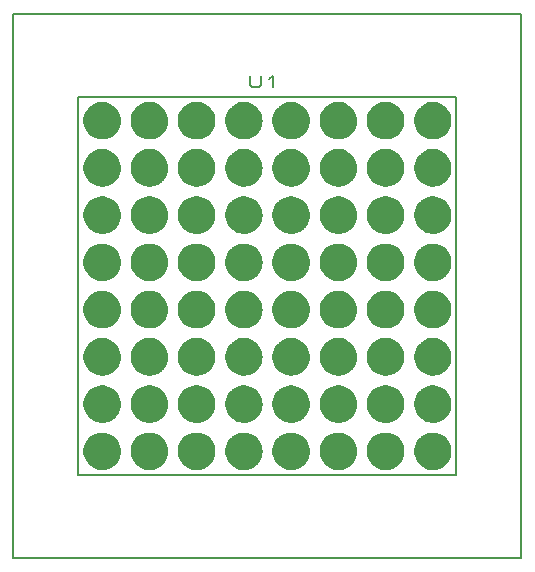
<source format=gto>
G04 PROTEUS RS274X GERBER FILE*
%FSLAX24Y24*%
%MOIN*%
%ADD14C,0.0050*%
%ADD12C,0.0013*%
G54D14*
X-8464Y-9055D02*
X+8464Y-9055D01*
X+8464Y+9055D01*
X-8464Y+9055D01*
X-8464Y-9055D01*
X-6299Y-6299D02*
X+6299Y-6299D01*
X+6299Y+6299D01*
X-6299Y+6299D01*
X-6299Y-6299D01*
G54D12*
X+5511Y-6101D02*
X+5511Y-6101D01*
X+5511Y-4921D02*
X+5511Y-4921D01*
X+5510Y-6101D02*
X+5512Y-6101D01*
X+5510Y-4921D02*
X+5512Y-4921D01*
X+5509Y-6101D02*
X+5513Y-6101D01*
X+5509Y-4921D02*
X+5513Y-4921D01*
X+5508Y-6101D02*
X+5514Y-6101D01*
X+5508Y-4921D02*
X+5514Y-4921D01*
X+5507Y-6101D02*
X+5515Y-6101D01*
X+5507Y-4921D02*
X+5515Y-4921D01*
X+5506Y-6101D02*
X+5516Y-6101D01*
X+5506Y-4921D02*
X+5516Y-4921D01*
X+5505Y-6101D02*
X+5517Y-6101D01*
X+5505Y-4921D02*
X+5517Y-4921D01*
X+5504Y-6101D02*
X+5518Y-6101D01*
X+5504Y-4921D02*
X+5518Y-4921D01*
X+5503Y-6101D02*
X+5519Y-6101D01*
X+5503Y-4921D02*
X+5519Y-4921D01*
X+5502Y-6101D02*
X+5520Y-6101D01*
X+5502Y-4921D02*
X+5520Y-4921D01*
X+5501Y-6101D02*
X+5521Y-6101D01*
X+5501Y-4921D02*
X+5521Y-4921D01*
X+5500Y-6101D02*
X+5522Y-6101D01*
X+5500Y-4921D02*
X+5522Y-4921D01*
X+5499Y-6101D02*
X+5523Y-6101D01*
X+5499Y-4921D02*
X+5523Y-4921D01*
X+5498Y-6101D02*
X+5524Y-6101D01*
X+5498Y-4921D02*
X+5524Y-4921D01*
X+5497Y-6101D02*
X+5525Y-6101D01*
X+5497Y-4921D02*
X+5525Y-4921D01*
X+5496Y-6101D02*
X+5526Y-6101D01*
X+5496Y-4921D02*
X+5526Y-4921D01*
X+5495Y-6101D02*
X+5527Y-6101D01*
X+5495Y-4921D02*
X+5527Y-4921D01*
X+5494Y-6101D02*
X+5528Y-6101D01*
X+5494Y-4921D02*
X+5528Y-4921D01*
X+5493Y-6101D02*
X+5529Y-6101D01*
X+5493Y-4921D02*
X+5529Y-4921D01*
X+5492Y-6101D02*
X+5530Y-6101D01*
X+5492Y-4921D02*
X+5530Y-4921D01*
X+5491Y-6101D02*
X+5531Y-6101D01*
X+5491Y-4921D02*
X+5531Y-4921D01*
X+5490Y-6101D02*
X+5532Y-6101D01*
X+5490Y-4921D02*
X+5532Y-4921D01*
X+5489Y-6101D02*
X+5533Y-6101D01*
X+5489Y-4921D02*
X+5533Y-4921D01*
X+5488Y-6101D02*
X+5534Y-6101D01*
X+5488Y-4921D02*
X+5534Y-4921D01*
X+5487Y-6101D02*
X+5535Y-6101D01*
X+5487Y-4921D02*
X+5535Y-4921D01*
X+5477Y-6100D02*
X+5545Y-6100D01*
X+5477Y-4922D02*
X+5545Y-4922D01*
X+5467Y-6099D02*
X+5555Y-6099D01*
X+5467Y-4923D02*
X+5555Y-4923D01*
X+5457Y-6099D02*
X+5565Y-6099D01*
X+5457Y-4923D02*
X+5565Y-4923D01*
X+5447Y-6098D02*
X+5575Y-6098D01*
X+5447Y-4924D02*
X+5575Y-4924D01*
X+5437Y-6096D02*
X+5585Y-6096D01*
X+5437Y-4926D02*
X+5585Y-4926D01*
X+5427Y-6095D02*
X+5595Y-6095D01*
X+5427Y-4927D02*
X+5595Y-4927D01*
X+5417Y-6093D02*
X+5605Y-6093D01*
X+5417Y-4929D02*
X+5605Y-4929D01*
X+5407Y-6092D02*
X+5615Y-6092D01*
X+5407Y-4930D02*
X+5615Y-4930D01*
X+5397Y-6090D02*
X+5625Y-6090D01*
X+5397Y-4932D02*
X+5625Y-4932D01*
X+5387Y-6088D02*
X+5635Y-6088D01*
X+5387Y-4934D02*
X+5635Y-4934D01*
X+5377Y-6086D02*
X+5645Y-6086D01*
X+5377Y-4936D02*
X+5645Y-4936D01*
X+5367Y-6083D02*
X+5655Y-6083D01*
X+5367Y-4939D02*
X+5655Y-4939D01*
X+5357Y-6081D02*
X+5665Y-6081D01*
X+5357Y-4941D02*
X+5665Y-4941D01*
X+5347Y-6078D02*
X+5675Y-6078D01*
X+5347Y-4944D02*
X+5675Y-4944D01*
X+5337Y-6075D02*
X+5685Y-6075D01*
X+5337Y-4947D02*
X+5685Y-4947D01*
X+5327Y-6072D02*
X+5695Y-6072D01*
X+5327Y-4950D02*
X+5695Y-4950D01*
X+5317Y-6068D02*
X+5705Y-6068D01*
X+5317Y-4954D02*
X+5705Y-4954D01*
X+5307Y-6065D02*
X+5715Y-6065D01*
X+5307Y-4957D02*
X+5715Y-4957D01*
X+5297Y-6061D02*
X+5725Y-6061D01*
X+5297Y-4961D02*
X+5725Y-4961D01*
X+5287Y-6057D02*
X+5735Y-6057D01*
X+5287Y-4965D02*
X+5735Y-4965D01*
X+5277Y-6053D02*
X+5745Y-6053D01*
X+5277Y-4969D02*
X+5745Y-4969D01*
X+5267Y-6048D02*
X+5755Y-6048D01*
X+5267Y-4974D02*
X+5755Y-4974D01*
X+5257Y-6044D02*
X+5765Y-6044D01*
X+5257Y-4978D02*
X+5765Y-4978D01*
X+5247Y-6039D02*
X+5775Y-6039D01*
X+5247Y-4983D02*
X+5775Y-4983D01*
X+5237Y-6034D02*
X+5785Y-6034D01*
X+5237Y-4988D02*
X+5785Y-4988D01*
X+5227Y-6028D02*
X+5795Y-6028D01*
X+5227Y-4994D02*
X+5795Y-4994D01*
X+5217Y-6023D02*
X+5805Y-6023D01*
X+5217Y-4999D02*
X+5805Y-4999D01*
X+5207Y-6017D02*
X+5815Y-6017D01*
X+5207Y-5005D02*
X+5815Y-5005D01*
X+5197Y-6011D02*
X+5825Y-6011D01*
X+5197Y-5011D02*
X+5825Y-5011D01*
X+5187Y-6004D02*
X+5835Y-6004D01*
X+5187Y-5018D02*
X+5835Y-5018D01*
X+5177Y-5997D02*
X+5845Y-5997D01*
X+5177Y-5025D02*
X+5845Y-5025D01*
X+5167Y-5990D02*
X+5855Y-5990D01*
X+5167Y-5032D02*
X+5855Y-5032D01*
X+5157Y-5983D02*
X+5865Y-5983D01*
X+5157Y-5039D02*
X+5865Y-5039D01*
X+5147Y-5975D02*
X+5875Y-5975D01*
X+5147Y-5047D02*
X+5875Y-5047D01*
X+5137Y-5967D02*
X+5885Y-5967D01*
X+5137Y-5055D02*
X+5885Y-5055D01*
X+5127Y-5959D02*
X+5895Y-5959D01*
X+5127Y-5063D02*
X+5895Y-5063D01*
X+5117Y-5950D02*
X+5905Y-5950D01*
X+5117Y-5072D02*
X+5905Y-5072D01*
X+5107Y-5941D02*
X+5915Y-5941D01*
X+5107Y-5081D02*
X+5915Y-5081D01*
X+5097Y-5931D02*
X+5925Y-5931D01*
X+5097Y-5091D02*
X+5925Y-5091D01*
X+5087Y-5921D02*
X+5935Y-5921D01*
X+5087Y-5101D02*
X+5935Y-5101D01*
X+5077Y-5911D02*
X+5945Y-5911D01*
X+5077Y-5111D02*
X+5945Y-5111D01*
X+5068Y-5901D02*
X+5954Y-5901D01*
X+5068Y-5121D02*
X+5954Y-5121D01*
X+5060Y-5891D02*
X+5962Y-5891D01*
X+5060Y-5131D02*
X+5962Y-5131D01*
X+5051Y-5881D02*
X+5971Y-5881D01*
X+5051Y-5141D02*
X+5971Y-5141D01*
X+5044Y-5871D02*
X+5978Y-5871D01*
X+5044Y-5151D02*
X+5978Y-5151D01*
X+5036Y-5861D02*
X+5986Y-5861D01*
X+5036Y-5161D02*
X+5986Y-5161D01*
X+5029Y-5851D02*
X+5993Y-5851D01*
X+5029Y-5171D02*
X+5993Y-5171D01*
X+5022Y-5841D02*
X+6000Y-5841D01*
X+5022Y-5181D02*
X+6000Y-5181D01*
X+5015Y-5831D02*
X+6007Y-5831D01*
X+5015Y-5191D02*
X+6007Y-5191D01*
X+5009Y-5821D02*
X+6013Y-5821D01*
X+5009Y-5201D02*
X+6013Y-5201D01*
X+5003Y-5811D02*
X+6019Y-5811D01*
X+5003Y-5211D02*
X+6019Y-5211D01*
X+4997Y-5801D02*
X+6025Y-5801D01*
X+4997Y-5221D02*
X+6025Y-5221D01*
X+4992Y-5791D02*
X+6030Y-5791D01*
X+4992Y-5231D02*
X+6030Y-5231D01*
X+4986Y-5781D02*
X+6036Y-5781D01*
X+4986Y-5241D02*
X+6036Y-5241D01*
X+4981Y-5771D02*
X+6041Y-5771D01*
X+4981Y-5251D02*
X+6041Y-5251D01*
X+4977Y-5761D02*
X+6045Y-5761D01*
X+4977Y-5261D02*
X+6045Y-5261D01*
X+4972Y-5751D02*
X+6050Y-5751D01*
X+4972Y-5271D02*
X+6050Y-5271D01*
X+4968Y-5741D02*
X+6054Y-5741D01*
X+4968Y-5281D02*
X+6054Y-5281D01*
X+4964Y-5731D02*
X+6058Y-5731D01*
X+4964Y-5291D02*
X+6058Y-5291D01*
X+4960Y-5721D02*
X+6062Y-5721D01*
X+4960Y-5301D02*
X+6062Y-5301D01*
X+4956Y-5711D02*
X+6066Y-5711D01*
X+4956Y-5311D02*
X+6066Y-5311D01*
X+4952Y-5701D02*
X+6070Y-5701D01*
X+4952Y-5321D02*
X+6070Y-5321D01*
X+4949Y-5691D02*
X+6073Y-5691D01*
X+4949Y-5331D02*
X+6073Y-5331D01*
X+4946Y-5681D02*
X+6076Y-5681D01*
X+4946Y-5341D02*
X+6076Y-5341D01*
X+4943Y-5671D02*
X+6079Y-5671D01*
X+4943Y-5351D02*
X+6079Y-5351D01*
X+4940Y-5661D02*
X+6082Y-5661D01*
X+4940Y-5361D02*
X+6082Y-5361D01*
X+4938Y-5651D02*
X+6084Y-5651D01*
X+4938Y-5371D02*
X+6084Y-5371D01*
X+4936Y-5641D02*
X+6086Y-5641D01*
X+4936Y-5381D02*
X+6086Y-5381D01*
X+4933Y-5631D02*
X+6089Y-5631D01*
X+4933Y-5391D02*
X+6089Y-5391D01*
X+4931Y-5621D02*
X+6091Y-5621D01*
X+4931Y-5401D02*
X+6091Y-5401D01*
X+4930Y-5611D02*
X+6092Y-5611D01*
X+4930Y-5411D02*
X+6092Y-5411D01*
X+4928Y-5601D02*
X+6094Y-5601D01*
X+4928Y-5421D02*
X+6094Y-5421D01*
X+4926Y-5591D02*
X+6096Y-5591D01*
X+4926Y-5431D02*
X+6096Y-5431D01*
X+4925Y-5581D02*
X+6097Y-5581D01*
X+4925Y-5441D02*
X+6097Y-5441D01*
X+4924Y-5571D02*
X+6098Y-5571D01*
X+4924Y-5451D02*
X+6098Y-5451D01*
X+4923Y-5561D02*
X+6099Y-5561D01*
X+4923Y-5461D02*
X+6099Y-5461D01*
X+4922Y-5551D02*
X+6100Y-5551D01*
X+4922Y-5471D02*
X+6100Y-5471D01*
X+4922Y-5541D02*
X+6100Y-5541D01*
X+4922Y-5481D02*
X+6100Y-5481D01*
X+4921Y-5531D02*
X+6101Y-5531D01*
X+4921Y-5491D02*
X+6101Y-5491D01*
X+4921Y-5521D02*
X+6101Y-5521D01*
X+4921Y-5501D02*
X+6101Y-5501D01*
X+4921Y-5511D02*
X+6101Y-5511D01*
X+4921Y-5511D02*
X+6101Y-5511D01*
G54D14*
X+6099Y-5464D01*
X+6083Y-5368D01*
X+6050Y-5272D01*
X+5997Y-5176D01*
X+5914Y-5080D01*
X+5818Y-5007D01*
X+5722Y-4960D01*
X+5626Y-4932D01*
X+5530Y-4921D01*
X+5511Y-4921D01*
X+4921Y-5511D02*
X+4923Y-5464D01*
X+4939Y-5368D01*
X+4972Y-5272D01*
X+5025Y-5176D01*
X+5108Y-5080D01*
X+5204Y-5007D01*
X+5300Y-4960D01*
X+5396Y-4932D01*
X+5492Y-4921D01*
X+5511Y-4921D01*
X+4921Y-5511D02*
X+4923Y-5558D01*
X+4939Y-5654D01*
X+4972Y-5750D01*
X+5025Y-5846D01*
X+5108Y-5942D01*
X+5204Y-6015D01*
X+5300Y-6062D01*
X+5396Y-6090D01*
X+5492Y-6101D01*
X+5511Y-6101D01*
X+6101Y-5511D02*
X+6099Y-5558D01*
X+6083Y-5654D01*
X+6050Y-5750D01*
X+5997Y-5846D01*
X+5914Y-5942D01*
X+5818Y-6015D01*
X+5722Y-6062D01*
X+5626Y-6090D01*
X+5530Y-6101D01*
X+5511Y-6101D01*
G54D12*
X+3937Y-6101D02*
X+3937Y-6101D01*
X+3937Y-4921D02*
X+3937Y-4921D01*
X+3936Y-6101D02*
X+3938Y-6101D01*
X+3936Y-4921D02*
X+3938Y-4921D01*
X+3935Y-6101D02*
X+3939Y-6101D01*
X+3935Y-4921D02*
X+3939Y-4921D01*
X+3934Y-6101D02*
X+3940Y-6101D01*
X+3934Y-4921D02*
X+3940Y-4921D01*
X+3933Y-6101D02*
X+3941Y-6101D01*
X+3933Y-4921D02*
X+3941Y-4921D01*
X+3932Y-6101D02*
X+3942Y-6101D01*
X+3932Y-4921D02*
X+3942Y-4921D01*
X+3931Y-6101D02*
X+3943Y-6101D01*
X+3931Y-4921D02*
X+3943Y-4921D01*
X+3930Y-6101D02*
X+3944Y-6101D01*
X+3930Y-4921D02*
X+3944Y-4921D01*
X+3929Y-6101D02*
X+3945Y-6101D01*
X+3929Y-4921D02*
X+3945Y-4921D01*
X+3928Y-6101D02*
X+3946Y-6101D01*
X+3928Y-4921D02*
X+3946Y-4921D01*
X+3927Y-6101D02*
X+3947Y-6101D01*
X+3927Y-4921D02*
X+3947Y-4921D01*
X+3926Y-6101D02*
X+3948Y-6101D01*
X+3926Y-4921D02*
X+3948Y-4921D01*
X+3925Y-6101D02*
X+3949Y-6101D01*
X+3925Y-4921D02*
X+3949Y-4921D01*
X+3924Y-6101D02*
X+3950Y-6101D01*
X+3924Y-4921D02*
X+3950Y-4921D01*
X+3923Y-6101D02*
X+3951Y-6101D01*
X+3923Y-4921D02*
X+3951Y-4921D01*
X+3922Y-6101D02*
X+3952Y-6101D01*
X+3922Y-4921D02*
X+3952Y-4921D01*
X+3921Y-6101D02*
X+3953Y-6101D01*
X+3921Y-4921D02*
X+3953Y-4921D01*
X+3920Y-6101D02*
X+3954Y-6101D01*
X+3920Y-4921D02*
X+3954Y-4921D01*
X+3919Y-6101D02*
X+3955Y-6101D01*
X+3919Y-4921D02*
X+3955Y-4921D01*
X+3918Y-6101D02*
X+3956Y-6101D01*
X+3918Y-4921D02*
X+3956Y-4921D01*
X+3917Y-6101D02*
X+3957Y-6101D01*
X+3917Y-4921D02*
X+3957Y-4921D01*
X+3916Y-6101D02*
X+3958Y-6101D01*
X+3916Y-4921D02*
X+3958Y-4921D01*
X+3915Y-6101D02*
X+3959Y-6101D01*
X+3915Y-4921D02*
X+3959Y-4921D01*
X+3914Y-6101D02*
X+3960Y-6101D01*
X+3914Y-4921D02*
X+3960Y-4921D01*
X+3913Y-6101D02*
X+3961Y-6101D01*
X+3913Y-4921D02*
X+3961Y-4921D01*
X+3903Y-6100D02*
X+3971Y-6100D01*
X+3903Y-4922D02*
X+3971Y-4922D01*
X+3893Y-6099D02*
X+3981Y-6099D01*
X+3893Y-4923D02*
X+3981Y-4923D01*
X+3883Y-6099D02*
X+3991Y-6099D01*
X+3883Y-4923D02*
X+3991Y-4923D01*
X+3873Y-6098D02*
X+4001Y-6098D01*
X+3873Y-4924D02*
X+4001Y-4924D01*
X+3863Y-6096D02*
X+4011Y-6096D01*
X+3863Y-4926D02*
X+4011Y-4926D01*
X+3853Y-6095D02*
X+4021Y-6095D01*
X+3853Y-4927D02*
X+4021Y-4927D01*
X+3843Y-6093D02*
X+4031Y-6093D01*
X+3843Y-4929D02*
X+4031Y-4929D01*
X+3833Y-6092D02*
X+4041Y-6092D01*
X+3833Y-4930D02*
X+4041Y-4930D01*
X+3823Y-6090D02*
X+4051Y-6090D01*
X+3823Y-4932D02*
X+4051Y-4932D01*
X+3813Y-6088D02*
X+4061Y-6088D01*
X+3813Y-4934D02*
X+4061Y-4934D01*
X+3803Y-6086D02*
X+4071Y-6086D01*
X+3803Y-4936D02*
X+4071Y-4936D01*
X+3793Y-6083D02*
X+4081Y-6083D01*
X+3793Y-4939D02*
X+4081Y-4939D01*
X+3783Y-6081D02*
X+4091Y-6081D01*
X+3783Y-4941D02*
X+4091Y-4941D01*
X+3773Y-6078D02*
X+4101Y-6078D01*
X+3773Y-4944D02*
X+4101Y-4944D01*
X+3763Y-6075D02*
X+4111Y-6075D01*
X+3763Y-4947D02*
X+4111Y-4947D01*
X+3753Y-6072D02*
X+4121Y-6072D01*
X+3753Y-4950D02*
X+4121Y-4950D01*
X+3743Y-6068D02*
X+4131Y-6068D01*
X+3743Y-4954D02*
X+4131Y-4954D01*
X+3733Y-6065D02*
X+4141Y-6065D01*
X+3733Y-4957D02*
X+4141Y-4957D01*
X+3723Y-6061D02*
X+4151Y-6061D01*
X+3723Y-4961D02*
X+4151Y-4961D01*
X+3713Y-6057D02*
X+4161Y-6057D01*
X+3713Y-4965D02*
X+4161Y-4965D01*
X+3703Y-6053D02*
X+4171Y-6053D01*
X+3703Y-4969D02*
X+4171Y-4969D01*
X+3693Y-6048D02*
X+4181Y-6048D01*
X+3693Y-4974D02*
X+4181Y-4974D01*
X+3683Y-6044D02*
X+4191Y-6044D01*
X+3683Y-4978D02*
X+4191Y-4978D01*
X+3673Y-6039D02*
X+4201Y-6039D01*
X+3673Y-4983D02*
X+4201Y-4983D01*
X+3663Y-6034D02*
X+4211Y-6034D01*
X+3663Y-4988D02*
X+4211Y-4988D01*
X+3653Y-6028D02*
X+4221Y-6028D01*
X+3653Y-4994D02*
X+4221Y-4994D01*
X+3643Y-6023D02*
X+4231Y-6023D01*
X+3643Y-4999D02*
X+4231Y-4999D01*
X+3633Y-6017D02*
X+4241Y-6017D01*
X+3633Y-5005D02*
X+4241Y-5005D01*
X+3623Y-6011D02*
X+4251Y-6011D01*
X+3623Y-5011D02*
X+4251Y-5011D01*
X+3613Y-6004D02*
X+4261Y-6004D01*
X+3613Y-5018D02*
X+4261Y-5018D01*
X+3603Y-5997D02*
X+4271Y-5997D01*
X+3603Y-5025D02*
X+4271Y-5025D01*
X+3593Y-5990D02*
X+4281Y-5990D01*
X+3593Y-5032D02*
X+4281Y-5032D01*
X+3583Y-5983D02*
X+4291Y-5983D01*
X+3583Y-5039D02*
X+4291Y-5039D01*
X+3573Y-5975D02*
X+4301Y-5975D01*
X+3573Y-5047D02*
X+4301Y-5047D01*
X+3563Y-5967D02*
X+4311Y-5967D01*
X+3563Y-5055D02*
X+4311Y-5055D01*
X+3553Y-5959D02*
X+4321Y-5959D01*
X+3553Y-5063D02*
X+4321Y-5063D01*
X+3543Y-5950D02*
X+4331Y-5950D01*
X+3543Y-5072D02*
X+4331Y-5072D01*
X+3533Y-5941D02*
X+4341Y-5941D01*
X+3533Y-5081D02*
X+4341Y-5081D01*
X+3523Y-5931D02*
X+4351Y-5931D01*
X+3523Y-5091D02*
X+4351Y-5091D01*
X+3513Y-5921D02*
X+4361Y-5921D01*
X+3513Y-5101D02*
X+4361Y-5101D01*
X+3503Y-5911D02*
X+4371Y-5911D01*
X+3503Y-5111D02*
X+4371Y-5111D01*
X+3494Y-5901D02*
X+4380Y-5901D01*
X+3494Y-5121D02*
X+4380Y-5121D01*
X+3486Y-5891D02*
X+4388Y-5891D01*
X+3486Y-5131D02*
X+4388Y-5131D01*
X+3477Y-5881D02*
X+4397Y-5881D01*
X+3477Y-5141D02*
X+4397Y-5141D01*
X+3470Y-5871D02*
X+4404Y-5871D01*
X+3470Y-5151D02*
X+4404Y-5151D01*
X+3462Y-5861D02*
X+4412Y-5861D01*
X+3462Y-5161D02*
X+4412Y-5161D01*
X+3455Y-5851D02*
X+4419Y-5851D01*
X+3455Y-5171D02*
X+4419Y-5171D01*
X+3448Y-5841D02*
X+4426Y-5841D01*
X+3448Y-5181D02*
X+4426Y-5181D01*
X+3441Y-5831D02*
X+4433Y-5831D01*
X+3441Y-5191D02*
X+4433Y-5191D01*
X+3435Y-5821D02*
X+4439Y-5821D01*
X+3435Y-5201D02*
X+4439Y-5201D01*
X+3429Y-5811D02*
X+4445Y-5811D01*
X+3429Y-5211D02*
X+4445Y-5211D01*
X+3423Y-5801D02*
X+4451Y-5801D01*
X+3423Y-5221D02*
X+4451Y-5221D01*
X+3418Y-5791D02*
X+4456Y-5791D01*
X+3418Y-5231D02*
X+4456Y-5231D01*
X+3412Y-5781D02*
X+4462Y-5781D01*
X+3412Y-5241D02*
X+4462Y-5241D01*
X+3407Y-5771D02*
X+4467Y-5771D01*
X+3407Y-5251D02*
X+4467Y-5251D01*
X+3403Y-5761D02*
X+4471Y-5761D01*
X+3403Y-5261D02*
X+4471Y-5261D01*
X+3398Y-5751D02*
X+4476Y-5751D01*
X+3398Y-5271D02*
X+4476Y-5271D01*
X+3394Y-5741D02*
X+4480Y-5741D01*
X+3394Y-5281D02*
X+4480Y-5281D01*
X+3390Y-5731D02*
X+4484Y-5731D01*
X+3390Y-5291D02*
X+4484Y-5291D01*
X+3386Y-5721D02*
X+4488Y-5721D01*
X+3386Y-5301D02*
X+4488Y-5301D01*
X+3382Y-5711D02*
X+4492Y-5711D01*
X+3382Y-5311D02*
X+4492Y-5311D01*
X+3378Y-5701D02*
X+4496Y-5701D01*
X+3378Y-5321D02*
X+4496Y-5321D01*
X+3375Y-5691D02*
X+4499Y-5691D01*
X+3375Y-5331D02*
X+4499Y-5331D01*
X+3372Y-5681D02*
X+4502Y-5681D01*
X+3372Y-5341D02*
X+4502Y-5341D01*
X+3369Y-5671D02*
X+4505Y-5671D01*
X+3369Y-5351D02*
X+4505Y-5351D01*
X+3366Y-5661D02*
X+4508Y-5661D01*
X+3366Y-5361D02*
X+4508Y-5361D01*
X+3364Y-5651D02*
X+4510Y-5651D01*
X+3364Y-5371D02*
X+4510Y-5371D01*
X+3362Y-5641D02*
X+4512Y-5641D01*
X+3362Y-5381D02*
X+4512Y-5381D01*
X+3359Y-5631D02*
X+4515Y-5631D01*
X+3359Y-5391D02*
X+4515Y-5391D01*
X+3357Y-5621D02*
X+4517Y-5621D01*
X+3357Y-5401D02*
X+4517Y-5401D01*
X+3356Y-5611D02*
X+4518Y-5611D01*
X+3356Y-5411D02*
X+4518Y-5411D01*
X+3354Y-5601D02*
X+4520Y-5601D01*
X+3354Y-5421D02*
X+4520Y-5421D01*
X+3352Y-5591D02*
X+4522Y-5591D01*
X+3352Y-5431D02*
X+4522Y-5431D01*
X+3351Y-5581D02*
X+4523Y-5581D01*
X+3351Y-5441D02*
X+4523Y-5441D01*
X+3350Y-5571D02*
X+4524Y-5571D01*
X+3350Y-5451D02*
X+4524Y-5451D01*
X+3349Y-5561D02*
X+4525Y-5561D01*
X+3349Y-5461D02*
X+4525Y-5461D01*
X+3348Y-5551D02*
X+4526Y-5551D01*
X+3348Y-5471D02*
X+4526Y-5471D01*
X+3348Y-5541D02*
X+4526Y-5541D01*
X+3348Y-5481D02*
X+4526Y-5481D01*
X+3347Y-5531D02*
X+4527Y-5531D01*
X+3347Y-5491D02*
X+4527Y-5491D01*
X+3347Y-5521D02*
X+4527Y-5521D01*
X+3347Y-5501D02*
X+4527Y-5501D01*
X+3347Y-5511D02*
X+4527Y-5511D01*
X+3347Y-5511D02*
X+4527Y-5511D01*
G54D14*
X+4525Y-5464D01*
X+4509Y-5368D01*
X+4476Y-5272D01*
X+4423Y-5176D01*
X+4340Y-5080D01*
X+4244Y-5007D01*
X+4148Y-4960D01*
X+4052Y-4932D01*
X+3956Y-4921D01*
X+3937Y-4921D01*
X+3347Y-5511D02*
X+3349Y-5464D01*
X+3365Y-5368D01*
X+3398Y-5272D01*
X+3451Y-5176D01*
X+3534Y-5080D01*
X+3630Y-5007D01*
X+3726Y-4960D01*
X+3822Y-4932D01*
X+3918Y-4921D01*
X+3937Y-4921D01*
X+3347Y-5511D02*
X+3349Y-5558D01*
X+3365Y-5654D01*
X+3398Y-5750D01*
X+3451Y-5846D01*
X+3534Y-5942D01*
X+3630Y-6015D01*
X+3726Y-6062D01*
X+3822Y-6090D01*
X+3918Y-6101D01*
X+3937Y-6101D01*
X+4527Y-5511D02*
X+4525Y-5558D01*
X+4509Y-5654D01*
X+4476Y-5750D01*
X+4423Y-5846D01*
X+4340Y-5942D01*
X+4244Y-6015D01*
X+4148Y-6062D01*
X+4052Y-6090D01*
X+3956Y-6101D01*
X+3937Y-6101D01*
G54D12*
X+2362Y-6101D02*
X+2362Y-6101D01*
X+2362Y-4921D02*
X+2362Y-4921D01*
X+2361Y-6101D02*
X+2363Y-6101D01*
X+2361Y-4921D02*
X+2363Y-4921D01*
X+2360Y-6101D02*
X+2364Y-6101D01*
X+2360Y-4921D02*
X+2364Y-4921D01*
X+2359Y-6101D02*
X+2365Y-6101D01*
X+2359Y-4921D02*
X+2365Y-4921D01*
X+2358Y-6101D02*
X+2366Y-6101D01*
X+2358Y-4921D02*
X+2366Y-4921D01*
X+2357Y-6101D02*
X+2367Y-6101D01*
X+2357Y-4921D02*
X+2367Y-4921D01*
X+2356Y-6101D02*
X+2368Y-6101D01*
X+2356Y-4921D02*
X+2368Y-4921D01*
X+2355Y-6101D02*
X+2369Y-6101D01*
X+2355Y-4921D02*
X+2369Y-4921D01*
X+2354Y-6101D02*
X+2370Y-6101D01*
X+2354Y-4921D02*
X+2370Y-4921D01*
X+2353Y-6101D02*
X+2371Y-6101D01*
X+2353Y-4921D02*
X+2371Y-4921D01*
X+2352Y-6101D02*
X+2372Y-6101D01*
X+2352Y-4921D02*
X+2372Y-4921D01*
X+2351Y-6101D02*
X+2373Y-6101D01*
X+2351Y-4921D02*
X+2373Y-4921D01*
X+2350Y-6101D02*
X+2374Y-6101D01*
X+2350Y-4921D02*
X+2374Y-4921D01*
X+2349Y-6101D02*
X+2375Y-6101D01*
X+2349Y-4921D02*
X+2375Y-4921D01*
X+2348Y-6101D02*
X+2376Y-6101D01*
X+2348Y-4921D02*
X+2376Y-4921D01*
X+2347Y-6101D02*
X+2377Y-6101D01*
X+2347Y-4921D02*
X+2377Y-4921D01*
X+2346Y-6101D02*
X+2378Y-6101D01*
X+2346Y-4921D02*
X+2378Y-4921D01*
X+2345Y-6101D02*
X+2379Y-6101D01*
X+2345Y-4921D02*
X+2379Y-4921D01*
X+2344Y-6101D02*
X+2380Y-6101D01*
X+2344Y-4921D02*
X+2380Y-4921D01*
X+2343Y-6101D02*
X+2381Y-6101D01*
X+2343Y-4921D02*
X+2381Y-4921D01*
X+2342Y-6101D02*
X+2382Y-6101D01*
X+2342Y-4921D02*
X+2382Y-4921D01*
X+2341Y-6101D02*
X+2383Y-6101D01*
X+2341Y-4921D02*
X+2383Y-4921D01*
X+2340Y-6101D02*
X+2384Y-6101D01*
X+2340Y-4921D02*
X+2384Y-4921D01*
X+2339Y-6101D02*
X+2385Y-6101D01*
X+2339Y-4921D02*
X+2385Y-4921D01*
X+2338Y-6101D02*
X+2386Y-6101D01*
X+2338Y-4921D02*
X+2386Y-4921D01*
X+2328Y-6100D02*
X+2396Y-6100D01*
X+2328Y-4922D02*
X+2396Y-4922D01*
X+2318Y-6099D02*
X+2406Y-6099D01*
X+2318Y-4923D02*
X+2406Y-4923D01*
X+2308Y-6099D02*
X+2416Y-6099D01*
X+2308Y-4923D02*
X+2416Y-4923D01*
X+2298Y-6098D02*
X+2426Y-6098D01*
X+2298Y-4924D02*
X+2426Y-4924D01*
X+2288Y-6096D02*
X+2436Y-6096D01*
X+2288Y-4926D02*
X+2436Y-4926D01*
X+2278Y-6095D02*
X+2446Y-6095D01*
X+2278Y-4927D02*
X+2446Y-4927D01*
X+2268Y-6093D02*
X+2456Y-6093D01*
X+2268Y-4929D02*
X+2456Y-4929D01*
X+2258Y-6092D02*
X+2466Y-6092D01*
X+2258Y-4930D02*
X+2466Y-4930D01*
X+2248Y-6090D02*
X+2476Y-6090D01*
X+2248Y-4932D02*
X+2476Y-4932D01*
X+2238Y-6088D02*
X+2486Y-6088D01*
X+2238Y-4934D02*
X+2486Y-4934D01*
X+2228Y-6086D02*
X+2496Y-6086D01*
X+2228Y-4936D02*
X+2496Y-4936D01*
X+2218Y-6083D02*
X+2506Y-6083D01*
X+2218Y-4939D02*
X+2506Y-4939D01*
X+2208Y-6081D02*
X+2516Y-6081D01*
X+2208Y-4941D02*
X+2516Y-4941D01*
X+2198Y-6078D02*
X+2526Y-6078D01*
X+2198Y-4944D02*
X+2526Y-4944D01*
X+2188Y-6075D02*
X+2536Y-6075D01*
X+2188Y-4947D02*
X+2536Y-4947D01*
X+2178Y-6072D02*
X+2546Y-6072D01*
X+2178Y-4950D02*
X+2546Y-4950D01*
X+2168Y-6068D02*
X+2556Y-6068D01*
X+2168Y-4954D02*
X+2556Y-4954D01*
X+2158Y-6065D02*
X+2566Y-6065D01*
X+2158Y-4957D02*
X+2566Y-4957D01*
X+2148Y-6061D02*
X+2576Y-6061D01*
X+2148Y-4961D02*
X+2576Y-4961D01*
X+2138Y-6057D02*
X+2586Y-6057D01*
X+2138Y-4965D02*
X+2586Y-4965D01*
X+2128Y-6053D02*
X+2596Y-6053D01*
X+2128Y-4969D02*
X+2596Y-4969D01*
X+2118Y-6048D02*
X+2606Y-6048D01*
X+2118Y-4974D02*
X+2606Y-4974D01*
X+2108Y-6044D02*
X+2616Y-6044D01*
X+2108Y-4978D02*
X+2616Y-4978D01*
X+2098Y-6039D02*
X+2626Y-6039D01*
X+2098Y-4983D02*
X+2626Y-4983D01*
X+2088Y-6034D02*
X+2636Y-6034D01*
X+2088Y-4988D02*
X+2636Y-4988D01*
X+2078Y-6028D02*
X+2646Y-6028D01*
X+2078Y-4994D02*
X+2646Y-4994D01*
X+2068Y-6023D02*
X+2656Y-6023D01*
X+2068Y-4999D02*
X+2656Y-4999D01*
X+2058Y-6017D02*
X+2666Y-6017D01*
X+2058Y-5005D02*
X+2666Y-5005D01*
X+2048Y-6011D02*
X+2676Y-6011D01*
X+2048Y-5011D02*
X+2676Y-5011D01*
X+2038Y-6004D02*
X+2686Y-6004D01*
X+2038Y-5018D02*
X+2686Y-5018D01*
X+2028Y-5997D02*
X+2696Y-5997D01*
X+2028Y-5025D02*
X+2696Y-5025D01*
X+2018Y-5990D02*
X+2706Y-5990D01*
X+2018Y-5032D02*
X+2706Y-5032D01*
X+2008Y-5983D02*
X+2716Y-5983D01*
X+2008Y-5039D02*
X+2716Y-5039D01*
X+1998Y-5975D02*
X+2726Y-5975D01*
X+1998Y-5047D02*
X+2726Y-5047D01*
X+1988Y-5967D02*
X+2736Y-5967D01*
X+1988Y-5055D02*
X+2736Y-5055D01*
X+1978Y-5959D02*
X+2746Y-5959D01*
X+1978Y-5063D02*
X+2746Y-5063D01*
X+1968Y-5950D02*
X+2756Y-5950D01*
X+1968Y-5072D02*
X+2756Y-5072D01*
X+1958Y-5941D02*
X+2766Y-5941D01*
X+1958Y-5081D02*
X+2766Y-5081D01*
X+1948Y-5931D02*
X+2776Y-5931D01*
X+1948Y-5091D02*
X+2776Y-5091D01*
X+1938Y-5921D02*
X+2786Y-5921D01*
X+1938Y-5101D02*
X+2786Y-5101D01*
X+1928Y-5911D02*
X+2796Y-5911D01*
X+1928Y-5111D02*
X+2796Y-5111D01*
X+1919Y-5901D02*
X+2805Y-5901D01*
X+1919Y-5121D02*
X+2805Y-5121D01*
X+1911Y-5891D02*
X+2813Y-5891D01*
X+1911Y-5131D02*
X+2813Y-5131D01*
X+1902Y-5881D02*
X+2822Y-5881D01*
X+1902Y-5141D02*
X+2822Y-5141D01*
X+1895Y-5871D02*
X+2829Y-5871D01*
X+1895Y-5151D02*
X+2829Y-5151D01*
X+1887Y-5861D02*
X+2837Y-5861D01*
X+1887Y-5161D02*
X+2837Y-5161D01*
X+1880Y-5851D02*
X+2844Y-5851D01*
X+1880Y-5171D02*
X+2844Y-5171D01*
X+1873Y-5841D02*
X+2851Y-5841D01*
X+1873Y-5181D02*
X+2851Y-5181D01*
X+1866Y-5831D02*
X+2858Y-5831D01*
X+1866Y-5191D02*
X+2858Y-5191D01*
X+1860Y-5821D02*
X+2864Y-5821D01*
X+1860Y-5201D02*
X+2864Y-5201D01*
X+1854Y-5811D02*
X+2870Y-5811D01*
X+1854Y-5211D02*
X+2870Y-5211D01*
X+1848Y-5801D02*
X+2876Y-5801D01*
X+1848Y-5221D02*
X+2876Y-5221D01*
X+1843Y-5791D02*
X+2881Y-5791D01*
X+1843Y-5231D02*
X+2881Y-5231D01*
X+1837Y-5781D02*
X+2887Y-5781D01*
X+1837Y-5241D02*
X+2887Y-5241D01*
X+1832Y-5771D02*
X+2892Y-5771D01*
X+1832Y-5251D02*
X+2892Y-5251D01*
X+1828Y-5761D02*
X+2896Y-5761D01*
X+1828Y-5261D02*
X+2896Y-5261D01*
X+1823Y-5751D02*
X+2901Y-5751D01*
X+1823Y-5271D02*
X+2901Y-5271D01*
X+1819Y-5741D02*
X+2905Y-5741D01*
X+1819Y-5281D02*
X+2905Y-5281D01*
X+1815Y-5731D02*
X+2909Y-5731D01*
X+1815Y-5291D02*
X+2909Y-5291D01*
X+1811Y-5721D02*
X+2913Y-5721D01*
X+1811Y-5301D02*
X+2913Y-5301D01*
X+1807Y-5711D02*
X+2917Y-5711D01*
X+1807Y-5311D02*
X+2917Y-5311D01*
X+1803Y-5701D02*
X+2921Y-5701D01*
X+1803Y-5321D02*
X+2921Y-5321D01*
X+1800Y-5691D02*
X+2924Y-5691D01*
X+1800Y-5331D02*
X+2924Y-5331D01*
X+1797Y-5681D02*
X+2927Y-5681D01*
X+1797Y-5341D02*
X+2927Y-5341D01*
X+1794Y-5671D02*
X+2930Y-5671D01*
X+1794Y-5351D02*
X+2930Y-5351D01*
X+1791Y-5661D02*
X+2933Y-5661D01*
X+1791Y-5361D02*
X+2933Y-5361D01*
X+1789Y-5651D02*
X+2935Y-5651D01*
X+1789Y-5371D02*
X+2935Y-5371D01*
X+1787Y-5641D02*
X+2937Y-5641D01*
X+1787Y-5381D02*
X+2937Y-5381D01*
X+1784Y-5631D02*
X+2940Y-5631D01*
X+1784Y-5391D02*
X+2940Y-5391D01*
X+1782Y-5621D02*
X+2942Y-5621D01*
X+1782Y-5401D02*
X+2942Y-5401D01*
X+1781Y-5611D02*
X+2943Y-5611D01*
X+1781Y-5411D02*
X+2943Y-5411D01*
X+1779Y-5601D02*
X+2945Y-5601D01*
X+1779Y-5421D02*
X+2945Y-5421D01*
X+1777Y-5591D02*
X+2947Y-5591D01*
X+1777Y-5431D02*
X+2947Y-5431D01*
X+1776Y-5581D02*
X+2948Y-5581D01*
X+1776Y-5441D02*
X+2948Y-5441D01*
X+1775Y-5571D02*
X+2949Y-5571D01*
X+1775Y-5451D02*
X+2949Y-5451D01*
X+1774Y-5561D02*
X+2950Y-5561D01*
X+1774Y-5461D02*
X+2950Y-5461D01*
X+1773Y-5551D02*
X+2951Y-5551D01*
X+1773Y-5471D02*
X+2951Y-5471D01*
X+1773Y-5541D02*
X+2951Y-5541D01*
X+1773Y-5481D02*
X+2951Y-5481D01*
X+1772Y-5531D02*
X+2952Y-5531D01*
X+1772Y-5491D02*
X+2952Y-5491D01*
X+1772Y-5521D02*
X+2952Y-5521D01*
X+1772Y-5501D02*
X+2952Y-5501D01*
X+1772Y-5511D02*
X+2952Y-5511D01*
X+1772Y-5511D02*
X+2952Y-5511D01*
G54D14*
X+2950Y-5464D01*
X+2934Y-5368D01*
X+2901Y-5272D01*
X+2848Y-5176D01*
X+2765Y-5080D01*
X+2669Y-5007D01*
X+2573Y-4960D01*
X+2477Y-4932D01*
X+2381Y-4921D01*
X+2362Y-4921D01*
X+1772Y-5511D02*
X+1774Y-5464D01*
X+1790Y-5368D01*
X+1823Y-5272D01*
X+1876Y-5176D01*
X+1959Y-5080D01*
X+2055Y-5007D01*
X+2151Y-4960D01*
X+2247Y-4932D01*
X+2343Y-4921D01*
X+2362Y-4921D01*
X+1772Y-5511D02*
X+1774Y-5558D01*
X+1790Y-5654D01*
X+1823Y-5750D01*
X+1876Y-5846D01*
X+1959Y-5942D01*
X+2055Y-6015D01*
X+2151Y-6062D01*
X+2247Y-6090D01*
X+2343Y-6101D01*
X+2362Y-6101D01*
X+2952Y-5511D02*
X+2950Y-5558D01*
X+2934Y-5654D01*
X+2901Y-5750D01*
X+2848Y-5846D01*
X+2765Y-5942D01*
X+2669Y-6015D01*
X+2573Y-6062D01*
X+2477Y-6090D01*
X+2381Y-6101D01*
X+2362Y-6101D01*
G54D12*
X+787Y-6101D02*
X+787Y-6101D01*
X+787Y-4921D02*
X+787Y-4921D01*
X+786Y-6101D02*
X+788Y-6101D01*
X+786Y-4921D02*
X+788Y-4921D01*
X+785Y-6101D02*
X+789Y-6101D01*
X+785Y-4921D02*
X+789Y-4921D01*
X+784Y-6101D02*
X+790Y-6101D01*
X+784Y-4921D02*
X+790Y-4921D01*
X+783Y-6101D02*
X+791Y-6101D01*
X+783Y-4921D02*
X+791Y-4921D01*
X+782Y-6101D02*
X+792Y-6101D01*
X+782Y-4921D02*
X+792Y-4921D01*
X+781Y-6101D02*
X+793Y-6101D01*
X+781Y-4921D02*
X+793Y-4921D01*
X+780Y-6101D02*
X+794Y-6101D01*
X+780Y-4921D02*
X+794Y-4921D01*
X+779Y-6101D02*
X+795Y-6101D01*
X+779Y-4921D02*
X+795Y-4921D01*
X+778Y-6101D02*
X+796Y-6101D01*
X+778Y-4921D02*
X+796Y-4921D01*
X+777Y-6101D02*
X+797Y-6101D01*
X+777Y-4921D02*
X+797Y-4921D01*
X+776Y-6101D02*
X+798Y-6101D01*
X+776Y-4921D02*
X+798Y-4921D01*
X+775Y-6101D02*
X+799Y-6101D01*
X+775Y-4921D02*
X+799Y-4921D01*
X+774Y-6101D02*
X+800Y-6101D01*
X+774Y-4921D02*
X+800Y-4921D01*
X+773Y-6101D02*
X+801Y-6101D01*
X+773Y-4921D02*
X+801Y-4921D01*
X+772Y-6101D02*
X+802Y-6101D01*
X+772Y-4921D02*
X+802Y-4921D01*
X+771Y-6101D02*
X+803Y-6101D01*
X+771Y-4921D02*
X+803Y-4921D01*
X+770Y-6101D02*
X+804Y-6101D01*
X+770Y-4921D02*
X+804Y-4921D01*
X+769Y-6101D02*
X+805Y-6101D01*
X+769Y-4921D02*
X+805Y-4921D01*
X+768Y-6101D02*
X+806Y-6101D01*
X+768Y-4921D02*
X+806Y-4921D01*
X+767Y-6101D02*
X+807Y-6101D01*
X+767Y-4921D02*
X+807Y-4921D01*
X+766Y-6101D02*
X+808Y-6101D01*
X+766Y-4921D02*
X+808Y-4921D01*
X+765Y-6101D02*
X+809Y-6101D01*
X+765Y-4921D02*
X+809Y-4921D01*
X+764Y-6101D02*
X+810Y-6101D01*
X+764Y-4921D02*
X+810Y-4921D01*
X+763Y-6101D02*
X+811Y-6101D01*
X+763Y-4921D02*
X+811Y-4921D01*
X+753Y-6100D02*
X+821Y-6100D01*
X+753Y-4922D02*
X+821Y-4922D01*
X+743Y-6099D02*
X+831Y-6099D01*
X+743Y-4923D02*
X+831Y-4923D01*
X+733Y-6099D02*
X+841Y-6099D01*
X+733Y-4923D02*
X+841Y-4923D01*
X+723Y-6098D02*
X+851Y-6098D01*
X+723Y-4924D02*
X+851Y-4924D01*
X+713Y-6096D02*
X+861Y-6096D01*
X+713Y-4926D02*
X+861Y-4926D01*
X+703Y-6095D02*
X+871Y-6095D01*
X+703Y-4927D02*
X+871Y-4927D01*
X+693Y-6093D02*
X+881Y-6093D01*
X+693Y-4929D02*
X+881Y-4929D01*
X+683Y-6092D02*
X+891Y-6092D01*
X+683Y-4930D02*
X+891Y-4930D01*
X+673Y-6090D02*
X+901Y-6090D01*
X+673Y-4932D02*
X+901Y-4932D01*
X+663Y-6088D02*
X+911Y-6088D01*
X+663Y-4934D02*
X+911Y-4934D01*
X+653Y-6086D02*
X+921Y-6086D01*
X+653Y-4936D02*
X+921Y-4936D01*
X+643Y-6083D02*
X+931Y-6083D01*
X+643Y-4939D02*
X+931Y-4939D01*
X+633Y-6081D02*
X+941Y-6081D01*
X+633Y-4941D02*
X+941Y-4941D01*
X+623Y-6078D02*
X+951Y-6078D01*
X+623Y-4944D02*
X+951Y-4944D01*
X+613Y-6075D02*
X+961Y-6075D01*
X+613Y-4947D02*
X+961Y-4947D01*
X+603Y-6072D02*
X+971Y-6072D01*
X+603Y-4950D02*
X+971Y-4950D01*
X+593Y-6068D02*
X+981Y-6068D01*
X+593Y-4954D02*
X+981Y-4954D01*
X+583Y-6065D02*
X+991Y-6065D01*
X+583Y-4957D02*
X+991Y-4957D01*
X+573Y-6061D02*
X+1001Y-6061D01*
X+573Y-4961D02*
X+1001Y-4961D01*
X+563Y-6057D02*
X+1011Y-6057D01*
X+563Y-4965D02*
X+1011Y-4965D01*
X+553Y-6053D02*
X+1021Y-6053D01*
X+553Y-4969D02*
X+1021Y-4969D01*
X+543Y-6048D02*
X+1031Y-6048D01*
X+543Y-4974D02*
X+1031Y-4974D01*
X+533Y-6044D02*
X+1041Y-6044D01*
X+533Y-4978D02*
X+1041Y-4978D01*
X+523Y-6039D02*
X+1051Y-6039D01*
X+523Y-4983D02*
X+1051Y-4983D01*
X+513Y-6034D02*
X+1061Y-6034D01*
X+513Y-4988D02*
X+1061Y-4988D01*
X+503Y-6028D02*
X+1071Y-6028D01*
X+503Y-4994D02*
X+1071Y-4994D01*
X+493Y-6023D02*
X+1081Y-6023D01*
X+493Y-4999D02*
X+1081Y-4999D01*
X+483Y-6017D02*
X+1091Y-6017D01*
X+483Y-5005D02*
X+1091Y-5005D01*
X+473Y-6011D02*
X+1101Y-6011D01*
X+473Y-5011D02*
X+1101Y-5011D01*
X+463Y-6004D02*
X+1111Y-6004D01*
X+463Y-5018D02*
X+1111Y-5018D01*
X+453Y-5997D02*
X+1121Y-5997D01*
X+453Y-5025D02*
X+1121Y-5025D01*
X+443Y-5990D02*
X+1131Y-5990D01*
X+443Y-5032D02*
X+1131Y-5032D01*
X+433Y-5983D02*
X+1141Y-5983D01*
X+433Y-5039D02*
X+1141Y-5039D01*
X+423Y-5975D02*
X+1151Y-5975D01*
X+423Y-5047D02*
X+1151Y-5047D01*
X+413Y-5967D02*
X+1161Y-5967D01*
X+413Y-5055D02*
X+1161Y-5055D01*
X+403Y-5959D02*
X+1171Y-5959D01*
X+403Y-5063D02*
X+1171Y-5063D01*
X+393Y-5950D02*
X+1181Y-5950D01*
X+393Y-5072D02*
X+1181Y-5072D01*
X+383Y-5941D02*
X+1191Y-5941D01*
X+383Y-5081D02*
X+1191Y-5081D01*
X+373Y-5931D02*
X+1201Y-5931D01*
X+373Y-5091D02*
X+1201Y-5091D01*
X+363Y-5921D02*
X+1211Y-5921D01*
X+363Y-5101D02*
X+1211Y-5101D01*
X+353Y-5911D02*
X+1221Y-5911D01*
X+353Y-5111D02*
X+1221Y-5111D01*
X+344Y-5901D02*
X+1230Y-5901D01*
X+344Y-5121D02*
X+1230Y-5121D01*
X+336Y-5891D02*
X+1238Y-5891D01*
X+336Y-5131D02*
X+1238Y-5131D01*
X+327Y-5881D02*
X+1247Y-5881D01*
X+327Y-5141D02*
X+1247Y-5141D01*
X+320Y-5871D02*
X+1254Y-5871D01*
X+320Y-5151D02*
X+1254Y-5151D01*
X+312Y-5861D02*
X+1262Y-5861D01*
X+312Y-5161D02*
X+1262Y-5161D01*
X+305Y-5851D02*
X+1269Y-5851D01*
X+305Y-5171D02*
X+1269Y-5171D01*
X+298Y-5841D02*
X+1276Y-5841D01*
X+298Y-5181D02*
X+1276Y-5181D01*
X+291Y-5831D02*
X+1283Y-5831D01*
X+291Y-5191D02*
X+1283Y-5191D01*
X+285Y-5821D02*
X+1289Y-5821D01*
X+285Y-5201D02*
X+1289Y-5201D01*
X+279Y-5811D02*
X+1295Y-5811D01*
X+279Y-5211D02*
X+1295Y-5211D01*
X+273Y-5801D02*
X+1301Y-5801D01*
X+273Y-5221D02*
X+1301Y-5221D01*
X+268Y-5791D02*
X+1306Y-5791D01*
X+268Y-5231D02*
X+1306Y-5231D01*
X+262Y-5781D02*
X+1312Y-5781D01*
X+262Y-5241D02*
X+1312Y-5241D01*
X+257Y-5771D02*
X+1317Y-5771D01*
X+257Y-5251D02*
X+1317Y-5251D01*
X+253Y-5761D02*
X+1321Y-5761D01*
X+253Y-5261D02*
X+1321Y-5261D01*
X+248Y-5751D02*
X+1326Y-5751D01*
X+248Y-5271D02*
X+1326Y-5271D01*
X+244Y-5741D02*
X+1330Y-5741D01*
X+244Y-5281D02*
X+1330Y-5281D01*
X+240Y-5731D02*
X+1334Y-5731D01*
X+240Y-5291D02*
X+1334Y-5291D01*
X+236Y-5721D02*
X+1338Y-5721D01*
X+236Y-5301D02*
X+1338Y-5301D01*
X+232Y-5711D02*
X+1342Y-5711D01*
X+232Y-5311D02*
X+1342Y-5311D01*
X+228Y-5701D02*
X+1346Y-5701D01*
X+228Y-5321D02*
X+1346Y-5321D01*
X+225Y-5691D02*
X+1349Y-5691D01*
X+225Y-5331D02*
X+1349Y-5331D01*
X+222Y-5681D02*
X+1352Y-5681D01*
X+222Y-5341D02*
X+1352Y-5341D01*
X+219Y-5671D02*
X+1355Y-5671D01*
X+219Y-5351D02*
X+1355Y-5351D01*
X+216Y-5661D02*
X+1358Y-5661D01*
X+216Y-5361D02*
X+1358Y-5361D01*
X+214Y-5651D02*
X+1360Y-5651D01*
X+214Y-5371D02*
X+1360Y-5371D01*
X+212Y-5641D02*
X+1362Y-5641D01*
X+212Y-5381D02*
X+1362Y-5381D01*
X+209Y-5631D02*
X+1365Y-5631D01*
X+209Y-5391D02*
X+1365Y-5391D01*
X+207Y-5621D02*
X+1367Y-5621D01*
X+207Y-5401D02*
X+1367Y-5401D01*
X+206Y-5611D02*
X+1368Y-5611D01*
X+206Y-5411D02*
X+1368Y-5411D01*
X+204Y-5601D02*
X+1370Y-5601D01*
X+204Y-5421D02*
X+1370Y-5421D01*
X+202Y-5591D02*
X+1372Y-5591D01*
X+202Y-5431D02*
X+1372Y-5431D01*
X+201Y-5581D02*
X+1373Y-5581D01*
X+201Y-5441D02*
X+1373Y-5441D01*
X+200Y-5571D02*
X+1374Y-5571D01*
X+200Y-5451D02*
X+1374Y-5451D01*
X+199Y-5561D02*
X+1375Y-5561D01*
X+199Y-5461D02*
X+1375Y-5461D01*
X+198Y-5551D02*
X+1376Y-5551D01*
X+198Y-5471D02*
X+1376Y-5471D01*
X+198Y-5541D02*
X+1376Y-5541D01*
X+198Y-5481D02*
X+1376Y-5481D01*
X+197Y-5531D02*
X+1377Y-5531D01*
X+197Y-5491D02*
X+1377Y-5491D01*
X+197Y-5521D02*
X+1377Y-5521D01*
X+197Y-5501D02*
X+1377Y-5501D01*
X+197Y-5511D02*
X+1377Y-5511D01*
X+197Y-5511D02*
X+1377Y-5511D01*
G54D14*
X+1375Y-5464D01*
X+1359Y-5368D01*
X+1326Y-5272D01*
X+1273Y-5176D01*
X+1190Y-5080D01*
X+1094Y-5007D01*
X+998Y-4960D01*
X+902Y-4932D01*
X+806Y-4921D01*
X+787Y-4921D01*
X+197Y-5511D02*
X+199Y-5464D01*
X+215Y-5368D01*
X+248Y-5272D01*
X+301Y-5176D01*
X+384Y-5080D01*
X+480Y-5007D01*
X+576Y-4960D01*
X+672Y-4932D01*
X+768Y-4921D01*
X+787Y-4921D01*
X+197Y-5511D02*
X+199Y-5558D01*
X+215Y-5654D01*
X+248Y-5750D01*
X+301Y-5846D01*
X+384Y-5942D01*
X+480Y-6015D01*
X+576Y-6062D01*
X+672Y-6090D01*
X+768Y-6101D01*
X+787Y-6101D01*
X+1377Y-5511D02*
X+1375Y-5558D01*
X+1359Y-5654D01*
X+1326Y-5750D01*
X+1273Y-5846D01*
X+1190Y-5942D01*
X+1094Y-6015D01*
X+998Y-6062D01*
X+902Y-6090D01*
X+806Y-6101D01*
X+787Y-6101D01*
G54D12*
X-787Y-6101D02*
X-787Y-6101D01*
X-787Y-4921D02*
X-787Y-4921D01*
X-788Y-6101D02*
X-786Y-6101D01*
X-788Y-4921D02*
X-786Y-4921D01*
X-789Y-6101D02*
X-785Y-6101D01*
X-789Y-4921D02*
X-785Y-4921D01*
X-790Y-6101D02*
X-784Y-6101D01*
X-790Y-4921D02*
X-784Y-4921D01*
X-791Y-6101D02*
X-783Y-6101D01*
X-791Y-4921D02*
X-783Y-4921D01*
X-792Y-6101D02*
X-782Y-6101D01*
X-792Y-4921D02*
X-782Y-4921D01*
X-793Y-6101D02*
X-781Y-6101D01*
X-793Y-4921D02*
X-781Y-4921D01*
X-794Y-6101D02*
X-780Y-6101D01*
X-794Y-4921D02*
X-780Y-4921D01*
X-795Y-6101D02*
X-779Y-6101D01*
X-795Y-4921D02*
X-779Y-4921D01*
X-796Y-6101D02*
X-778Y-6101D01*
X-796Y-4921D02*
X-778Y-4921D01*
X-797Y-6101D02*
X-777Y-6101D01*
X-797Y-4921D02*
X-777Y-4921D01*
X-798Y-6101D02*
X-776Y-6101D01*
X-798Y-4921D02*
X-776Y-4921D01*
X-799Y-6101D02*
X-775Y-6101D01*
X-799Y-4921D02*
X-775Y-4921D01*
X-800Y-6101D02*
X-774Y-6101D01*
X-800Y-4921D02*
X-774Y-4921D01*
X-801Y-6101D02*
X-773Y-6101D01*
X-801Y-4921D02*
X-773Y-4921D01*
X-802Y-6101D02*
X-772Y-6101D01*
X-802Y-4921D02*
X-772Y-4921D01*
X-803Y-6101D02*
X-771Y-6101D01*
X-803Y-4921D02*
X-771Y-4921D01*
X-804Y-6101D02*
X-770Y-6101D01*
X-804Y-4921D02*
X-770Y-4921D01*
X-805Y-6101D02*
X-769Y-6101D01*
X-805Y-4921D02*
X-769Y-4921D01*
X-806Y-6101D02*
X-768Y-6101D01*
X-806Y-4921D02*
X-768Y-4921D01*
X-807Y-6101D02*
X-767Y-6101D01*
X-807Y-4921D02*
X-767Y-4921D01*
X-808Y-6101D02*
X-766Y-6101D01*
X-808Y-4921D02*
X-766Y-4921D01*
X-809Y-6101D02*
X-765Y-6101D01*
X-809Y-4921D02*
X-765Y-4921D01*
X-810Y-6101D02*
X-764Y-6101D01*
X-810Y-4921D02*
X-764Y-4921D01*
X-811Y-6101D02*
X-763Y-6101D01*
X-811Y-4921D02*
X-763Y-4921D01*
X-821Y-6100D02*
X-753Y-6100D01*
X-821Y-4922D02*
X-753Y-4922D01*
X-831Y-6099D02*
X-743Y-6099D01*
X-831Y-4923D02*
X-743Y-4923D01*
X-841Y-6099D02*
X-733Y-6099D01*
X-841Y-4923D02*
X-733Y-4923D01*
X-851Y-6098D02*
X-723Y-6098D01*
X-851Y-4924D02*
X-723Y-4924D01*
X-861Y-6096D02*
X-713Y-6096D01*
X-861Y-4926D02*
X-713Y-4926D01*
X-871Y-6095D02*
X-703Y-6095D01*
X-871Y-4927D02*
X-703Y-4927D01*
X-881Y-6093D02*
X-693Y-6093D01*
X-881Y-4929D02*
X-693Y-4929D01*
X-891Y-6092D02*
X-683Y-6092D01*
X-891Y-4930D02*
X-683Y-4930D01*
X-901Y-6090D02*
X-673Y-6090D01*
X-901Y-4932D02*
X-673Y-4932D01*
X-911Y-6088D02*
X-663Y-6088D01*
X-911Y-4934D02*
X-663Y-4934D01*
X-921Y-6086D02*
X-653Y-6086D01*
X-921Y-4936D02*
X-653Y-4936D01*
X-931Y-6083D02*
X-643Y-6083D01*
X-931Y-4939D02*
X-643Y-4939D01*
X-941Y-6081D02*
X-633Y-6081D01*
X-941Y-4941D02*
X-633Y-4941D01*
X-951Y-6078D02*
X-623Y-6078D01*
X-951Y-4944D02*
X-623Y-4944D01*
X-961Y-6075D02*
X-613Y-6075D01*
X-961Y-4947D02*
X-613Y-4947D01*
X-971Y-6072D02*
X-603Y-6072D01*
X-971Y-4950D02*
X-603Y-4950D01*
X-981Y-6068D02*
X-593Y-6068D01*
X-981Y-4954D02*
X-593Y-4954D01*
X-991Y-6065D02*
X-583Y-6065D01*
X-991Y-4957D02*
X-583Y-4957D01*
X-1001Y-6061D02*
X-573Y-6061D01*
X-1001Y-4961D02*
X-573Y-4961D01*
X-1011Y-6057D02*
X-563Y-6057D01*
X-1011Y-4965D02*
X-563Y-4965D01*
X-1021Y-6053D02*
X-553Y-6053D01*
X-1021Y-4969D02*
X-553Y-4969D01*
X-1031Y-6048D02*
X-543Y-6048D01*
X-1031Y-4974D02*
X-543Y-4974D01*
X-1041Y-6044D02*
X-533Y-6044D01*
X-1041Y-4978D02*
X-533Y-4978D01*
X-1051Y-6039D02*
X-523Y-6039D01*
X-1051Y-4983D02*
X-523Y-4983D01*
X-1061Y-6034D02*
X-513Y-6034D01*
X-1061Y-4988D02*
X-513Y-4988D01*
X-1071Y-6028D02*
X-503Y-6028D01*
X-1071Y-4994D02*
X-503Y-4994D01*
X-1081Y-6023D02*
X-493Y-6023D01*
X-1081Y-4999D02*
X-493Y-4999D01*
X-1091Y-6017D02*
X-483Y-6017D01*
X-1091Y-5005D02*
X-483Y-5005D01*
X-1101Y-6011D02*
X-473Y-6011D01*
X-1101Y-5011D02*
X-473Y-5011D01*
X-1111Y-6004D02*
X-463Y-6004D01*
X-1111Y-5018D02*
X-463Y-5018D01*
X-1121Y-5997D02*
X-453Y-5997D01*
X-1121Y-5025D02*
X-453Y-5025D01*
X-1131Y-5990D02*
X-443Y-5990D01*
X-1131Y-5032D02*
X-443Y-5032D01*
X-1141Y-5983D02*
X-433Y-5983D01*
X-1141Y-5039D02*
X-433Y-5039D01*
X-1151Y-5975D02*
X-423Y-5975D01*
X-1151Y-5047D02*
X-423Y-5047D01*
X-1161Y-5967D02*
X-413Y-5967D01*
X-1161Y-5055D02*
X-413Y-5055D01*
X-1171Y-5959D02*
X-403Y-5959D01*
X-1171Y-5063D02*
X-403Y-5063D01*
X-1181Y-5950D02*
X-393Y-5950D01*
X-1181Y-5072D02*
X-393Y-5072D01*
X-1191Y-5941D02*
X-383Y-5941D01*
X-1191Y-5081D02*
X-383Y-5081D01*
X-1201Y-5931D02*
X-373Y-5931D01*
X-1201Y-5091D02*
X-373Y-5091D01*
X-1211Y-5921D02*
X-363Y-5921D01*
X-1211Y-5101D02*
X-363Y-5101D01*
X-1221Y-5911D02*
X-353Y-5911D01*
X-1221Y-5111D02*
X-353Y-5111D01*
X-1230Y-5901D02*
X-344Y-5901D01*
X-1230Y-5121D02*
X-344Y-5121D01*
X-1238Y-5891D02*
X-336Y-5891D01*
X-1238Y-5131D02*
X-336Y-5131D01*
X-1247Y-5881D02*
X-327Y-5881D01*
X-1247Y-5141D02*
X-327Y-5141D01*
X-1254Y-5871D02*
X-320Y-5871D01*
X-1254Y-5151D02*
X-320Y-5151D01*
X-1262Y-5861D02*
X-312Y-5861D01*
X-1262Y-5161D02*
X-312Y-5161D01*
X-1269Y-5851D02*
X-305Y-5851D01*
X-1269Y-5171D02*
X-305Y-5171D01*
X-1276Y-5841D02*
X-298Y-5841D01*
X-1276Y-5181D02*
X-298Y-5181D01*
X-1283Y-5831D02*
X-291Y-5831D01*
X-1283Y-5191D02*
X-291Y-5191D01*
X-1289Y-5821D02*
X-285Y-5821D01*
X-1289Y-5201D02*
X-285Y-5201D01*
X-1295Y-5811D02*
X-279Y-5811D01*
X-1295Y-5211D02*
X-279Y-5211D01*
X-1301Y-5801D02*
X-273Y-5801D01*
X-1301Y-5221D02*
X-273Y-5221D01*
X-1306Y-5791D02*
X-268Y-5791D01*
X-1306Y-5231D02*
X-268Y-5231D01*
X-1312Y-5781D02*
X-262Y-5781D01*
X-1312Y-5241D02*
X-262Y-5241D01*
X-1317Y-5771D02*
X-257Y-5771D01*
X-1317Y-5251D02*
X-257Y-5251D01*
X-1321Y-5761D02*
X-253Y-5761D01*
X-1321Y-5261D02*
X-253Y-5261D01*
X-1326Y-5751D02*
X-248Y-5751D01*
X-1326Y-5271D02*
X-248Y-5271D01*
X-1330Y-5741D02*
X-244Y-5741D01*
X-1330Y-5281D02*
X-244Y-5281D01*
X-1334Y-5731D02*
X-240Y-5731D01*
X-1334Y-5291D02*
X-240Y-5291D01*
X-1338Y-5721D02*
X-236Y-5721D01*
X-1338Y-5301D02*
X-236Y-5301D01*
X-1342Y-5711D02*
X-232Y-5711D01*
X-1342Y-5311D02*
X-232Y-5311D01*
X-1346Y-5701D02*
X-228Y-5701D01*
X-1346Y-5321D02*
X-228Y-5321D01*
X-1349Y-5691D02*
X-225Y-5691D01*
X-1349Y-5331D02*
X-225Y-5331D01*
X-1352Y-5681D02*
X-222Y-5681D01*
X-1352Y-5341D02*
X-222Y-5341D01*
X-1355Y-5671D02*
X-219Y-5671D01*
X-1355Y-5351D02*
X-219Y-5351D01*
X-1358Y-5661D02*
X-216Y-5661D01*
X-1358Y-5361D02*
X-216Y-5361D01*
X-1360Y-5651D02*
X-214Y-5651D01*
X-1360Y-5371D02*
X-214Y-5371D01*
X-1362Y-5641D02*
X-212Y-5641D01*
X-1362Y-5381D02*
X-212Y-5381D01*
X-1365Y-5631D02*
X-209Y-5631D01*
X-1365Y-5391D02*
X-209Y-5391D01*
X-1367Y-5621D02*
X-207Y-5621D01*
X-1367Y-5401D02*
X-207Y-5401D01*
X-1368Y-5611D02*
X-206Y-5611D01*
X-1368Y-5411D02*
X-206Y-5411D01*
X-1370Y-5601D02*
X-204Y-5601D01*
X-1370Y-5421D02*
X-204Y-5421D01*
X-1372Y-5591D02*
X-202Y-5591D01*
X-1372Y-5431D02*
X-202Y-5431D01*
X-1373Y-5581D02*
X-201Y-5581D01*
X-1373Y-5441D02*
X-201Y-5441D01*
X-1374Y-5571D02*
X-200Y-5571D01*
X-1374Y-5451D02*
X-200Y-5451D01*
X-1375Y-5561D02*
X-199Y-5561D01*
X-1375Y-5461D02*
X-199Y-5461D01*
X-1376Y-5551D02*
X-198Y-5551D01*
X-1376Y-5471D02*
X-198Y-5471D01*
X-1376Y-5541D02*
X-198Y-5541D01*
X-1376Y-5481D02*
X-198Y-5481D01*
X-1377Y-5531D02*
X-197Y-5531D01*
X-1377Y-5491D02*
X-197Y-5491D01*
X-1377Y-5521D02*
X-197Y-5521D01*
X-1377Y-5501D02*
X-197Y-5501D01*
X-1377Y-5511D02*
X-197Y-5511D01*
X-1377Y-5511D02*
X-197Y-5511D01*
G54D14*
X-199Y-5464D01*
X-215Y-5368D01*
X-248Y-5272D01*
X-301Y-5176D01*
X-384Y-5080D01*
X-480Y-5007D01*
X-576Y-4960D01*
X-672Y-4932D01*
X-768Y-4921D01*
X-787Y-4921D01*
X-1377Y-5511D02*
X-1375Y-5464D01*
X-1359Y-5368D01*
X-1326Y-5272D01*
X-1273Y-5176D01*
X-1190Y-5080D01*
X-1094Y-5007D01*
X-998Y-4960D01*
X-902Y-4932D01*
X-806Y-4921D01*
X-787Y-4921D01*
X-1377Y-5511D02*
X-1375Y-5558D01*
X-1359Y-5654D01*
X-1326Y-5750D01*
X-1273Y-5846D01*
X-1190Y-5942D01*
X-1094Y-6015D01*
X-998Y-6062D01*
X-902Y-6090D01*
X-806Y-6101D01*
X-787Y-6101D01*
X-197Y-5511D02*
X-199Y-5558D01*
X-215Y-5654D01*
X-248Y-5750D01*
X-301Y-5846D01*
X-384Y-5942D01*
X-480Y-6015D01*
X-576Y-6062D01*
X-672Y-6090D01*
X-768Y-6101D01*
X-787Y-6101D01*
G54D12*
X-2362Y-6101D02*
X-2362Y-6101D01*
X-2362Y-4921D02*
X-2362Y-4921D01*
X-2363Y-6101D02*
X-2361Y-6101D01*
X-2363Y-4921D02*
X-2361Y-4921D01*
X-2364Y-6101D02*
X-2360Y-6101D01*
X-2364Y-4921D02*
X-2360Y-4921D01*
X-2365Y-6101D02*
X-2359Y-6101D01*
X-2365Y-4921D02*
X-2359Y-4921D01*
X-2366Y-6101D02*
X-2358Y-6101D01*
X-2366Y-4921D02*
X-2358Y-4921D01*
X-2367Y-6101D02*
X-2357Y-6101D01*
X-2367Y-4921D02*
X-2357Y-4921D01*
X-2368Y-6101D02*
X-2356Y-6101D01*
X-2368Y-4921D02*
X-2356Y-4921D01*
X-2369Y-6101D02*
X-2355Y-6101D01*
X-2369Y-4921D02*
X-2355Y-4921D01*
X-2370Y-6101D02*
X-2354Y-6101D01*
X-2370Y-4921D02*
X-2354Y-4921D01*
X-2371Y-6101D02*
X-2353Y-6101D01*
X-2371Y-4921D02*
X-2353Y-4921D01*
X-2372Y-6101D02*
X-2352Y-6101D01*
X-2372Y-4921D02*
X-2352Y-4921D01*
X-2373Y-6101D02*
X-2351Y-6101D01*
X-2373Y-4921D02*
X-2351Y-4921D01*
X-2374Y-6101D02*
X-2350Y-6101D01*
X-2374Y-4921D02*
X-2350Y-4921D01*
X-2375Y-6101D02*
X-2349Y-6101D01*
X-2375Y-4921D02*
X-2349Y-4921D01*
X-2376Y-6101D02*
X-2348Y-6101D01*
X-2376Y-4921D02*
X-2348Y-4921D01*
X-2377Y-6101D02*
X-2347Y-6101D01*
X-2377Y-4921D02*
X-2347Y-4921D01*
X-2378Y-6101D02*
X-2346Y-6101D01*
X-2378Y-4921D02*
X-2346Y-4921D01*
X-2379Y-6101D02*
X-2345Y-6101D01*
X-2379Y-4921D02*
X-2345Y-4921D01*
X-2380Y-6101D02*
X-2344Y-6101D01*
X-2380Y-4921D02*
X-2344Y-4921D01*
X-2381Y-6101D02*
X-2343Y-6101D01*
X-2381Y-4921D02*
X-2343Y-4921D01*
X-2382Y-6101D02*
X-2342Y-6101D01*
X-2382Y-4921D02*
X-2342Y-4921D01*
X-2383Y-6101D02*
X-2341Y-6101D01*
X-2383Y-4921D02*
X-2341Y-4921D01*
X-2384Y-6101D02*
X-2340Y-6101D01*
X-2384Y-4921D02*
X-2340Y-4921D01*
X-2385Y-6101D02*
X-2339Y-6101D01*
X-2385Y-4921D02*
X-2339Y-4921D01*
X-2386Y-6101D02*
X-2338Y-6101D01*
X-2386Y-4921D02*
X-2338Y-4921D01*
X-2396Y-6100D02*
X-2328Y-6100D01*
X-2396Y-4922D02*
X-2328Y-4922D01*
X-2406Y-6099D02*
X-2318Y-6099D01*
X-2406Y-4923D02*
X-2318Y-4923D01*
X-2416Y-6099D02*
X-2308Y-6099D01*
X-2416Y-4923D02*
X-2308Y-4923D01*
X-2426Y-6098D02*
X-2298Y-6098D01*
X-2426Y-4924D02*
X-2298Y-4924D01*
X-2436Y-6096D02*
X-2288Y-6096D01*
X-2436Y-4926D02*
X-2288Y-4926D01*
X-2446Y-6095D02*
X-2278Y-6095D01*
X-2446Y-4927D02*
X-2278Y-4927D01*
X-2456Y-6093D02*
X-2268Y-6093D01*
X-2456Y-4929D02*
X-2268Y-4929D01*
X-2466Y-6092D02*
X-2258Y-6092D01*
X-2466Y-4930D02*
X-2258Y-4930D01*
X-2476Y-6090D02*
X-2248Y-6090D01*
X-2476Y-4932D02*
X-2248Y-4932D01*
X-2486Y-6088D02*
X-2238Y-6088D01*
X-2486Y-4934D02*
X-2238Y-4934D01*
X-2496Y-6086D02*
X-2228Y-6086D01*
X-2496Y-4936D02*
X-2228Y-4936D01*
X-2506Y-6083D02*
X-2218Y-6083D01*
X-2506Y-4939D02*
X-2218Y-4939D01*
X-2516Y-6081D02*
X-2208Y-6081D01*
X-2516Y-4941D02*
X-2208Y-4941D01*
X-2526Y-6078D02*
X-2198Y-6078D01*
X-2526Y-4944D02*
X-2198Y-4944D01*
X-2536Y-6075D02*
X-2188Y-6075D01*
X-2536Y-4947D02*
X-2188Y-4947D01*
X-2546Y-6072D02*
X-2178Y-6072D01*
X-2546Y-4950D02*
X-2178Y-4950D01*
X-2556Y-6068D02*
X-2168Y-6068D01*
X-2556Y-4954D02*
X-2168Y-4954D01*
X-2566Y-6065D02*
X-2158Y-6065D01*
X-2566Y-4957D02*
X-2158Y-4957D01*
X-2576Y-6061D02*
X-2148Y-6061D01*
X-2576Y-4961D02*
X-2148Y-4961D01*
X-2586Y-6057D02*
X-2138Y-6057D01*
X-2586Y-4965D02*
X-2138Y-4965D01*
X-2596Y-6053D02*
X-2128Y-6053D01*
X-2596Y-4969D02*
X-2128Y-4969D01*
X-2606Y-6048D02*
X-2118Y-6048D01*
X-2606Y-4974D02*
X-2118Y-4974D01*
X-2616Y-6044D02*
X-2108Y-6044D01*
X-2616Y-4978D02*
X-2108Y-4978D01*
X-2626Y-6039D02*
X-2098Y-6039D01*
X-2626Y-4983D02*
X-2098Y-4983D01*
X-2636Y-6034D02*
X-2088Y-6034D01*
X-2636Y-4988D02*
X-2088Y-4988D01*
X-2646Y-6028D02*
X-2078Y-6028D01*
X-2646Y-4994D02*
X-2078Y-4994D01*
X-2656Y-6023D02*
X-2068Y-6023D01*
X-2656Y-4999D02*
X-2068Y-4999D01*
X-2666Y-6017D02*
X-2058Y-6017D01*
X-2666Y-5005D02*
X-2058Y-5005D01*
X-2676Y-6011D02*
X-2048Y-6011D01*
X-2676Y-5011D02*
X-2048Y-5011D01*
X-2686Y-6004D02*
X-2038Y-6004D01*
X-2686Y-5018D02*
X-2038Y-5018D01*
X-2696Y-5997D02*
X-2028Y-5997D01*
X-2696Y-5025D02*
X-2028Y-5025D01*
X-2706Y-5990D02*
X-2018Y-5990D01*
X-2706Y-5032D02*
X-2018Y-5032D01*
X-2716Y-5983D02*
X-2008Y-5983D01*
X-2716Y-5039D02*
X-2008Y-5039D01*
X-2726Y-5975D02*
X-1998Y-5975D01*
X-2726Y-5047D02*
X-1998Y-5047D01*
X-2736Y-5967D02*
X-1988Y-5967D01*
X-2736Y-5055D02*
X-1988Y-5055D01*
X-2746Y-5959D02*
X-1978Y-5959D01*
X-2746Y-5063D02*
X-1978Y-5063D01*
X-2756Y-5950D02*
X-1968Y-5950D01*
X-2756Y-5072D02*
X-1968Y-5072D01*
X-2766Y-5941D02*
X-1958Y-5941D01*
X-2766Y-5081D02*
X-1958Y-5081D01*
X-2776Y-5931D02*
X-1948Y-5931D01*
X-2776Y-5091D02*
X-1948Y-5091D01*
X-2786Y-5921D02*
X-1938Y-5921D01*
X-2786Y-5101D02*
X-1938Y-5101D01*
X-2796Y-5911D02*
X-1928Y-5911D01*
X-2796Y-5111D02*
X-1928Y-5111D01*
X-2805Y-5901D02*
X-1919Y-5901D01*
X-2805Y-5121D02*
X-1919Y-5121D01*
X-2813Y-5891D02*
X-1911Y-5891D01*
X-2813Y-5131D02*
X-1911Y-5131D01*
X-2822Y-5881D02*
X-1902Y-5881D01*
X-2822Y-5141D02*
X-1902Y-5141D01*
X-2829Y-5871D02*
X-1895Y-5871D01*
X-2829Y-5151D02*
X-1895Y-5151D01*
X-2837Y-5861D02*
X-1887Y-5861D01*
X-2837Y-5161D02*
X-1887Y-5161D01*
X-2844Y-5851D02*
X-1880Y-5851D01*
X-2844Y-5171D02*
X-1880Y-5171D01*
X-2851Y-5841D02*
X-1873Y-5841D01*
X-2851Y-5181D02*
X-1873Y-5181D01*
X-2858Y-5831D02*
X-1866Y-5831D01*
X-2858Y-5191D02*
X-1866Y-5191D01*
X-2864Y-5821D02*
X-1860Y-5821D01*
X-2864Y-5201D02*
X-1860Y-5201D01*
X-2870Y-5811D02*
X-1854Y-5811D01*
X-2870Y-5211D02*
X-1854Y-5211D01*
X-2876Y-5801D02*
X-1848Y-5801D01*
X-2876Y-5221D02*
X-1848Y-5221D01*
X-2881Y-5791D02*
X-1843Y-5791D01*
X-2881Y-5231D02*
X-1843Y-5231D01*
X-2887Y-5781D02*
X-1837Y-5781D01*
X-2887Y-5241D02*
X-1837Y-5241D01*
X-2892Y-5771D02*
X-1832Y-5771D01*
X-2892Y-5251D02*
X-1832Y-5251D01*
X-2896Y-5761D02*
X-1828Y-5761D01*
X-2896Y-5261D02*
X-1828Y-5261D01*
X-2901Y-5751D02*
X-1823Y-5751D01*
X-2901Y-5271D02*
X-1823Y-5271D01*
X-2905Y-5741D02*
X-1819Y-5741D01*
X-2905Y-5281D02*
X-1819Y-5281D01*
X-2909Y-5731D02*
X-1815Y-5731D01*
X-2909Y-5291D02*
X-1815Y-5291D01*
X-2913Y-5721D02*
X-1811Y-5721D01*
X-2913Y-5301D02*
X-1811Y-5301D01*
X-2917Y-5711D02*
X-1807Y-5711D01*
X-2917Y-5311D02*
X-1807Y-5311D01*
X-2921Y-5701D02*
X-1803Y-5701D01*
X-2921Y-5321D02*
X-1803Y-5321D01*
X-2924Y-5691D02*
X-1800Y-5691D01*
X-2924Y-5331D02*
X-1800Y-5331D01*
X-2927Y-5681D02*
X-1797Y-5681D01*
X-2927Y-5341D02*
X-1797Y-5341D01*
X-2930Y-5671D02*
X-1794Y-5671D01*
X-2930Y-5351D02*
X-1794Y-5351D01*
X-2933Y-5661D02*
X-1791Y-5661D01*
X-2933Y-5361D02*
X-1791Y-5361D01*
X-2935Y-5651D02*
X-1789Y-5651D01*
X-2935Y-5371D02*
X-1789Y-5371D01*
X-2937Y-5641D02*
X-1787Y-5641D01*
X-2937Y-5381D02*
X-1787Y-5381D01*
X-2940Y-5631D02*
X-1784Y-5631D01*
X-2940Y-5391D02*
X-1784Y-5391D01*
X-2942Y-5621D02*
X-1782Y-5621D01*
X-2942Y-5401D02*
X-1782Y-5401D01*
X-2943Y-5611D02*
X-1781Y-5611D01*
X-2943Y-5411D02*
X-1781Y-5411D01*
X-2945Y-5601D02*
X-1779Y-5601D01*
X-2945Y-5421D02*
X-1779Y-5421D01*
X-2947Y-5591D02*
X-1777Y-5591D01*
X-2947Y-5431D02*
X-1777Y-5431D01*
X-2948Y-5581D02*
X-1776Y-5581D01*
X-2948Y-5441D02*
X-1776Y-5441D01*
X-2949Y-5571D02*
X-1775Y-5571D01*
X-2949Y-5451D02*
X-1775Y-5451D01*
X-2950Y-5561D02*
X-1774Y-5561D01*
X-2950Y-5461D02*
X-1774Y-5461D01*
X-2951Y-5551D02*
X-1773Y-5551D01*
X-2951Y-5471D02*
X-1773Y-5471D01*
X-2951Y-5541D02*
X-1773Y-5541D01*
X-2951Y-5481D02*
X-1773Y-5481D01*
X-2952Y-5531D02*
X-1772Y-5531D01*
X-2952Y-5491D02*
X-1772Y-5491D01*
X-2952Y-5521D02*
X-1772Y-5521D01*
X-2952Y-5501D02*
X-1772Y-5501D01*
X-2952Y-5511D02*
X-1772Y-5511D01*
X-2952Y-5511D02*
X-1772Y-5511D01*
G54D14*
X-1774Y-5464D01*
X-1790Y-5368D01*
X-1823Y-5272D01*
X-1876Y-5176D01*
X-1959Y-5080D01*
X-2055Y-5007D01*
X-2151Y-4960D01*
X-2247Y-4932D01*
X-2343Y-4921D01*
X-2362Y-4921D01*
X-2952Y-5511D02*
X-2950Y-5464D01*
X-2934Y-5368D01*
X-2901Y-5272D01*
X-2848Y-5176D01*
X-2765Y-5080D01*
X-2669Y-5007D01*
X-2573Y-4960D01*
X-2477Y-4932D01*
X-2381Y-4921D01*
X-2362Y-4921D01*
X-2952Y-5511D02*
X-2950Y-5558D01*
X-2934Y-5654D01*
X-2901Y-5750D01*
X-2848Y-5846D01*
X-2765Y-5942D01*
X-2669Y-6015D01*
X-2573Y-6062D01*
X-2477Y-6090D01*
X-2381Y-6101D01*
X-2362Y-6101D01*
X-1772Y-5511D02*
X-1774Y-5558D01*
X-1790Y-5654D01*
X-1823Y-5750D01*
X-1876Y-5846D01*
X-1959Y-5942D01*
X-2055Y-6015D01*
X-2151Y-6062D01*
X-2247Y-6090D01*
X-2343Y-6101D01*
X-2362Y-6101D01*
G54D12*
X-3937Y-6101D02*
X-3937Y-6101D01*
X-3937Y-4921D02*
X-3937Y-4921D01*
X-3938Y-6101D02*
X-3936Y-6101D01*
X-3938Y-4921D02*
X-3936Y-4921D01*
X-3939Y-6101D02*
X-3935Y-6101D01*
X-3939Y-4921D02*
X-3935Y-4921D01*
X-3940Y-6101D02*
X-3934Y-6101D01*
X-3940Y-4921D02*
X-3934Y-4921D01*
X-3941Y-6101D02*
X-3933Y-6101D01*
X-3941Y-4921D02*
X-3933Y-4921D01*
X-3942Y-6101D02*
X-3932Y-6101D01*
X-3942Y-4921D02*
X-3932Y-4921D01*
X-3943Y-6101D02*
X-3931Y-6101D01*
X-3943Y-4921D02*
X-3931Y-4921D01*
X-3944Y-6101D02*
X-3930Y-6101D01*
X-3944Y-4921D02*
X-3930Y-4921D01*
X-3945Y-6101D02*
X-3929Y-6101D01*
X-3945Y-4921D02*
X-3929Y-4921D01*
X-3946Y-6101D02*
X-3928Y-6101D01*
X-3946Y-4921D02*
X-3928Y-4921D01*
X-3947Y-6101D02*
X-3927Y-6101D01*
X-3947Y-4921D02*
X-3927Y-4921D01*
X-3948Y-6101D02*
X-3926Y-6101D01*
X-3948Y-4921D02*
X-3926Y-4921D01*
X-3949Y-6101D02*
X-3925Y-6101D01*
X-3949Y-4921D02*
X-3925Y-4921D01*
X-3950Y-6101D02*
X-3924Y-6101D01*
X-3950Y-4921D02*
X-3924Y-4921D01*
X-3951Y-6101D02*
X-3923Y-6101D01*
X-3951Y-4921D02*
X-3923Y-4921D01*
X-3952Y-6101D02*
X-3922Y-6101D01*
X-3952Y-4921D02*
X-3922Y-4921D01*
X-3953Y-6101D02*
X-3921Y-6101D01*
X-3953Y-4921D02*
X-3921Y-4921D01*
X-3954Y-6101D02*
X-3920Y-6101D01*
X-3954Y-4921D02*
X-3920Y-4921D01*
X-3955Y-6101D02*
X-3919Y-6101D01*
X-3955Y-4921D02*
X-3919Y-4921D01*
X-3956Y-6101D02*
X-3918Y-6101D01*
X-3956Y-4921D02*
X-3918Y-4921D01*
X-3957Y-6101D02*
X-3917Y-6101D01*
X-3957Y-4921D02*
X-3917Y-4921D01*
X-3958Y-6101D02*
X-3916Y-6101D01*
X-3958Y-4921D02*
X-3916Y-4921D01*
X-3959Y-6101D02*
X-3915Y-6101D01*
X-3959Y-4921D02*
X-3915Y-4921D01*
X-3960Y-6101D02*
X-3914Y-6101D01*
X-3960Y-4921D02*
X-3914Y-4921D01*
X-3961Y-6101D02*
X-3913Y-6101D01*
X-3961Y-4921D02*
X-3913Y-4921D01*
X-3971Y-6100D02*
X-3903Y-6100D01*
X-3971Y-4922D02*
X-3903Y-4922D01*
X-3981Y-6099D02*
X-3893Y-6099D01*
X-3981Y-4923D02*
X-3893Y-4923D01*
X-3991Y-6099D02*
X-3883Y-6099D01*
X-3991Y-4923D02*
X-3883Y-4923D01*
X-4001Y-6098D02*
X-3873Y-6098D01*
X-4001Y-4924D02*
X-3873Y-4924D01*
X-4011Y-6096D02*
X-3863Y-6096D01*
X-4011Y-4926D02*
X-3863Y-4926D01*
X-4021Y-6095D02*
X-3853Y-6095D01*
X-4021Y-4927D02*
X-3853Y-4927D01*
X-4031Y-6093D02*
X-3843Y-6093D01*
X-4031Y-4929D02*
X-3843Y-4929D01*
X-4041Y-6092D02*
X-3833Y-6092D01*
X-4041Y-4930D02*
X-3833Y-4930D01*
X-4051Y-6090D02*
X-3823Y-6090D01*
X-4051Y-4932D02*
X-3823Y-4932D01*
X-4061Y-6088D02*
X-3813Y-6088D01*
X-4061Y-4934D02*
X-3813Y-4934D01*
X-4071Y-6086D02*
X-3803Y-6086D01*
X-4071Y-4936D02*
X-3803Y-4936D01*
X-4081Y-6083D02*
X-3793Y-6083D01*
X-4081Y-4939D02*
X-3793Y-4939D01*
X-4091Y-6081D02*
X-3783Y-6081D01*
X-4091Y-4941D02*
X-3783Y-4941D01*
X-4101Y-6078D02*
X-3773Y-6078D01*
X-4101Y-4944D02*
X-3773Y-4944D01*
X-4111Y-6075D02*
X-3763Y-6075D01*
X-4111Y-4947D02*
X-3763Y-4947D01*
X-4121Y-6072D02*
X-3753Y-6072D01*
X-4121Y-4950D02*
X-3753Y-4950D01*
X-4131Y-6068D02*
X-3743Y-6068D01*
X-4131Y-4954D02*
X-3743Y-4954D01*
X-4141Y-6065D02*
X-3733Y-6065D01*
X-4141Y-4957D02*
X-3733Y-4957D01*
X-4151Y-6061D02*
X-3723Y-6061D01*
X-4151Y-4961D02*
X-3723Y-4961D01*
X-4161Y-6057D02*
X-3713Y-6057D01*
X-4161Y-4965D02*
X-3713Y-4965D01*
X-4171Y-6053D02*
X-3703Y-6053D01*
X-4171Y-4969D02*
X-3703Y-4969D01*
X-4181Y-6048D02*
X-3693Y-6048D01*
X-4181Y-4974D02*
X-3693Y-4974D01*
X-4191Y-6044D02*
X-3683Y-6044D01*
X-4191Y-4978D02*
X-3683Y-4978D01*
X-4201Y-6039D02*
X-3673Y-6039D01*
X-4201Y-4983D02*
X-3673Y-4983D01*
X-4211Y-6034D02*
X-3663Y-6034D01*
X-4211Y-4988D02*
X-3663Y-4988D01*
X-4221Y-6028D02*
X-3653Y-6028D01*
X-4221Y-4994D02*
X-3653Y-4994D01*
X-4231Y-6023D02*
X-3643Y-6023D01*
X-4231Y-4999D02*
X-3643Y-4999D01*
X-4241Y-6017D02*
X-3633Y-6017D01*
X-4241Y-5005D02*
X-3633Y-5005D01*
X-4251Y-6011D02*
X-3623Y-6011D01*
X-4251Y-5011D02*
X-3623Y-5011D01*
X-4261Y-6004D02*
X-3613Y-6004D01*
X-4261Y-5018D02*
X-3613Y-5018D01*
X-4271Y-5997D02*
X-3603Y-5997D01*
X-4271Y-5025D02*
X-3603Y-5025D01*
X-4281Y-5990D02*
X-3593Y-5990D01*
X-4281Y-5032D02*
X-3593Y-5032D01*
X-4291Y-5983D02*
X-3583Y-5983D01*
X-4291Y-5039D02*
X-3583Y-5039D01*
X-4301Y-5975D02*
X-3573Y-5975D01*
X-4301Y-5047D02*
X-3573Y-5047D01*
X-4311Y-5967D02*
X-3563Y-5967D01*
X-4311Y-5055D02*
X-3563Y-5055D01*
X-4321Y-5959D02*
X-3553Y-5959D01*
X-4321Y-5063D02*
X-3553Y-5063D01*
X-4331Y-5950D02*
X-3543Y-5950D01*
X-4331Y-5072D02*
X-3543Y-5072D01*
X-4341Y-5941D02*
X-3533Y-5941D01*
X-4341Y-5081D02*
X-3533Y-5081D01*
X-4351Y-5931D02*
X-3523Y-5931D01*
X-4351Y-5091D02*
X-3523Y-5091D01*
X-4361Y-5921D02*
X-3513Y-5921D01*
X-4361Y-5101D02*
X-3513Y-5101D01*
X-4371Y-5911D02*
X-3503Y-5911D01*
X-4371Y-5111D02*
X-3503Y-5111D01*
X-4380Y-5901D02*
X-3494Y-5901D01*
X-4380Y-5121D02*
X-3494Y-5121D01*
X-4388Y-5891D02*
X-3486Y-5891D01*
X-4388Y-5131D02*
X-3486Y-5131D01*
X-4397Y-5881D02*
X-3477Y-5881D01*
X-4397Y-5141D02*
X-3477Y-5141D01*
X-4404Y-5871D02*
X-3470Y-5871D01*
X-4404Y-5151D02*
X-3470Y-5151D01*
X-4412Y-5861D02*
X-3462Y-5861D01*
X-4412Y-5161D02*
X-3462Y-5161D01*
X-4419Y-5851D02*
X-3455Y-5851D01*
X-4419Y-5171D02*
X-3455Y-5171D01*
X-4426Y-5841D02*
X-3448Y-5841D01*
X-4426Y-5181D02*
X-3448Y-5181D01*
X-4433Y-5831D02*
X-3441Y-5831D01*
X-4433Y-5191D02*
X-3441Y-5191D01*
X-4439Y-5821D02*
X-3435Y-5821D01*
X-4439Y-5201D02*
X-3435Y-5201D01*
X-4445Y-5811D02*
X-3429Y-5811D01*
X-4445Y-5211D02*
X-3429Y-5211D01*
X-4451Y-5801D02*
X-3423Y-5801D01*
X-4451Y-5221D02*
X-3423Y-5221D01*
X-4456Y-5791D02*
X-3418Y-5791D01*
X-4456Y-5231D02*
X-3418Y-5231D01*
X-4462Y-5781D02*
X-3412Y-5781D01*
X-4462Y-5241D02*
X-3412Y-5241D01*
X-4467Y-5771D02*
X-3407Y-5771D01*
X-4467Y-5251D02*
X-3407Y-5251D01*
X-4471Y-5761D02*
X-3403Y-5761D01*
X-4471Y-5261D02*
X-3403Y-5261D01*
X-4476Y-5751D02*
X-3398Y-5751D01*
X-4476Y-5271D02*
X-3398Y-5271D01*
X-4480Y-5741D02*
X-3394Y-5741D01*
X-4480Y-5281D02*
X-3394Y-5281D01*
X-4484Y-5731D02*
X-3390Y-5731D01*
X-4484Y-5291D02*
X-3390Y-5291D01*
X-4488Y-5721D02*
X-3386Y-5721D01*
X-4488Y-5301D02*
X-3386Y-5301D01*
X-4492Y-5711D02*
X-3382Y-5711D01*
X-4492Y-5311D02*
X-3382Y-5311D01*
X-4496Y-5701D02*
X-3378Y-5701D01*
X-4496Y-5321D02*
X-3378Y-5321D01*
X-4499Y-5691D02*
X-3375Y-5691D01*
X-4499Y-5331D02*
X-3375Y-5331D01*
X-4502Y-5681D02*
X-3372Y-5681D01*
X-4502Y-5341D02*
X-3372Y-5341D01*
X-4505Y-5671D02*
X-3369Y-5671D01*
X-4505Y-5351D02*
X-3369Y-5351D01*
X-4508Y-5661D02*
X-3366Y-5661D01*
X-4508Y-5361D02*
X-3366Y-5361D01*
X-4510Y-5651D02*
X-3364Y-5651D01*
X-4510Y-5371D02*
X-3364Y-5371D01*
X-4512Y-5641D02*
X-3362Y-5641D01*
X-4512Y-5381D02*
X-3362Y-5381D01*
X-4515Y-5631D02*
X-3359Y-5631D01*
X-4515Y-5391D02*
X-3359Y-5391D01*
X-4517Y-5621D02*
X-3357Y-5621D01*
X-4517Y-5401D02*
X-3357Y-5401D01*
X-4518Y-5611D02*
X-3356Y-5611D01*
X-4518Y-5411D02*
X-3356Y-5411D01*
X-4520Y-5601D02*
X-3354Y-5601D01*
X-4520Y-5421D02*
X-3354Y-5421D01*
X-4522Y-5591D02*
X-3352Y-5591D01*
X-4522Y-5431D02*
X-3352Y-5431D01*
X-4523Y-5581D02*
X-3351Y-5581D01*
X-4523Y-5441D02*
X-3351Y-5441D01*
X-4524Y-5571D02*
X-3350Y-5571D01*
X-4524Y-5451D02*
X-3350Y-5451D01*
X-4525Y-5561D02*
X-3349Y-5561D01*
X-4525Y-5461D02*
X-3349Y-5461D01*
X-4526Y-5551D02*
X-3348Y-5551D01*
X-4526Y-5471D02*
X-3348Y-5471D01*
X-4526Y-5541D02*
X-3348Y-5541D01*
X-4526Y-5481D02*
X-3348Y-5481D01*
X-4527Y-5531D02*
X-3347Y-5531D01*
X-4527Y-5491D02*
X-3347Y-5491D01*
X-4527Y-5521D02*
X-3347Y-5521D01*
X-4527Y-5501D02*
X-3347Y-5501D01*
X-4527Y-5511D02*
X-3347Y-5511D01*
X-4527Y-5511D02*
X-3347Y-5511D01*
G54D14*
X-3349Y-5464D01*
X-3365Y-5368D01*
X-3398Y-5272D01*
X-3451Y-5176D01*
X-3534Y-5080D01*
X-3630Y-5007D01*
X-3726Y-4960D01*
X-3822Y-4932D01*
X-3918Y-4921D01*
X-3937Y-4921D01*
X-4527Y-5511D02*
X-4525Y-5464D01*
X-4509Y-5368D01*
X-4476Y-5272D01*
X-4423Y-5176D01*
X-4340Y-5080D01*
X-4244Y-5007D01*
X-4148Y-4960D01*
X-4052Y-4932D01*
X-3956Y-4921D01*
X-3937Y-4921D01*
X-4527Y-5511D02*
X-4525Y-5558D01*
X-4509Y-5654D01*
X-4476Y-5750D01*
X-4423Y-5846D01*
X-4340Y-5942D01*
X-4244Y-6015D01*
X-4148Y-6062D01*
X-4052Y-6090D01*
X-3956Y-6101D01*
X-3937Y-6101D01*
X-3347Y-5511D02*
X-3349Y-5558D01*
X-3365Y-5654D01*
X-3398Y-5750D01*
X-3451Y-5846D01*
X-3534Y-5942D01*
X-3630Y-6015D01*
X-3726Y-6062D01*
X-3822Y-6090D01*
X-3918Y-6101D01*
X-3937Y-6101D01*
G54D12*
X-5511Y-6101D02*
X-5511Y-6101D01*
X-5511Y-4921D02*
X-5511Y-4921D01*
X-5512Y-6101D02*
X-5510Y-6101D01*
X-5512Y-4921D02*
X-5510Y-4921D01*
X-5513Y-6101D02*
X-5509Y-6101D01*
X-5513Y-4921D02*
X-5509Y-4921D01*
X-5514Y-6101D02*
X-5508Y-6101D01*
X-5514Y-4921D02*
X-5508Y-4921D01*
X-5515Y-6101D02*
X-5507Y-6101D01*
X-5515Y-4921D02*
X-5507Y-4921D01*
X-5516Y-6101D02*
X-5506Y-6101D01*
X-5516Y-4921D02*
X-5506Y-4921D01*
X-5517Y-6101D02*
X-5505Y-6101D01*
X-5517Y-4921D02*
X-5505Y-4921D01*
X-5518Y-6101D02*
X-5504Y-6101D01*
X-5518Y-4921D02*
X-5504Y-4921D01*
X-5519Y-6101D02*
X-5503Y-6101D01*
X-5519Y-4921D02*
X-5503Y-4921D01*
X-5520Y-6101D02*
X-5502Y-6101D01*
X-5520Y-4921D02*
X-5502Y-4921D01*
X-5521Y-6101D02*
X-5501Y-6101D01*
X-5521Y-4921D02*
X-5501Y-4921D01*
X-5522Y-6101D02*
X-5500Y-6101D01*
X-5522Y-4921D02*
X-5500Y-4921D01*
X-5523Y-6101D02*
X-5499Y-6101D01*
X-5523Y-4921D02*
X-5499Y-4921D01*
X-5524Y-6101D02*
X-5498Y-6101D01*
X-5524Y-4921D02*
X-5498Y-4921D01*
X-5525Y-6101D02*
X-5497Y-6101D01*
X-5525Y-4921D02*
X-5497Y-4921D01*
X-5526Y-6101D02*
X-5496Y-6101D01*
X-5526Y-4921D02*
X-5496Y-4921D01*
X-5527Y-6101D02*
X-5495Y-6101D01*
X-5527Y-4921D02*
X-5495Y-4921D01*
X-5528Y-6101D02*
X-5494Y-6101D01*
X-5528Y-4921D02*
X-5494Y-4921D01*
X-5529Y-6101D02*
X-5493Y-6101D01*
X-5529Y-4921D02*
X-5493Y-4921D01*
X-5530Y-6101D02*
X-5492Y-6101D01*
X-5530Y-4921D02*
X-5492Y-4921D01*
X-5531Y-6101D02*
X-5491Y-6101D01*
X-5531Y-4921D02*
X-5491Y-4921D01*
X-5532Y-6101D02*
X-5490Y-6101D01*
X-5532Y-4921D02*
X-5490Y-4921D01*
X-5533Y-6101D02*
X-5489Y-6101D01*
X-5533Y-4921D02*
X-5489Y-4921D01*
X-5534Y-6101D02*
X-5488Y-6101D01*
X-5534Y-4921D02*
X-5488Y-4921D01*
X-5535Y-6101D02*
X-5487Y-6101D01*
X-5535Y-4921D02*
X-5487Y-4921D01*
X-5545Y-6100D02*
X-5477Y-6100D01*
X-5545Y-4922D02*
X-5477Y-4922D01*
X-5555Y-6099D02*
X-5467Y-6099D01*
X-5555Y-4923D02*
X-5467Y-4923D01*
X-5565Y-6099D02*
X-5457Y-6099D01*
X-5565Y-4923D02*
X-5457Y-4923D01*
X-5575Y-6098D02*
X-5447Y-6098D01*
X-5575Y-4924D02*
X-5447Y-4924D01*
X-5585Y-6096D02*
X-5437Y-6096D01*
X-5585Y-4926D02*
X-5437Y-4926D01*
X-5595Y-6095D02*
X-5427Y-6095D01*
X-5595Y-4927D02*
X-5427Y-4927D01*
X-5605Y-6093D02*
X-5417Y-6093D01*
X-5605Y-4929D02*
X-5417Y-4929D01*
X-5615Y-6092D02*
X-5407Y-6092D01*
X-5615Y-4930D02*
X-5407Y-4930D01*
X-5625Y-6090D02*
X-5397Y-6090D01*
X-5625Y-4932D02*
X-5397Y-4932D01*
X-5635Y-6088D02*
X-5387Y-6088D01*
X-5635Y-4934D02*
X-5387Y-4934D01*
X-5645Y-6086D02*
X-5377Y-6086D01*
X-5645Y-4936D02*
X-5377Y-4936D01*
X-5655Y-6083D02*
X-5367Y-6083D01*
X-5655Y-4939D02*
X-5367Y-4939D01*
X-5665Y-6081D02*
X-5357Y-6081D01*
X-5665Y-4941D02*
X-5357Y-4941D01*
X-5675Y-6078D02*
X-5347Y-6078D01*
X-5675Y-4944D02*
X-5347Y-4944D01*
X-5685Y-6075D02*
X-5337Y-6075D01*
X-5685Y-4947D02*
X-5337Y-4947D01*
X-5695Y-6072D02*
X-5327Y-6072D01*
X-5695Y-4950D02*
X-5327Y-4950D01*
X-5705Y-6068D02*
X-5317Y-6068D01*
X-5705Y-4954D02*
X-5317Y-4954D01*
X-5715Y-6065D02*
X-5307Y-6065D01*
X-5715Y-4957D02*
X-5307Y-4957D01*
X-5725Y-6061D02*
X-5297Y-6061D01*
X-5725Y-4961D02*
X-5297Y-4961D01*
X-5735Y-6057D02*
X-5287Y-6057D01*
X-5735Y-4965D02*
X-5287Y-4965D01*
X-5745Y-6053D02*
X-5277Y-6053D01*
X-5745Y-4969D02*
X-5277Y-4969D01*
X-5755Y-6048D02*
X-5267Y-6048D01*
X-5755Y-4974D02*
X-5267Y-4974D01*
X-5765Y-6044D02*
X-5257Y-6044D01*
X-5765Y-4978D02*
X-5257Y-4978D01*
X-5775Y-6039D02*
X-5247Y-6039D01*
X-5775Y-4983D02*
X-5247Y-4983D01*
X-5785Y-6034D02*
X-5237Y-6034D01*
X-5785Y-4988D02*
X-5237Y-4988D01*
X-5795Y-6028D02*
X-5227Y-6028D01*
X-5795Y-4994D02*
X-5227Y-4994D01*
X-5805Y-6023D02*
X-5217Y-6023D01*
X-5805Y-4999D02*
X-5217Y-4999D01*
X-5815Y-6017D02*
X-5207Y-6017D01*
X-5815Y-5005D02*
X-5207Y-5005D01*
X-5825Y-6011D02*
X-5197Y-6011D01*
X-5825Y-5011D02*
X-5197Y-5011D01*
X-5835Y-6004D02*
X-5187Y-6004D01*
X-5835Y-5018D02*
X-5187Y-5018D01*
X-5845Y-5997D02*
X-5177Y-5997D01*
X-5845Y-5025D02*
X-5177Y-5025D01*
X-5855Y-5990D02*
X-5167Y-5990D01*
X-5855Y-5032D02*
X-5167Y-5032D01*
X-5865Y-5983D02*
X-5157Y-5983D01*
X-5865Y-5039D02*
X-5157Y-5039D01*
X-5875Y-5975D02*
X-5147Y-5975D01*
X-5875Y-5047D02*
X-5147Y-5047D01*
X-5885Y-5967D02*
X-5137Y-5967D01*
X-5885Y-5055D02*
X-5137Y-5055D01*
X-5895Y-5959D02*
X-5127Y-5959D01*
X-5895Y-5063D02*
X-5127Y-5063D01*
X-5905Y-5950D02*
X-5117Y-5950D01*
X-5905Y-5072D02*
X-5117Y-5072D01*
X-5915Y-5941D02*
X-5107Y-5941D01*
X-5915Y-5081D02*
X-5107Y-5081D01*
X-5925Y-5931D02*
X-5097Y-5931D01*
X-5925Y-5091D02*
X-5097Y-5091D01*
X-5935Y-5921D02*
X-5087Y-5921D01*
X-5935Y-5101D02*
X-5087Y-5101D01*
X-5945Y-5911D02*
X-5077Y-5911D01*
X-5945Y-5111D02*
X-5077Y-5111D01*
X-5954Y-5901D02*
X-5068Y-5901D01*
X-5954Y-5121D02*
X-5068Y-5121D01*
X-5962Y-5891D02*
X-5060Y-5891D01*
X-5962Y-5131D02*
X-5060Y-5131D01*
X-5971Y-5881D02*
X-5051Y-5881D01*
X-5971Y-5141D02*
X-5051Y-5141D01*
X-5978Y-5871D02*
X-5044Y-5871D01*
X-5978Y-5151D02*
X-5044Y-5151D01*
X-5986Y-5861D02*
X-5036Y-5861D01*
X-5986Y-5161D02*
X-5036Y-5161D01*
X-5993Y-5851D02*
X-5029Y-5851D01*
X-5993Y-5171D02*
X-5029Y-5171D01*
X-6000Y-5841D02*
X-5022Y-5841D01*
X-6000Y-5181D02*
X-5022Y-5181D01*
X-6007Y-5831D02*
X-5015Y-5831D01*
X-6007Y-5191D02*
X-5015Y-5191D01*
X-6013Y-5821D02*
X-5009Y-5821D01*
X-6013Y-5201D02*
X-5009Y-5201D01*
X-6019Y-5811D02*
X-5003Y-5811D01*
X-6019Y-5211D02*
X-5003Y-5211D01*
X-6025Y-5801D02*
X-4997Y-5801D01*
X-6025Y-5221D02*
X-4997Y-5221D01*
X-6030Y-5791D02*
X-4992Y-5791D01*
X-6030Y-5231D02*
X-4992Y-5231D01*
X-6036Y-5781D02*
X-4986Y-5781D01*
X-6036Y-5241D02*
X-4986Y-5241D01*
X-6041Y-5771D02*
X-4981Y-5771D01*
X-6041Y-5251D02*
X-4981Y-5251D01*
X-6045Y-5761D02*
X-4977Y-5761D01*
X-6045Y-5261D02*
X-4977Y-5261D01*
X-6050Y-5751D02*
X-4972Y-5751D01*
X-6050Y-5271D02*
X-4972Y-5271D01*
X-6054Y-5741D02*
X-4968Y-5741D01*
X-6054Y-5281D02*
X-4968Y-5281D01*
X-6058Y-5731D02*
X-4964Y-5731D01*
X-6058Y-5291D02*
X-4964Y-5291D01*
X-6062Y-5721D02*
X-4960Y-5721D01*
X-6062Y-5301D02*
X-4960Y-5301D01*
X-6066Y-5711D02*
X-4956Y-5711D01*
X-6066Y-5311D02*
X-4956Y-5311D01*
X-6070Y-5701D02*
X-4952Y-5701D01*
X-6070Y-5321D02*
X-4952Y-5321D01*
X-6073Y-5691D02*
X-4949Y-5691D01*
X-6073Y-5331D02*
X-4949Y-5331D01*
X-6076Y-5681D02*
X-4946Y-5681D01*
X-6076Y-5341D02*
X-4946Y-5341D01*
X-6079Y-5671D02*
X-4943Y-5671D01*
X-6079Y-5351D02*
X-4943Y-5351D01*
X-6082Y-5661D02*
X-4940Y-5661D01*
X-6082Y-5361D02*
X-4940Y-5361D01*
X-6084Y-5651D02*
X-4938Y-5651D01*
X-6084Y-5371D02*
X-4938Y-5371D01*
X-6086Y-5641D02*
X-4936Y-5641D01*
X-6086Y-5381D02*
X-4936Y-5381D01*
X-6089Y-5631D02*
X-4933Y-5631D01*
X-6089Y-5391D02*
X-4933Y-5391D01*
X-6091Y-5621D02*
X-4931Y-5621D01*
X-6091Y-5401D02*
X-4931Y-5401D01*
X-6092Y-5611D02*
X-4930Y-5611D01*
X-6092Y-5411D02*
X-4930Y-5411D01*
X-6094Y-5601D02*
X-4928Y-5601D01*
X-6094Y-5421D02*
X-4928Y-5421D01*
X-6096Y-5591D02*
X-4926Y-5591D01*
X-6096Y-5431D02*
X-4926Y-5431D01*
X-6097Y-5581D02*
X-4925Y-5581D01*
X-6097Y-5441D02*
X-4925Y-5441D01*
X-6098Y-5571D02*
X-4924Y-5571D01*
X-6098Y-5451D02*
X-4924Y-5451D01*
X-6099Y-5561D02*
X-4923Y-5561D01*
X-6099Y-5461D02*
X-4923Y-5461D01*
X-6100Y-5551D02*
X-4922Y-5551D01*
X-6100Y-5471D02*
X-4922Y-5471D01*
X-6100Y-5541D02*
X-4922Y-5541D01*
X-6100Y-5481D02*
X-4922Y-5481D01*
X-6101Y-5531D02*
X-4921Y-5531D01*
X-6101Y-5491D02*
X-4921Y-5491D01*
X-6101Y-5521D02*
X-4921Y-5521D01*
X-6101Y-5501D02*
X-4921Y-5501D01*
X-6101Y-5511D02*
X-4921Y-5511D01*
X-6101Y-5511D02*
X-4921Y-5511D01*
G54D14*
X-4923Y-5464D01*
X-4939Y-5368D01*
X-4972Y-5272D01*
X-5025Y-5176D01*
X-5108Y-5080D01*
X-5204Y-5007D01*
X-5300Y-4960D01*
X-5396Y-4932D01*
X-5492Y-4921D01*
X-5511Y-4921D01*
X-6101Y-5511D02*
X-6099Y-5464D01*
X-6083Y-5368D01*
X-6050Y-5272D01*
X-5997Y-5176D01*
X-5914Y-5080D01*
X-5818Y-5007D01*
X-5722Y-4960D01*
X-5626Y-4932D01*
X-5530Y-4921D01*
X-5511Y-4921D01*
X-6101Y-5511D02*
X-6099Y-5558D01*
X-6083Y-5654D01*
X-6050Y-5750D01*
X-5997Y-5846D01*
X-5914Y-5942D01*
X-5818Y-6015D01*
X-5722Y-6062D01*
X-5626Y-6090D01*
X-5530Y-6101D01*
X-5511Y-6101D01*
X-4921Y-5511D02*
X-4923Y-5558D01*
X-4939Y-5654D01*
X-4972Y-5750D01*
X-5025Y-5846D01*
X-5108Y-5942D01*
X-5204Y-6015D01*
X-5300Y-6062D01*
X-5396Y-6090D01*
X-5492Y-6101D01*
X-5511Y-6101D01*
G54D12*
X+5511Y-4527D02*
X+5511Y-4527D01*
X+5511Y-3347D02*
X+5511Y-3347D01*
X+5510Y-4527D02*
X+5512Y-4527D01*
X+5510Y-3347D02*
X+5512Y-3347D01*
X+5509Y-4527D02*
X+5513Y-4527D01*
X+5509Y-3347D02*
X+5513Y-3347D01*
X+5508Y-4527D02*
X+5514Y-4527D01*
X+5508Y-3347D02*
X+5514Y-3347D01*
X+5507Y-4527D02*
X+5515Y-4527D01*
X+5507Y-3347D02*
X+5515Y-3347D01*
X+5506Y-4527D02*
X+5516Y-4527D01*
X+5506Y-3347D02*
X+5516Y-3347D01*
X+5505Y-4527D02*
X+5517Y-4527D01*
X+5505Y-3347D02*
X+5517Y-3347D01*
X+5504Y-4527D02*
X+5518Y-4527D01*
X+5504Y-3347D02*
X+5518Y-3347D01*
X+5503Y-4527D02*
X+5519Y-4527D01*
X+5503Y-3347D02*
X+5519Y-3347D01*
X+5502Y-4527D02*
X+5520Y-4527D01*
X+5502Y-3347D02*
X+5520Y-3347D01*
X+5501Y-4527D02*
X+5521Y-4527D01*
X+5501Y-3347D02*
X+5521Y-3347D01*
X+5500Y-4527D02*
X+5522Y-4527D01*
X+5500Y-3347D02*
X+5522Y-3347D01*
X+5499Y-4527D02*
X+5523Y-4527D01*
X+5499Y-3347D02*
X+5523Y-3347D01*
X+5498Y-4527D02*
X+5524Y-4527D01*
X+5498Y-3347D02*
X+5524Y-3347D01*
X+5497Y-4527D02*
X+5525Y-4527D01*
X+5497Y-3347D02*
X+5525Y-3347D01*
X+5496Y-4527D02*
X+5526Y-4527D01*
X+5496Y-3347D02*
X+5526Y-3347D01*
X+5495Y-4527D02*
X+5527Y-4527D01*
X+5495Y-3347D02*
X+5527Y-3347D01*
X+5494Y-4527D02*
X+5528Y-4527D01*
X+5494Y-3347D02*
X+5528Y-3347D01*
X+5493Y-4527D02*
X+5529Y-4527D01*
X+5493Y-3347D02*
X+5529Y-3347D01*
X+5492Y-4527D02*
X+5530Y-4527D01*
X+5492Y-3347D02*
X+5530Y-3347D01*
X+5491Y-4527D02*
X+5531Y-4527D01*
X+5491Y-3347D02*
X+5531Y-3347D01*
X+5490Y-4527D02*
X+5532Y-4527D01*
X+5490Y-3347D02*
X+5532Y-3347D01*
X+5489Y-4527D02*
X+5533Y-4527D01*
X+5489Y-3347D02*
X+5533Y-3347D01*
X+5488Y-4527D02*
X+5534Y-4527D01*
X+5488Y-3347D02*
X+5534Y-3347D01*
X+5487Y-4527D02*
X+5535Y-4527D01*
X+5487Y-3347D02*
X+5535Y-3347D01*
X+5477Y-4526D02*
X+5545Y-4526D01*
X+5477Y-3348D02*
X+5545Y-3348D01*
X+5467Y-4525D02*
X+5555Y-4525D01*
X+5467Y-3349D02*
X+5555Y-3349D01*
X+5457Y-4525D02*
X+5565Y-4525D01*
X+5457Y-3349D02*
X+5565Y-3349D01*
X+5447Y-4524D02*
X+5575Y-4524D01*
X+5447Y-3350D02*
X+5575Y-3350D01*
X+5437Y-4522D02*
X+5585Y-4522D01*
X+5437Y-3352D02*
X+5585Y-3352D01*
X+5427Y-4521D02*
X+5595Y-4521D01*
X+5427Y-3353D02*
X+5595Y-3353D01*
X+5417Y-4519D02*
X+5605Y-4519D01*
X+5417Y-3355D02*
X+5605Y-3355D01*
X+5407Y-4518D02*
X+5615Y-4518D01*
X+5407Y-3356D02*
X+5615Y-3356D01*
X+5397Y-4516D02*
X+5625Y-4516D01*
X+5397Y-3358D02*
X+5625Y-3358D01*
X+5387Y-4514D02*
X+5635Y-4514D01*
X+5387Y-3360D02*
X+5635Y-3360D01*
X+5377Y-4512D02*
X+5645Y-4512D01*
X+5377Y-3362D02*
X+5645Y-3362D01*
X+5367Y-4509D02*
X+5655Y-4509D01*
X+5367Y-3365D02*
X+5655Y-3365D01*
X+5357Y-4507D02*
X+5665Y-4507D01*
X+5357Y-3367D02*
X+5665Y-3367D01*
X+5347Y-4504D02*
X+5675Y-4504D01*
X+5347Y-3370D02*
X+5675Y-3370D01*
X+5337Y-4501D02*
X+5685Y-4501D01*
X+5337Y-3373D02*
X+5685Y-3373D01*
X+5327Y-4498D02*
X+5695Y-4498D01*
X+5327Y-3376D02*
X+5695Y-3376D01*
X+5317Y-4494D02*
X+5705Y-4494D01*
X+5317Y-3380D02*
X+5705Y-3380D01*
X+5307Y-4491D02*
X+5715Y-4491D01*
X+5307Y-3383D02*
X+5715Y-3383D01*
X+5297Y-4487D02*
X+5725Y-4487D01*
X+5297Y-3387D02*
X+5725Y-3387D01*
X+5287Y-4483D02*
X+5735Y-4483D01*
X+5287Y-3391D02*
X+5735Y-3391D01*
X+5277Y-4479D02*
X+5745Y-4479D01*
X+5277Y-3395D02*
X+5745Y-3395D01*
X+5267Y-4474D02*
X+5755Y-4474D01*
X+5267Y-3400D02*
X+5755Y-3400D01*
X+5257Y-4470D02*
X+5765Y-4470D01*
X+5257Y-3404D02*
X+5765Y-3404D01*
X+5247Y-4465D02*
X+5775Y-4465D01*
X+5247Y-3409D02*
X+5775Y-3409D01*
X+5237Y-4460D02*
X+5785Y-4460D01*
X+5237Y-3414D02*
X+5785Y-3414D01*
X+5227Y-4454D02*
X+5795Y-4454D01*
X+5227Y-3420D02*
X+5795Y-3420D01*
X+5217Y-4449D02*
X+5805Y-4449D01*
X+5217Y-3425D02*
X+5805Y-3425D01*
X+5207Y-4443D02*
X+5815Y-4443D01*
X+5207Y-3431D02*
X+5815Y-3431D01*
X+5197Y-4437D02*
X+5825Y-4437D01*
X+5197Y-3437D02*
X+5825Y-3437D01*
X+5187Y-4430D02*
X+5835Y-4430D01*
X+5187Y-3444D02*
X+5835Y-3444D01*
X+5177Y-4423D02*
X+5845Y-4423D01*
X+5177Y-3451D02*
X+5845Y-3451D01*
X+5167Y-4416D02*
X+5855Y-4416D01*
X+5167Y-3458D02*
X+5855Y-3458D01*
X+5157Y-4409D02*
X+5865Y-4409D01*
X+5157Y-3465D02*
X+5865Y-3465D01*
X+5147Y-4401D02*
X+5875Y-4401D01*
X+5147Y-3473D02*
X+5875Y-3473D01*
X+5137Y-4393D02*
X+5885Y-4393D01*
X+5137Y-3481D02*
X+5885Y-3481D01*
X+5127Y-4385D02*
X+5895Y-4385D01*
X+5127Y-3489D02*
X+5895Y-3489D01*
X+5117Y-4376D02*
X+5905Y-4376D01*
X+5117Y-3498D02*
X+5905Y-3498D01*
X+5107Y-4367D02*
X+5915Y-4367D01*
X+5107Y-3507D02*
X+5915Y-3507D01*
X+5097Y-4357D02*
X+5925Y-4357D01*
X+5097Y-3517D02*
X+5925Y-3517D01*
X+5087Y-4347D02*
X+5935Y-4347D01*
X+5087Y-3527D02*
X+5935Y-3527D01*
X+5077Y-4337D02*
X+5945Y-4337D01*
X+5077Y-3537D02*
X+5945Y-3537D01*
X+5068Y-4327D02*
X+5954Y-4327D01*
X+5068Y-3547D02*
X+5954Y-3547D01*
X+5060Y-4317D02*
X+5962Y-4317D01*
X+5060Y-3557D02*
X+5962Y-3557D01*
X+5051Y-4307D02*
X+5971Y-4307D01*
X+5051Y-3567D02*
X+5971Y-3567D01*
X+5044Y-4297D02*
X+5978Y-4297D01*
X+5044Y-3577D02*
X+5978Y-3577D01*
X+5036Y-4287D02*
X+5986Y-4287D01*
X+5036Y-3587D02*
X+5986Y-3587D01*
X+5029Y-4277D02*
X+5993Y-4277D01*
X+5029Y-3597D02*
X+5993Y-3597D01*
X+5022Y-4267D02*
X+6000Y-4267D01*
X+5022Y-3607D02*
X+6000Y-3607D01*
X+5015Y-4257D02*
X+6007Y-4257D01*
X+5015Y-3617D02*
X+6007Y-3617D01*
X+5009Y-4247D02*
X+6013Y-4247D01*
X+5009Y-3627D02*
X+6013Y-3627D01*
X+5003Y-4237D02*
X+6019Y-4237D01*
X+5003Y-3637D02*
X+6019Y-3637D01*
X+4997Y-4227D02*
X+6025Y-4227D01*
X+4997Y-3647D02*
X+6025Y-3647D01*
X+4992Y-4217D02*
X+6030Y-4217D01*
X+4992Y-3657D02*
X+6030Y-3657D01*
X+4986Y-4207D02*
X+6036Y-4207D01*
X+4986Y-3667D02*
X+6036Y-3667D01*
X+4981Y-4197D02*
X+6041Y-4197D01*
X+4981Y-3677D02*
X+6041Y-3677D01*
X+4977Y-4187D02*
X+6045Y-4187D01*
X+4977Y-3687D02*
X+6045Y-3687D01*
X+4972Y-4177D02*
X+6050Y-4177D01*
X+4972Y-3697D02*
X+6050Y-3697D01*
X+4968Y-4167D02*
X+6054Y-4167D01*
X+4968Y-3707D02*
X+6054Y-3707D01*
X+4964Y-4157D02*
X+6058Y-4157D01*
X+4964Y-3717D02*
X+6058Y-3717D01*
X+4960Y-4147D02*
X+6062Y-4147D01*
X+4960Y-3727D02*
X+6062Y-3727D01*
X+4956Y-4137D02*
X+6066Y-4137D01*
X+4956Y-3737D02*
X+6066Y-3737D01*
X+4952Y-4127D02*
X+6070Y-4127D01*
X+4952Y-3747D02*
X+6070Y-3747D01*
X+4949Y-4117D02*
X+6073Y-4117D01*
X+4949Y-3757D02*
X+6073Y-3757D01*
X+4946Y-4107D02*
X+6076Y-4107D01*
X+4946Y-3767D02*
X+6076Y-3767D01*
X+4943Y-4097D02*
X+6079Y-4097D01*
X+4943Y-3777D02*
X+6079Y-3777D01*
X+4940Y-4087D02*
X+6082Y-4087D01*
X+4940Y-3787D02*
X+6082Y-3787D01*
X+4938Y-4077D02*
X+6084Y-4077D01*
X+4938Y-3797D02*
X+6084Y-3797D01*
X+4936Y-4067D02*
X+6086Y-4067D01*
X+4936Y-3807D02*
X+6086Y-3807D01*
X+4933Y-4057D02*
X+6089Y-4057D01*
X+4933Y-3817D02*
X+6089Y-3817D01*
X+4931Y-4047D02*
X+6091Y-4047D01*
X+4931Y-3827D02*
X+6091Y-3827D01*
X+4930Y-4037D02*
X+6092Y-4037D01*
X+4930Y-3837D02*
X+6092Y-3837D01*
X+4928Y-4027D02*
X+6094Y-4027D01*
X+4928Y-3847D02*
X+6094Y-3847D01*
X+4926Y-4017D02*
X+6096Y-4017D01*
X+4926Y-3857D02*
X+6096Y-3857D01*
X+4925Y-4007D02*
X+6097Y-4007D01*
X+4925Y-3867D02*
X+6097Y-3867D01*
X+4924Y-3997D02*
X+6098Y-3997D01*
X+4924Y-3877D02*
X+6098Y-3877D01*
X+4923Y-3987D02*
X+6099Y-3987D01*
X+4923Y-3887D02*
X+6099Y-3887D01*
X+4922Y-3977D02*
X+6100Y-3977D01*
X+4922Y-3897D02*
X+6100Y-3897D01*
X+4922Y-3967D02*
X+6100Y-3967D01*
X+4922Y-3907D02*
X+6100Y-3907D01*
X+4921Y-3957D02*
X+6101Y-3957D01*
X+4921Y-3917D02*
X+6101Y-3917D01*
X+4921Y-3947D02*
X+6101Y-3947D01*
X+4921Y-3927D02*
X+6101Y-3927D01*
X+4921Y-3937D02*
X+6101Y-3937D01*
X+4921Y-3937D02*
X+6101Y-3937D01*
G54D14*
X+6099Y-3890D01*
X+6083Y-3794D01*
X+6050Y-3698D01*
X+5997Y-3602D01*
X+5914Y-3506D01*
X+5818Y-3433D01*
X+5722Y-3386D01*
X+5626Y-3358D01*
X+5530Y-3347D01*
X+5511Y-3347D01*
X+4921Y-3937D02*
X+4923Y-3890D01*
X+4939Y-3794D01*
X+4972Y-3698D01*
X+5025Y-3602D01*
X+5108Y-3506D01*
X+5204Y-3433D01*
X+5300Y-3386D01*
X+5396Y-3358D01*
X+5492Y-3347D01*
X+5511Y-3347D01*
X+4921Y-3937D02*
X+4923Y-3984D01*
X+4939Y-4080D01*
X+4972Y-4176D01*
X+5025Y-4272D01*
X+5108Y-4368D01*
X+5204Y-4441D01*
X+5300Y-4488D01*
X+5396Y-4516D01*
X+5492Y-4527D01*
X+5511Y-4527D01*
X+6101Y-3937D02*
X+6099Y-3984D01*
X+6083Y-4080D01*
X+6050Y-4176D01*
X+5997Y-4272D01*
X+5914Y-4368D01*
X+5818Y-4441D01*
X+5722Y-4488D01*
X+5626Y-4516D01*
X+5530Y-4527D01*
X+5511Y-4527D01*
G54D12*
X+3937Y-4527D02*
X+3937Y-4527D01*
X+3937Y-3347D02*
X+3937Y-3347D01*
X+3936Y-4527D02*
X+3938Y-4527D01*
X+3936Y-3347D02*
X+3938Y-3347D01*
X+3935Y-4527D02*
X+3939Y-4527D01*
X+3935Y-3347D02*
X+3939Y-3347D01*
X+3934Y-4527D02*
X+3940Y-4527D01*
X+3934Y-3347D02*
X+3940Y-3347D01*
X+3933Y-4527D02*
X+3941Y-4527D01*
X+3933Y-3347D02*
X+3941Y-3347D01*
X+3932Y-4527D02*
X+3942Y-4527D01*
X+3932Y-3347D02*
X+3942Y-3347D01*
X+3931Y-4527D02*
X+3943Y-4527D01*
X+3931Y-3347D02*
X+3943Y-3347D01*
X+3930Y-4527D02*
X+3944Y-4527D01*
X+3930Y-3347D02*
X+3944Y-3347D01*
X+3929Y-4527D02*
X+3945Y-4527D01*
X+3929Y-3347D02*
X+3945Y-3347D01*
X+3928Y-4527D02*
X+3946Y-4527D01*
X+3928Y-3347D02*
X+3946Y-3347D01*
X+3927Y-4527D02*
X+3947Y-4527D01*
X+3927Y-3347D02*
X+3947Y-3347D01*
X+3926Y-4527D02*
X+3948Y-4527D01*
X+3926Y-3347D02*
X+3948Y-3347D01*
X+3925Y-4527D02*
X+3949Y-4527D01*
X+3925Y-3347D02*
X+3949Y-3347D01*
X+3924Y-4527D02*
X+3950Y-4527D01*
X+3924Y-3347D02*
X+3950Y-3347D01*
X+3923Y-4527D02*
X+3951Y-4527D01*
X+3923Y-3347D02*
X+3951Y-3347D01*
X+3922Y-4527D02*
X+3952Y-4527D01*
X+3922Y-3347D02*
X+3952Y-3347D01*
X+3921Y-4527D02*
X+3953Y-4527D01*
X+3921Y-3347D02*
X+3953Y-3347D01*
X+3920Y-4527D02*
X+3954Y-4527D01*
X+3920Y-3347D02*
X+3954Y-3347D01*
X+3919Y-4527D02*
X+3955Y-4527D01*
X+3919Y-3347D02*
X+3955Y-3347D01*
X+3918Y-4527D02*
X+3956Y-4527D01*
X+3918Y-3347D02*
X+3956Y-3347D01*
X+3917Y-4527D02*
X+3957Y-4527D01*
X+3917Y-3347D02*
X+3957Y-3347D01*
X+3916Y-4527D02*
X+3958Y-4527D01*
X+3916Y-3347D02*
X+3958Y-3347D01*
X+3915Y-4527D02*
X+3959Y-4527D01*
X+3915Y-3347D02*
X+3959Y-3347D01*
X+3914Y-4527D02*
X+3960Y-4527D01*
X+3914Y-3347D02*
X+3960Y-3347D01*
X+3913Y-4527D02*
X+3961Y-4527D01*
X+3913Y-3347D02*
X+3961Y-3347D01*
X+3903Y-4526D02*
X+3971Y-4526D01*
X+3903Y-3348D02*
X+3971Y-3348D01*
X+3893Y-4525D02*
X+3981Y-4525D01*
X+3893Y-3349D02*
X+3981Y-3349D01*
X+3883Y-4525D02*
X+3991Y-4525D01*
X+3883Y-3349D02*
X+3991Y-3349D01*
X+3873Y-4524D02*
X+4001Y-4524D01*
X+3873Y-3350D02*
X+4001Y-3350D01*
X+3863Y-4522D02*
X+4011Y-4522D01*
X+3863Y-3352D02*
X+4011Y-3352D01*
X+3853Y-4521D02*
X+4021Y-4521D01*
X+3853Y-3353D02*
X+4021Y-3353D01*
X+3843Y-4519D02*
X+4031Y-4519D01*
X+3843Y-3355D02*
X+4031Y-3355D01*
X+3833Y-4518D02*
X+4041Y-4518D01*
X+3833Y-3356D02*
X+4041Y-3356D01*
X+3823Y-4516D02*
X+4051Y-4516D01*
X+3823Y-3358D02*
X+4051Y-3358D01*
X+3813Y-4514D02*
X+4061Y-4514D01*
X+3813Y-3360D02*
X+4061Y-3360D01*
X+3803Y-4512D02*
X+4071Y-4512D01*
X+3803Y-3362D02*
X+4071Y-3362D01*
X+3793Y-4509D02*
X+4081Y-4509D01*
X+3793Y-3365D02*
X+4081Y-3365D01*
X+3783Y-4507D02*
X+4091Y-4507D01*
X+3783Y-3367D02*
X+4091Y-3367D01*
X+3773Y-4504D02*
X+4101Y-4504D01*
X+3773Y-3370D02*
X+4101Y-3370D01*
X+3763Y-4501D02*
X+4111Y-4501D01*
X+3763Y-3373D02*
X+4111Y-3373D01*
X+3753Y-4498D02*
X+4121Y-4498D01*
X+3753Y-3376D02*
X+4121Y-3376D01*
X+3743Y-4494D02*
X+4131Y-4494D01*
X+3743Y-3380D02*
X+4131Y-3380D01*
X+3733Y-4491D02*
X+4141Y-4491D01*
X+3733Y-3383D02*
X+4141Y-3383D01*
X+3723Y-4487D02*
X+4151Y-4487D01*
X+3723Y-3387D02*
X+4151Y-3387D01*
X+3713Y-4483D02*
X+4161Y-4483D01*
X+3713Y-3391D02*
X+4161Y-3391D01*
X+3703Y-4479D02*
X+4171Y-4479D01*
X+3703Y-3395D02*
X+4171Y-3395D01*
X+3693Y-4474D02*
X+4181Y-4474D01*
X+3693Y-3400D02*
X+4181Y-3400D01*
X+3683Y-4470D02*
X+4191Y-4470D01*
X+3683Y-3404D02*
X+4191Y-3404D01*
X+3673Y-4465D02*
X+4201Y-4465D01*
X+3673Y-3409D02*
X+4201Y-3409D01*
X+3663Y-4460D02*
X+4211Y-4460D01*
X+3663Y-3414D02*
X+4211Y-3414D01*
X+3653Y-4454D02*
X+4221Y-4454D01*
X+3653Y-3420D02*
X+4221Y-3420D01*
X+3643Y-4449D02*
X+4231Y-4449D01*
X+3643Y-3425D02*
X+4231Y-3425D01*
X+3633Y-4443D02*
X+4241Y-4443D01*
X+3633Y-3431D02*
X+4241Y-3431D01*
X+3623Y-4437D02*
X+4251Y-4437D01*
X+3623Y-3437D02*
X+4251Y-3437D01*
X+3613Y-4430D02*
X+4261Y-4430D01*
X+3613Y-3444D02*
X+4261Y-3444D01*
X+3603Y-4423D02*
X+4271Y-4423D01*
X+3603Y-3451D02*
X+4271Y-3451D01*
X+3593Y-4416D02*
X+4281Y-4416D01*
X+3593Y-3458D02*
X+4281Y-3458D01*
X+3583Y-4409D02*
X+4291Y-4409D01*
X+3583Y-3465D02*
X+4291Y-3465D01*
X+3573Y-4401D02*
X+4301Y-4401D01*
X+3573Y-3473D02*
X+4301Y-3473D01*
X+3563Y-4393D02*
X+4311Y-4393D01*
X+3563Y-3481D02*
X+4311Y-3481D01*
X+3553Y-4385D02*
X+4321Y-4385D01*
X+3553Y-3489D02*
X+4321Y-3489D01*
X+3543Y-4376D02*
X+4331Y-4376D01*
X+3543Y-3498D02*
X+4331Y-3498D01*
X+3533Y-4367D02*
X+4341Y-4367D01*
X+3533Y-3507D02*
X+4341Y-3507D01*
X+3523Y-4357D02*
X+4351Y-4357D01*
X+3523Y-3517D02*
X+4351Y-3517D01*
X+3513Y-4347D02*
X+4361Y-4347D01*
X+3513Y-3527D02*
X+4361Y-3527D01*
X+3503Y-4337D02*
X+4371Y-4337D01*
X+3503Y-3537D02*
X+4371Y-3537D01*
X+3494Y-4327D02*
X+4380Y-4327D01*
X+3494Y-3547D02*
X+4380Y-3547D01*
X+3486Y-4317D02*
X+4388Y-4317D01*
X+3486Y-3557D02*
X+4388Y-3557D01*
X+3477Y-4307D02*
X+4397Y-4307D01*
X+3477Y-3567D02*
X+4397Y-3567D01*
X+3470Y-4297D02*
X+4404Y-4297D01*
X+3470Y-3577D02*
X+4404Y-3577D01*
X+3462Y-4287D02*
X+4412Y-4287D01*
X+3462Y-3587D02*
X+4412Y-3587D01*
X+3455Y-4277D02*
X+4419Y-4277D01*
X+3455Y-3597D02*
X+4419Y-3597D01*
X+3448Y-4267D02*
X+4426Y-4267D01*
X+3448Y-3607D02*
X+4426Y-3607D01*
X+3441Y-4257D02*
X+4433Y-4257D01*
X+3441Y-3617D02*
X+4433Y-3617D01*
X+3435Y-4247D02*
X+4439Y-4247D01*
X+3435Y-3627D02*
X+4439Y-3627D01*
X+3429Y-4237D02*
X+4445Y-4237D01*
X+3429Y-3637D02*
X+4445Y-3637D01*
X+3423Y-4227D02*
X+4451Y-4227D01*
X+3423Y-3647D02*
X+4451Y-3647D01*
X+3418Y-4217D02*
X+4456Y-4217D01*
X+3418Y-3657D02*
X+4456Y-3657D01*
X+3412Y-4207D02*
X+4462Y-4207D01*
X+3412Y-3667D02*
X+4462Y-3667D01*
X+3407Y-4197D02*
X+4467Y-4197D01*
X+3407Y-3677D02*
X+4467Y-3677D01*
X+3403Y-4187D02*
X+4471Y-4187D01*
X+3403Y-3687D02*
X+4471Y-3687D01*
X+3398Y-4177D02*
X+4476Y-4177D01*
X+3398Y-3697D02*
X+4476Y-3697D01*
X+3394Y-4167D02*
X+4480Y-4167D01*
X+3394Y-3707D02*
X+4480Y-3707D01*
X+3390Y-4157D02*
X+4484Y-4157D01*
X+3390Y-3717D02*
X+4484Y-3717D01*
X+3386Y-4147D02*
X+4488Y-4147D01*
X+3386Y-3727D02*
X+4488Y-3727D01*
X+3382Y-4137D02*
X+4492Y-4137D01*
X+3382Y-3737D02*
X+4492Y-3737D01*
X+3378Y-4127D02*
X+4496Y-4127D01*
X+3378Y-3747D02*
X+4496Y-3747D01*
X+3375Y-4117D02*
X+4499Y-4117D01*
X+3375Y-3757D02*
X+4499Y-3757D01*
X+3372Y-4107D02*
X+4502Y-4107D01*
X+3372Y-3767D02*
X+4502Y-3767D01*
X+3369Y-4097D02*
X+4505Y-4097D01*
X+3369Y-3777D02*
X+4505Y-3777D01*
X+3366Y-4087D02*
X+4508Y-4087D01*
X+3366Y-3787D02*
X+4508Y-3787D01*
X+3364Y-4077D02*
X+4510Y-4077D01*
X+3364Y-3797D02*
X+4510Y-3797D01*
X+3362Y-4067D02*
X+4512Y-4067D01*
X+3362Y-3807D02*
X+4512Y-3807D01*
X+3359Y-4057D02*
X+4515Y-4057D01*
X+3359Y-3817D02*
X+4515Y-3817D01*
X+3357Y-4047D02*
X+4517Y-4047D01*
X+3357Y-3827D02*
X+4517Y-3827D01*
X+3356Y-4037D02*
X+4518Y-4037D01*
X+3356Y-3837D02*
X+4518Y-3837D01*
X+3354Y-4027D02*
X+4520Y-4027D01*
X+3354Y-3847D02*
X+4520Y-3847D01*
X+3352Y-4017D02*
X+4522Y-4017D01*
X+3352Y-3857D02*
X+4522Y-3857D01*
X+3351Y-4007D02*
X+4523Y-4007D01*
X+3351Y-3867D02*
X+4523Y-3867D01*
X+3350Y-3997D02*
X+4524Y-3997D01*
X+3350Y-3877D02*
X+4524Y-3877D01*
X+3349Y-3987D02*
X+4525Y-3987D01*
X+3349Y-3887D02*
X+4525Y-3887D01*
X+3348Y-3977D02*
X+4526Y-3977D01*
X+3348Y-3897D02*
X+4526Y-3897D01*
X+3348Y-3967D02*
X+4526Y-3967D01*
X+3348Y-3907D02*
X+4526Y-3907D01*
X+3347Y-3957D02*
X+4527Y-3957D01*
X+3347Y-3917D02*
X+4527Y-3917D01*
X+3347Y-3947D02*
X+4527Y-3947D01*
X+3347Y-3927D02*
X+4527Y-3927D01*
X+3347Y-3937D02*
X+4527Y-3937D01*
X+3347Y-3937D02*
X+4527Y-3937D01*
G54D14*
X+4525Y-3890D01*
X+4509Y-3794D01*
X+4476Y-3698D01*
X+4423Y-3602D01*
X+4340Y-3506D01*
X+4244Y-3433D01*
X+4148Y-3386D01*
X+4052Y-3358D01*
X+3956Y-3347D01*
X+3937Y-3347D01*
X+3347Y-3937D02*
X+3349Y-3890D01*
X+3365Y-3794D01*
X+3398Y-3698D01*
X+3451Y-3602D01*
X+3534Y-3506D01*
X+3630Y-3433D01*
X+3726Y-3386D01*
X+3822Y-3358D01*
X+3918Y-3347D01*
X+3937Y-3347D01*
X+3347Y-3937D02*
X+3349Y-3984D01*
X+3365Y-4080D01*
X+3398Y-4176D01*
X+3451Y-4272D01*
X+3534Y-4368D01*
X+3630Y-4441D01*
X+3726Y-4488D01*
X+3822Y-4516D01*
X+3918Y-4527D01*
X+3937Y-4527D01*
X+4527Y-3937D02*
X+4525Y-3984D01*
X+4509Y-4080D01*
X+4476Y-4176D01*
X+4423Y-4272D01*
X+4340Y-4368D01*
X+4244Y-4441D01*
X+4148Y-4488D01*
X+4052Y-4516D01*
X+3956Y-4527D01*
X+3937Y-4527D01*
G54D12*
X+2362Y-4527D02*
X+2362Y-4527D01*
X+2362Y-3347D02*
X+2362Y-3347D01*
X+2361Y-4527D02*
X+2363Y-4527D01*
X+2361Y-3347D02*
X+2363Y-3347D01*
X+2360Y-4527D02*
X+2364Y-4527D01*
X+2360Y-3347D02*
X+2364Y-3347D01*
X+2359Y-4527D02*
X+2365Y-4527D01*
X+2359Y-3347D02*
X+2365Y-3347D01*
X+2358Y-4527D02*
X+2366Y-4527D01*
X+2358Y-3347D02*
X+2366Y-3347D01*
X+2357Y-4527D02*
X+2367Y-4527D01*
X+2357Y-3347D02*
X+2367Y-3347D01*
X+2356Y-4527D02*
X+2368Y-4527D01*
X+2356Y-3347D02*
X+2368Y-3347D01*
X+2355Y-4527D02*
X+2369Y-4527D01*
X+2355Y-3347D02*
X+2369Y-3347D01*
X+2354Y-4527D02*
X+2370Y-4527D01*
X+2354Y-3347D02*
X+2370Y-3347D01*
X+2353Y-4527D02*
X+2371Y-4527D01*
X+2353Y-3347D02*
X+2371Y-3347D01*
X+2352Y-4527D02*
X+2372Y-4527D01*
X+2352Y-3347D02*
X+2372Y-3347D01*
X+2351Y-4527D02*
X+2373Y-4527D01*
X+2351Y-3347D02*
X+2373Y-3347D01*
X+2350Y-4527D02*
X+2374Y-4527D01*
X+2350Y-3347D02*
X+2374Y-3347D01*
X+2349Y-4527D02*
X+2375Y-4527D01*
X+2349Y-3347D02*
X+2375Y-3347D01*
X+2348Y-4527D02*
X+2376Y-4527D01*
X+2348Y-3347D02*
X+2376Y-3347D01*
X+2347Y-4527D02*
X+2377Y-4527D01*
X+2347Y-3347D02*
X+2377Y-3347D01*
X+2346Y-4527D02*
X+2378Y-4527D01*
X+2346Y-3347D02*
X+2378Y-3347D01*
X+2345Y-4527D02*
X+2379Y-4527D01*
X+2345Y-3347D02*
X+2379Y-3347D01*
X+2344Y-4527D02*
X+2380Y-4527D01*
X+2344Y-3347D02*
X+2380Y-3347D01*
X+2343Y-4527D02*
X+2381Y-4527D01*
X+2343Y-3347D02*
X+2381Y-3347D01*
X+2342Y-4527D02*
X+2382Y-4527D01*
X+2342Y-3347D02*
X+2382Y-3347D01*
X+2341Y-4527D02*
X+2383Y-4527D01*
X+2341Y-3347D02*
X+2383Y-3347D01*
X+2340Y-4527D02*
X+2384Y-4527D01*
X+2340Y-3347D02*
X+2384Y-3347D01*
X+2339Y-4527D02*
X+2385Y-4527D01*
X+2339Y-3347D02*
X+2385Y-3347D01*
X+2338Y-4527D02*
X+2386Y-4527D01*
X+2338Y-3347D02*
X+2386Y-3347D01*
X+2328Y-4526D02*
X+2396Y-4526D01*
X+2328Y-3348D02*
X+2396Y-3348D01*
X+2318Y-4525D02*
X+2406Y-4525D01*
X+2318Y-3349D02*
X+2406Y-3349D01*
X+2308Y-4525D02*
X+2416Y-4525D01*
X+2308Y-3349D02*
X+2416Y-3349D01*
X+2298Y-4524D02*
X+2426Y-4524D01*
X+2298Y-3350D02*
X+2426Y-3350D01*
X+2288Y-4522D02*
X+2436Y-4522D01*
X+2288Y-3352D02*
X+2436Y-3352D01*
X+2278Y-4521D02*
X+2446Y-4521D01*
X+2278Y-3353D02*
X+2446Y-3353D01*
X+2268Y-4519D02*
X+2456Y-4519D01*
X+2268Y-3355D02*
X+2456Y-3355D01*
X+2258Y-4518D02*
X+2466Y-4518D01*
X+2258Y-3356D02*
X+2466Y-3356D01*
X+2248Y-4516D02*
X+2476Y-4516D01*
X+2248Y-3358D02*
X+2476Y-3358D01*
X+2238Y-4514D02*
X+2486Y-4514D01*
X+2238Y-3360D02*
X+2486Y-3360D01*
X+2228Y-4512D02*
X+2496Y-4512D01*
X+2228Y-3362D02*
X+2496Y-3362D01*
X+2218Y-4509D02*
X+2506Y-4509D01*
X+2218Y-3365D02*
X+2506Y-3365D01*
X+2208Y-4507D02*
X+2516Y-4507D01*
X+2208Y-3367D02*
X+2516Y-3367D01*
X+2198Y-4504D02*
X+2526Y-4504D01*
X+2198Y-3370D02*
X+2526Y-3370D01*
X+2188Y-4501D02*
X+2536Y-4501D01*
X+2188Y-3373D02*
X+2536Y-3373D01*
X+2178Y-4498D02*
X+2546Y-4498D01*
X+2178Y-3376D02*
X+2546Y-3376D01*
X+2168Y-4494D02*
X+2556Y-4494D01*
X+2168Y-3380D02*
X+2556Y-3380D01*
X+2158Y-4491D02*
X+2566Y-4491D01*
X+2158Y-3383D02*
X+2566Y-3383D01*
X+2148Y-4487D02*
X+2576Y-4487D01*
X+2148Y-3387D02*
X+2576Y-3387D01*
X+2138Y-4483D02*
X+2586Y-4483D01*
X+2138Y-3391D02*
X+2586Y-3391D01*
X+2128Y-4479D02*
X+2596Y-4479D01*
X+2128Y-3395D02*
X+2596Y-3395D01*
X+2118Y-4474D02*
X+2606Y-4474D01*
X+2118Y-3400D02*
X+2606Y-3400D01*
X+2108Y-4470D02*
X+2616Y-4470D01*
X+2108Y-3404D02*
X+2616Y-3404D01*
X+2098Y-4465D02*
X+2626Y-4465D01*
X+2098Y-3409D02*
X+2626Y-3409D01*
X+2088Y-4460D02*
X+2636Y-4460D01*
X+2088Y-3414D02*
X+2636Y-3414D01*
X+2078Y-4454D02*
X+2646Y-4454D01*
X+2078Y-3420D02*
X+2646Y-3420D01*
X+2068Y-4449D02*
X+2656Y-4449D01*
X+2068Y-3425D02*
X+2656Y-3425D01*
X+2058Y-4443D02*
X+2666Y-4443D01*
X+2058Y-3431D02*
X+2666Y-3431D01*
X+2048Y-4437D02*
X+2676Y-4437D01*
X+2048Y-3437D02*
X+2676Y-3437D01*
X+2038Y-4430D02*
X+2686Y-4430D01*
X+2038Y-3444D02*
X+2686Y-3444D01*
X+2028Y-4423D02*
X+2696Y-4423D01*
X+2028Y-3451D02*
X+2696Y-3451D01*
X+2018Y-4416D02*
X+2706Y-4416D01*
X+2018Y-3458D02*
X+2706Y-3458D01*
X+2008Y-4409D02*
X+2716Y-4409D01*
X+2008Y-3465D02*
X+2716Y-3465D01*
X+1998Y-4401D02*
X+2726Y-4401D01*
X+1998Y-3473D02*
X+2726Y-3473D01*
X+1988Y-4393D02*
X+2736Y-4393D01*
X+1988Y-3481D02*
X+2736Y-3481D01*
X+1978Y-4385D02*
X+2746Y-4385D01*
X+1978Y-3489D02*
X+2746Y-3489D01*
X+1968Y-4376D02*
X+2756Y-4376D01*
X+1968Y-3498D02*
X+2756Y-3498D01*
X+1958Y-4367D02*
X+2766Y-4367D01*
X+1958Y-3507D02*
X+2766Y-3507D01*
X+1948Y-4357D02*
X+2776Y-4357D01*
X+1948Y-3517D02*
X+2776Y-3517D01*
X+1938Y-4347D02*
X+2786Y-4347D01*
X+1938Y-3527D02*
X+2786Y-3527D01*
X+1928Y-4337D02*
X+2796Y-4337D01*
X+1928Y-3537D02*
X+2796Y-3537D01*
X+1919Y-4327D02*
X+2805Y-4327D01*
X+1919Y-3547D02*
X+2805Y-3547D01*
X+1911Y-4317D02*
X+2813Y-4317D01*
X+1911Y-3557D02*
X+2813Y-3557D01*
X+1902Y-4307D02*
X+2822Y-4307D01*
X+1902Y-3567D02*
X+2822Y-3567D01*
X+1895Y-4297D02*
X+2829Y-4297D01*
X+1895Y-3577D02*
X+2829Y-3577D01*
X+1887Y-4287D02*
X+2837Y-4287D01*
X+1887Y-3587D02*
X+2837Y-3587D01*
X+1880Y-4277D02*
X+2844Y-4277D01*
X+1880Y-3597D02*
X+2844Y-3597D01*
X+1873Y-4267D02*
X+2851Y-4267D01*
X+1873Y-3607D02*
X+2851Y-3607D01*
X+1866Y-4257D02*
X+2858Y-4257D01*
X+1866Y-3617D02*
X+2858Y-3617D01*
X+1860Y-4247D02*
X+2864Y-4247D01*
X+1860Y-3627D02*
X+2864Y-3627D01*
X+1854Y-4237D02*
X+2870Y-4237D01*
X+1854Y-3637D02*
X+2870Y-3637D01*
X+1848Y-4227D02*
X+2876Y-4227D01*
X+1848Y-3647D02*
X+2876Y-3647D01*
X+1843Y-4217D02*
X+2881Y-4217D01*
X+1843Y-3657D02*
X+2881Y-3657D01*
X+1837Y-4207D02*
X+2887Y-4207D01*
X+1837Y-3667D02*
X+2887Y-3667D01*
X+1832Y-4197D02*
X+2892Y-4197D01*
X+1832Y-3677D02*
X+2892Y-3677D01*
X+1828Y-4187D02*
X+2896Y-4187D01*
X+1828Y-3687D02*
X+2896Y-3687D01*
X+1823Y-4177D02*
X+2901Y-4177D01*
X+1823Y-3697D02*
X+2901Y-3697D01*
X+1819Y-4167D02*
X+2905Y-4167D01*
X+1819Y-3707D02*
X+2905Y-3707D01*
X+1815Y-4157D02*
X+2909Y-4157D01*
X+1815Y-3717D02*
X+2909Y-3717D01*
X+1811Y-4147D02*
X+2913Y-4147D01*
X+1811Y-3727D02*
X+2913Y-3727D01*
X+1807Y-4137D02*
X+2917Y-4137D01*
X+1807Y-3737D02*
X+2917Y-3737D01*
X+1803Y-4127D02*
X+2921Y-4127D01*
X+1803Y-3747D02*
X+2921Y-3747D01*
X+1800Y-4117D02*
X+2924Y-4117D01*
X+1800Y-3757D02*
X+2924Y-3757D01*
X+1797Y-4107D02*
X+2927Y-4107D01*
X+1797Y-3767D02*
X+2927Y-3767D01*
X+1794Y-4097D02*
X+2930Y-4097D01*
X+1794Y-3777D02*
X+2930Y-3777D01*
X+1791Y-4087D02*
X+2933Y-4087D01*
X+1791Y-3787D02*
X+2933Y-3787D01*
X+1789Y-4077D02*
X+2935Y-4077D01*
X+1789Y-3797D02*
X+2935Y-3797D01*
X+1787Y-4067D02*
X+2937Y-4067D01*
X+1787Y-3807D02*
X+2937Y-3807D01*
X+1784Y-4057D02*
X+2940Y-4057D01*
X+1784Y-3817D02*
X+2940Y-3817D01*
X+1782Y-4047D02*
X+2942Y-4047D01*
X+1782Y-3827D02*
X+2942Y-3827D01*
X+1781Y-4037D02*
X+2943Y-4037D01*
X+1781Y-3837D02*
X+2943Y-3837D01*
X+1779Y-4027D02*
X+2945Y-4027D01*
X+1779Y-3847D02*
X+2945Y-3847D01*
X+1777Y-4017D02*
X+2947Y-4017D01*
X+1777Y-3857D02*
X+2947Y-3857D01*
X+1776Y-4007D02*
X+2948Y-4007D01*
X+1776Y-3867D02*
X+2948Y-3867D01*
X+1775Y-3997D02*
X+2949Y-3997D01*
X+1775Y-3877D02*
X+2949Y-3877D01*
X+1774Y-3987D02*
X+2950Y-3987D01*
X+1774Y-3887D02*
X+2950Y-3887D01*
X+1773Y-3977D02*
X+2951Y-3977D01*
X+1773Y-3897D02*
X+2951Y-3897D01*
X+1773Y-3967D02*
X+2951Y-3967D01*
X+1773Y-3907D02*
X+2951Y-3907D01*
X+1772Y-3957D02*
X+2952Y-3957D01*
X+1772Y-3917D02*
X+2952Y-3917D01*
X+1772Y-3947D02*
X+2952Y-3947D01*
X+1772Y-3927D02*
X+2952Y-3927D01*
X+1772Y-3937D02*
X+2952Y-3937D01*
X+1772Y-3937D02*
X+2952Y-3937D01*
G54D14*
X+2950Y-3890D01*
X+2934Y-3794D01*
X+2901Y-3698D01*
X+2848Y-3602D01*
X+2765Y-3506D01*
X+2669Y-3433D01*
X+2573Y-3386D01*
X+2477Y-3358D01*
X+2381Y-3347D01*
X+2362Y-3347D01*
X+1772Y-3937D02*
X+1774Y-3890D01*
X+1790Y-3794D01*
X+1823Y-3698D01*
X+1876Y-3602D01*
X+1959Y-3506D01*
X+2055Y-3433D01*
X+2151Y-3386D01*
X+2247Y-3358D01*
X+2343Y-3347D01*
X+2362Y-3347D01*
X+1772Y-3937D02*
X+1774Y-3984D01*
X+1790Y-4080D01*
X+1823Y-4176D01*
X+1876Y-4272D01*
X+1959Y-4368D01*
X+2055Y-4441D01*
X+2151Y-4488D01*
X+2247Y-4516D01*
X+2343Y-4527D01*
X+2362Y-4527D01*
X+2952Y-3937D02*
X+2950Y-3984D01*
X+2934Y-4080D01*
X+2901Y-4176D01*
X+2848Y-4272D01*
X+2765Y-4368D01*
X+2669Y-4441D01*
X+2573Y-4488D01*
X+2477Y-4516D01*
X+2381Y-4527D01*
X+2362Y-4527D01*
G54D12*
X+787Y-4527D02*
X+787Y-4527D01*
X+787Y-3347D02*
X+787Y-3347D01*
X+786Y-4527D02*
X+788Y-4527D01*
X+786Y-3347D02*
X+788Y-3347D01*
X+785Y-4527D02*
X+789Y-4527D01*
X+785Y-3347D02*
X+789Y-3347D01*
X+784Y-4527D02*
X+790Y-4527D01*
X+784Y-3347D02*
X+790Y-3347D01*
X+783Y-4527D02*
X+791Y-4527D01*
X+783Y-3347D02*
X+791Y-3347D01*
X+782Y-4527D02*
X+792Y-4527D01*
X+782Y-3347D02*
X+792Y-3347D01*
X+781Y-4527D02*
X+793Y-4527D01*
X+781Y-3347D02*
X+793Y-3347D01*
X+780Y-4527D02*
X+794Y-4527D01*
X+780Y-3347D02*
X+794Y-3347D01*
X+779Y-4527D02*
X+795Y-4527D01*
X+779Y-3347D02*
X+795Y-3347D01*
X+778Y-4527D02*
X+796Y-4527D01*
X+778Y-3347D02*
X+796Y-3347D01*
X+777Y-4527D02*
X+797Y-4527D01*
X+777Y-3347D02*
X+797Y-3347D01*
X+776Y-4527D02*
X+798Y-4527D01*
X+776Y-3347D02*
X+798Y-3347D01*
X+775Y-4527D02*
X+799Y-4527D01*
X+775Y-3347D02*
X+799Y-3347D01*
X+774Y-4527D02*
X+800Y-4527D01*
X+774Y-3347D02*
X+800Y-3347D01*
X+773Y-4527D02*
X+801Y-4527D01*
X+773Y-3347D02*
X+801Y-3347D01*
X+772Y-4527D02*
X+802Y-4527D01*
X+772Y-3347D02*
X+802Y-3347D01*
X+771Y-4527D02*
X+803Y-4527D01*
X+771Y-3347D02*
X+803Y-3347D01*
X+770Y-4527D02*
X+804Y-4527D01*
X+770Y-3347D02*
X+804Y-3347D01*
X+769Y-4527D02*
X+805Y-4527D01*
X+769Y-3347D02*
X+805Y-3347D01*
X+768Y-4527D02*
X+806Y-4527D01*
X+768Y-3347D02*
X+806Y-3347D01*
X+767Y-4527D02*
X+807Y-4527D01*
X+767Y-3347D02*
X+807Y-3347D01*
X+766Y-4527D02*
X+808Y-4527D01*
X+766Y-3347D02*
X+808Y-3347D01*
X+765Y-4527D02*
X+809Y-4527D01*
X+765Y-3347D02*
X+809Y-3347D01*
X+764Y-4527D02*
X+810Y-4527D01*
X+764Y-3347D02*
X+810Y-3347D01*
X+763Y-4527D02*
X+811Y-4527D01*
X+763Y-3347D02*
X+811Y-3347D01*
X+753Y-4526D02*
X+821Y-4526D01*
X+753Y-3348D02*
X+821Y-3348D01*
X+743Y-4525D02*
X+831Y-4525D01*
X+743Y-3349D02*
X+831Y-3349D01*
X+733Y-4525D02*
X+841Y-4525D01*
X+733Y-3349D02*
X+841Y-3349D01*
X+723Y-4524D02*
X+851Y-4524D01*
X+723Y-3350D02*
X+851Y-3350D01*
X+713Y-4522D02*
X+861Y-4522D01*
X+713Y-3352D02*
X+861Y-3352D01*
X+703Y-4521D02*
X+871Y-4521D01*
X+703Y-3353D02*
X+871Y-3353D01*
X+693Y-4519D02*
X+881Y-4519D01*
X+693Y-3355D02*
X+881Y-3355D01*
X+683Y-4518D02*
X+891Y-4518D01*
X+683Y-3356D02*
X+891Y-3356D01*
X+673Y-4516D02*
X+901Y-4516D01*
X+673Y-3358D02*
X+901Y-3358D01*
X+663Y-4514D02*
X+911Y-4514D01*
X+663Y-3360D02*
X+911Y-3360D01*
X+653Y-4512D02*
X+921Y-4512D01*
X+653Y-3362D02*
X+921Y-3362D01*
X+643Y-4509D02*
X+931Y-4509D01*
X+643Y-3365D02*
X+931Y-3365D01*
X+633Y-4507D02*
X+941Y-4507D01*
X+633Y-3367D02*
X+941Y-3367D01*
X+623Y-4504D02*
X+951Y-4504D01*
X+623Y-3370D02*
X+951Y-3370D01*
X+613Y-4501D02*
X+961Y-4501D01*
X+613Y-3373D02*
X+961Y-3373D01*
X+603Y-4498D02*
X+971Y-4498D01*
X+603Y-3376D02*
X+971Y-3376D01*
X+593Y-4494D02*
X+981Y-4494D01*
X+593Y-3380D02*
X+981Y-3380D01*
X+583Y-4491D02*
X+991Y-4491D01*
X+583Y-3383D02*
X+991Y-3383D01*
X+573Y-4487D02*
X+1001Y-4487D01*
X+573Y-3387D02*
X+1001Y-3387D01*
X+563Y-4483D02*
X+1011Y-4483D01*
X+563Y-3391D02*
X+1011Y-3391D01*
X+553Y-4479D02*
X+1021Y-4479D01*
X+553Y-3395D02*
X+1021Y-3395D01*
X+543Y-4474D02*
X+1031Y-4474D01*
X+543Y-3400D02*
X+1031Y-3400D01*
X+533Y-4470D02*
X+1041Y-4470D01*
X+533Y-3404D02*
X+1041Y-3404D01*
X+523Y-4465D02*
X+1051Y-4465D01*
X+523Y-3409D02*
X+1051Y-3409D01*
X+513Y-4460D02*
X+1061Y-4460D01*
X+513Y-3414D02*
X+1061Y-3414D01*
X+503Y-4454D02*
X+1071Y-4454D01*
X+503Y-3420D02*
X+1071Y-3420D01*
X+493Y-4449D02*
X+1081Y-4449D01*
X+493Y-3425D02*
X+1081Y-3425D01*
X+483Y-4443D02*
X+1091Y-4443D01*
X+483Y-3431D02*
X+1091Y-3431D01*
X+473Y-4437D02*
X+1101Y-4437D01*
X+473Y-3437D02*
X+1101Y-3437D01*
X+463Y-4430D02*
X+1111Y-4430D01*
X+463Y-3444D02*
X+1111Y-3444D01*
X+453Y-4423D02*
X+1121Y-4423D01*
X+453Y-3451D02*
X+1121Y-3451D01*
X+443Y-4416D02*
X+1131Y-4416D01*
X+443Y-3458D02*
X+1131Y-3458D01*
X+433Y-4409D02*
X+1141Y-4409D01*
X+433Y-3465D02*
X+1141Y-3465D01*
X+423Y-4401D02*
X+1151Y-4401D01*
X+423Y-3473D02*
X+1151Y-3473D01*
X+413Y-4393D02*
X+1161Y-4393D01*
X+413Y-3481D02*
X+1161Y-3481D01*
X+403Y-4385D02*
X+1171Y-4385D01*
X+403Y-3489D02*
X+1171Y-3489D01*
X+393Y-4376D02*
X+1181Y-4376D01*
X+393Y-3498D02*
X+1181Y-3498D01*
X+383Y-4367D02*
X+1191Y-4367D01*
X+383Y-3507D02*
X+1191Y-3507D01*
X+373Y-4357D02*
X+1201Y-4357D01*
X+373Y-3517D02*
X+1201Y-3517D01*
X+363Y-4347D02*
X+1211Y-4347D01*
X+363Y-3527D02*
X+1211Y-3527D01*
X+353Y-4337D02*
X+1221Y-4337D01*
X+353Y-3537D02*
X+1221Y-3537D01*
X+344Y-4327D02*
X+1230Y-4327D01*
X+344Y-3547D02*
X+1230Y-3547D01*
X+336Y-4317D02*
X+1238Y-4317D01*
X+336Y-3557D02*
X+1238Y-3557D01*
X+327Y-4307D02*
X+1247Y-4307D01*
X+327Y-3567D02*
X+1247Y-3567D01*
X+320Y-4297D02*
X+1254Y-4297D01*
X+320Y-3577D02*
X+1254Y-3577D01*
X+312Y-4287D02*
X+1262Y-4287D01*
X+312Y-3587D02*
X+1262Y-3587D01*
X+305Y-4277D02*
X+1269Y-4277D01*
X+305Y-3597D02*
X+1269Y-3597D01*
X+298Y-4267D02*
X+1276Y-4267D01*
X+298Y-3607D02*
X+1276Y-3607D01*
X+291Y-4257D02*
X+1283Y-4257D01*
X+291Y-3617D02*
X+1283Y-3617D01*
X+285Y-4247D02*
X+1289Y-4247D01*
X+285Y-3627D02*
X+1289Y-3627D01*
X+279Y-4237D02*
X+1295Y-4237D01*
X+279Y-3637D02*
X+1295Y-3637D01*
X+273Y-4227D02*
X+1301Y-4227D01*
X+273Y-3647D02*
X+1301Y-3647D01*
X+268Y-4217D02*
X+1306Y-4217D01*
X+268Y-3657D02*
X+1306Y-3657D01*
X+262Y-4207D02*
X+1312Y-4207D01*
X+262Y-3667D02*
X+1312Y-3667D01*
X+257Y-4197D02*
X+1317Y-4197D01*
X+257Y-3677D02*
X+1317Y-3677D01*
X+253Y-4187D02*
X+1321Y-4187D01*
X+253Y-3687D02*
X+1321Y-3687D01*
X+248Y-4177D02*
X+1326Y-4177D01*
X+248Y-3697D02*
X+1326Y-3697D01*
X+244Y-4167D02*
X+1330Y-4167D01*
X+244Y-3707D02*
X+1330Y-3707D01*
X+240Y-4157D02*
X+1334Y-4157D01*
X+240Y-3717D02*
X+1334Y-3717D01*
X+236Y-4147D02*
X+1338Y-4147D01*
X+236Y-3727D02*
X+1338Y-3727D01*
X+232Y-4137D02*
X+1342Y-4137D01*
X+232Y-3737D02*
X+1342Y-3737D01*
X+228Y-4127D02*
X+1346Y-4127D01*
X+228Y-3747D02*
X+1346Y-3747D01*
X+225Y-4117D02*
X+1349Y-4117D01*
X+225Y-3757D02*
X+1349Y-3757D01*
X+222Y-4107D02*
X+1352Y-4107D01*
X+222Y-3767D02*
X+1352Y-3767D01*
X+219Y-4097D02*
X+1355Y-4097D01*
X+219Y-3777D02*
X+1355Y-3777D01*
X+216Y-4087D02*
X+1358Y-4087D01*
X+216Y-3787D02*
X+1358Y-3787D01*
X+214Y-4077D02*
X+1360Y-4077D01*
X+214Y-3797D02*
X+1360Y-3797D01*
X+212Y-4067D02*
X+1362Y-4067D01*
X+212Y-3807D02*
X+1362Y-3807D01*
X+209Y-4057D02*
X+1365Y-4057D01*
X+209Y-3817D02*
X+1365Y-3817D01*
X+207Y-4047D02*
X+1367Y-4047D01*
X+207Y-3827D02*
X+1367Y-3827D01*
X+206Y-4037D02*
X+1368Y-4037D01*
X+206Y-3837D02*
X+1368Y-3837D01*
X+204Y-4027D02*
X+1370Y-4027D01*
X+204Y-3847D02*
X+1370Y-3847D01*
X+202Y-4017D02*
X+1372Y-4017D01*
X+202Y-3857D02*
X+1372Y-3857D01*
X+201Y-4007D02*
X+1373Y-4007D01*
X+201Y-3867D02*
X+1373Y-3867D01*
X+200Y-3997D02*
X+1374Y-3997D01*
X+200Y-3877D02*
X+1374Y-3877D01*
X+199Y-3987D02*
X+1375Y-3987D01*
X+199Y-3887D02*
X+1375Y-3887D01*
X+198Y-3977D02*
X+1376Y-3977D01*
X+198Y-3897D02*
X+1376Y-3897D01*
X+198Y-3967D02*
X+1376Y-3967D01*
X+198Y-3907D02*
X+1376Y-3907D01*
X+197Y-3957D02*
X+1377Y-3957D01*
X+197Y-3917D02*
X+1377Y-3917D01*
X+197Y-3947D02*
X+1377Y-3947D01*
X+197Y-3927D02*
X+1377Y-3927D01*
X+197Y-3937D02*
X+1377Y-3937D01*
X+197Y-3937D02*
X+1377Y-3937D01*
G54D14*
X+1375Y-3890D01*
X+1359Y-3794D01*
X+1326Y-3698D01*
X+1273Y-3602D01*
X+1190Y-3506D01*
X+1094Y-3433D01*
X+998Y-3386D01*
X+902Y-3358D01*
X+806Y-3347D01*
X+787Y-3347D01*
X+197Y-3937D02*
X+199Y-3890D01*
X+215Y-3794D01*
X+248Y-3698D01*
X+301Y-3602D01*
X+384Y-3506D01*
X+480Y-3433D01*
X+576Y-3386D01*
X+672Y-3358D01*
X+768Y-3347D01*
X+787Y-3347D01*
X+197Y-3937D02*
X+199Y-3984D01*
X+215Y-4080D01*
X+248Y-4176D01*
X+301Y-4272D01*
X+384Y-4368D01*
X+480Y-4441D01*
X+576Y-4488D01*
X+672Y-4516D01*
X+768Y-4527D01*
X+787Y-4527D01*
X+1377Y-3937D02*
X+1375Y-3984D01*
X+1359Y-4080D01*
X+1326Y-4176D01*
X+1273Y-4272D01*
X+1190Y-4368D01*
X+1094Y-4441D01*
X+998Y-4488D01*
X+902Y-4516D01*
X+806Y-4527D01*
X+787Y-4527D01*
G54D12*
X-787Y-4527D02*
X-787Y-4527D01*
X-787Y-3347D02*
X-787Y-3347D01*
X-788Y-4527D02*
X-786Y-4527D01*
X-788Y-3347D02*
X-786Y-3347D01*
X-789Y-4527D02*
X-785Y-4527D01*
X-789Y-3347D02*
X-785Y-3347D01*
X-790Y-4527D02*
X-784Y-4527D01*
X-790Y-3347D02*
X-784Y-3347D01*
X-791Y-4527D02*
X-783Y-4527D01*
X-791Y-3347D02*
X-783Y-3347D01*
X-792Y-4527D02*
X-782Y-4527D01*
X-792Y-3347D02*
X-782Y-3347D01*
X-793Y-4527D02*
X-781Y-4527D01*
X-793Y-3347D02*
X-781Y-3347D01*
X-794Y-4527D02*
X-780Y-4527D01*
X-794Y-3347D02*
X-780Y-3347D01*
X-795Y-4527D02*
X-779Y-4527D01*
X-795Y-3347D02*
X-779Y-3347D01*
X-796Y-4527D02*
X-778Y-4527D01*
X-796Y-3347D02*
X-778Y-3347D01*
X-797Y-4527D02*
X-777Y-4527D01*
X-797Y-3347D02*
X-777Y-3347D01*
X-798Y-4527D02*
X-776Y-4527D01*
X-798Y-3347D02*
X-776Y-3347D01*
X-799Y-4527D02*
X-775Y-4527D01*
X-799Y-3347D02*
X-775Y-3347D01*
X-800Y-4527D02*
X-774Y-4527D01*
X-800Y-3347D02*
X-774Y-3347D01*
X-801Y-4527D02*
X-773Y-4527D01*
X-801Y-3347D02*
X-773Y-3347D01*
X-802Y-4527D02*
X-772Y-4527D01*
X-802Y-3347D02*
X-772Y-3347D01*
X-803Y-4527D02*
X-771Y-4527D01*
X-803Y-3347D02*
X-771Y-3347D01*
X-804Y-4527D02*
X-770Y-4527D01*
X-804Y-3347D02*
X-770Y-3347D01*
X-805Y-4527D02*
X-769Y-4527D01*
X-805Y-3347D02*
X-769Y-3347D01*
X-806Y-4527D02*
X-768Y-4527D01*
X-806Y-3347D02*
X-768Y-3347D01*
X-807Y-4527D02*
X-767Y-4527D01*
X-807Y-3347D02*
X-767Y-3347D01*
X-808Y-4527D02*
X-766Y-4527D01*
X-808Y-3347D02*
X-766Y-3347D01*
X-809Y-4527D02*
X-765Y-4527D01*
X-809Y-3347D02*
X-765Y-3347D01*
X-810Y-4527D02*
X-764Y-4527D01*
X-810Y-3347D02*
X-764Y-3347D01*
X-811Y-4527D02*
X-763Y-4527D01*
X-811Y-3347D02*
X-763Y-3347D01*
X-821Y-4526D02*
X-753Y-4526D01*
X-821Y-3348D02*
X-753Y-3348D01*
X-831Y-4525D02*
X-743Y-4525D01*
X-831Y-3349D02*
X-743Y-3349D01*
X-841Y-4525D02*
X-733Y-4525D01*
X-841Y-3349D02*
X-733Y-3349D01*
X-851Y-4524D02*
X-723Y-4524D01*
X-851Y-3350D02*
X-723Y-3350D01*
X-861Y-4522D02*
X-713Y-4522D01*
X-861Y-3352D02*
X-713Y-3352D01*
X-871Y-4521D02*
X-703Y-4521D01*
X-871Y-3353D02*
X-703Y-3353D01*
X-881Y-4519D02*
X-693Y-4519D01*
X-881Y-3355D02*
X-693Y-3355D01*
X-891Y-4518D02*
X-683Y-4518D01*
X-891Y-3356D02*
X-683Y-3356D01*
X-901Y-4516D02*
X-673Y-4516D01*
X-901Y-3358D02*
X-673Y-3358D01*
X-911Y-4514D02*
X-663Y-4514D01*
X-911Y-3360D02*
X-663Y-3360D01*
X-921Y-4512D02*
X-653Y-4512D01*
X-921Y-3362D02*
X-653Y-3362D01*
X-931Y-4509D02*
X-643Y-4509D01*
X-931Y-3365D02*
X-643Y-3365D01*
X-941Y-4507D02*
X-633Y-4507D01*
X-941Y-3367D02*
X-633Y-3367D01*
X-951Y-4504D02*
X-623Y-4504D01*
X-951Y-3370D02*
X-623Y-3370D01*
X-961Y-4501D02*
X-613Y-4501D01*
X-961Y-3373D02*
X-613Y-3373D01*
X-971Y-4498D02*
X-603Y-4498D01*
X-971Y-3376D02*
X-603Y-3376D01*
X-981Y-4494D02*
X-593Y-4494D01*
X-981Y-3380D02*
X-593Y-3380D01*
X-991Y-4491D02*
X-583Y-4491D01*
X-991Y-3383D02*
X-583Y-3383D01*
X-1001Y-4487D02*
X-573Y-4487D01*
X-1001Y-3387D02*
X-573Y-3387D01*
X-1011Y-4483D02*
X-563Y-4483D01*
X-1011Y-3391D02*
X-563Y-3391D01*
X-1021Y-4479D02*
X-553Y-4479D01*
X-1021Y-3395D02*
X-553Y-3395D01*
X-1031Y-4474D02*
X-543Y-4474D01*
X-1031Y-3400D02*
X-543Y-3400D01*
X-1041Y-4470D02*
X-533Y-4470D01*
X-1041Y-3404D02*
X-533Y-3404D01*
X-1051Y-4465D02*
X-523Y-4465D01*
X-1051Y-3409D02*
X-523Y-3409D01*
X-1061Y-4460D02*
X-513Y-4460D01*
X-1061Y-3414D02*
X-513Y-3414D01*
X-1071Y-4454D02*
X-503Y-4454D01*
X-1071Y-3420D02*
X-503Y-3420D01*
X-1081Y-4449D02*
X-493Y-4449D01*
X-1081Y-3425D02*
X-493Y-3425D01*
X-1091Y-4443D02*
X-483Y-4443D01*
X-1091Y-3431D02*
X-483Y-3431D01*
X-1101Y-4437D02*
X-473Y-4437D01*
X-1101Y-3437D02*
X-473Y-3437D01*
X-1111Y-4430D02*
X-463Y-4430D01*
X-1111Y-3444D02*
X-463Y-3444D01*
X-1121Y-4423D02*
X-453Y-4423D01*
X-1121Y-3451D02*
X-453Y-3451D01*
X-1131Y-4416D02*
X-443Y-4416D01*
X-1131Y-3458D02*
X-443Y-3458D01*
X-1141Y-4409D02*
X-433Y-4409D01*
X-1141Y-3465D02*
X-433Y-3465D01*
X-1151Y-4401D02*
X-423Y-4401D01*
X-1151Y-3473D02*
X-423Y-3473D01*
X-1161Y-4393D02*
X-413Y-4393D01*
X-1161Y-3481D02*
X-413Y-3481D01*
X-1171Y-4385D02*
X-403Y-4385D01*
X-1171Y-3489D02*
X-403Y-3489D01*
X-1181Y-4376D02*
X-393Y-4376D01*
X-1181Y-3498D02*
X-393Y-3498D01*
X-1191Y-4367D02*
X-383Y-4367D01*
X-1191Y-3507D02*
X-383Y-3507D01*
X-1201Y-4357D02*
X-373Y-4357D01*
X-1201Y-3517D02*
X-373Y-3517D01*
X-1211Y-4347D02*
X-363Y-4347D01*
X-1211Y-3527D02*
X-363Y-3527D01*
X-1221Y-4337D02*
X-353Y-4337D01*
X-1221Y-3537D02*
X-353Y-3537D01*
X-1230Y-4327D02*
X-344Y-4327D01*
X-1230Y-3547D02*
X-344Y-3547D01*
X-1238Y-4317D02*
X-336Y-4317D01*
X-1238Y-3557D02*
X-336Y-3557D01*
X-1247Y-4307D02*
X-327Y-4307D01*
X-1247Y-3567D02*
X-327Y-3567D01*
X-1254Y-4297D02*
X-320Y-4297D01*
X-1254Y-3577D02*
X-320Y-3577D01*
X-1262Y-4287D02*
X-312Y-4287D01*
X-1262Y-3587D02*
X-312Y-3587D01*
X-1269Y-4277D02*
X-305Y-4277D01*
X-1269Y-3597D02*
X-305Y-3597D01*
X-1276Y-4267D02*
X-298Y-4267D01*
X-1276Y-3607D02*
X-298Y-3607D01*
X-1283Y-4257D02*
X-291Y-4257D01*
X-1283Y-3617D02*
X-291Y-3617D01*
X-1289Y-4247D02*
X-285Y-4247D01*
X-1289Y-3627D02*
X-285Y-3627D01*
X-1295Y-4237D02*
X-279Y-4237D01*
X-1295Y-3637D02*
X-279Y-3637D01*
X-1301Y-4227D02*
X-273Y-4227D01*
X-1301Y-3647D02*
X-273Y-3647D01*
X-1306Y-4217D02*
X-268Y-4217D01*
X-1306Y-3657D02*
X-268Y-3657D01*
X-1312Y-4207D02*
X-262Y-4207D01*
X-1312Y-3667D02*
X-262Y-3667D01*
X-1317Y-4197D02*
X-257Y-4197D01*
X-1317Y-3677D02*
X-257Y-3677D01*
X-1321Y-4187D02*
X-253Y-4187D01*
X-1321Y-3687D02*
X-253Y-3687D01*
X-1326Y-4177D02*
X-248Y-4177D01*
X-1326Y-3697D02*
X-248Y-3697D01*
X-1330Y-4167D02*
X-244Y-4167D01*
X-1330Y-3707D02*
X-244Y-3707D01*
X-1334Y-4157D02*
X-240Y-4157D01*
X-1334Y-3717D02*
X-240Y-3717D01*
X-1338Y-4147D02*
X-236Y-4147D01*
X-1338Y-3727D02*
X-236Y-3727D01*
X-1342Y-4137D02*
X-232Y-4137D01*
X-1342Y-3737D02*
X-232Y-3737D01*
X-1346Y-4127D02*
X-228Y-4127D01*
X-1346Y-3747D02*
X-228Y-3747D01*
X-1349Y-4117D02*
X-225Y-4117D01*
X-1349Y-3757D02*
X-225Y-3757D01*
X-1352Y-4107D02*
X-222Y-4107D01*
X-1352Y-3767D02*
X-222Y-3767D01*
X-1355Y-4097D02*
X-219Y-4097D01*
X-1355Y-3777D02*
X-219Y-3777D01*
X-1358Y-4087D02*
X-216Y-4087D01*
X-1358Y-3787D02*
X-216Y-3787D01*
X-1360Y-4077D02*
X-214Y-4077D01*
X-1360Y-3797D02*
X-214Y-3797D01*
X-1362Y-4067D02*
X-212Y-4067D01*
X-1362Y-3807D02*
X-212Y-3807D01*
X-1365Y-4057D02*
X-209Y-4057D01*
X-1365Y-3817D02*
X-209Y-3817D01*
X-1367Y-4047D02*
X-207Y-4047D01*
X-1367Y-3827D02*
X-207Y-3827D01*
X-1368Y-4037D02*
X-206Y-4037D01*
X-1368Y-3837D02*
X-206Y-3837D01*
X-1370Y-4027D02*
X-204Y-4027D01*
X-1370Y-3847D02*
X-204Y-3847D01*
X-1372Y-4017D02*
X-202Y-4017D01*
X-1372Y-3857D02*
X-202Y-3857D01*
X-1373Y-4007D02*
X-201Y-4007D01*
X-1373Y-3867D02*
X-201Y-3867D01*
X-1374Y-3997D02*
X-200Y-3997D01*
X-1374Y-3877D02*
X-200Y-3877D01*
X-1375Y-3987D02*
X-199Y-3987D01*
X-1375Y-3887D02*
X-199Y-3887D01*
X-1376Y-3977D02*
X-198Y-3977D01*
X-1376Y-3897D02*
X-198Y-3897D01*
X-1376Y-3967D02*
X-198Y-3967D01*
X-1376Y-3907D02*
X-198Y-3907D01*
X-1377Y-3957D02*
X-197Y-3957D01*
X-1377Y-3917D02*
X-197Y-3917D01*
X-1377Y-3947D02*
X-197Y-3947D01*
X-1377Y-3927D02*
X-197Y-3927D01*
X-1377Y-3937D02*
X-197Y-3937D01*
X-1377Y-3937D02*
X-197Y-3937D01*
G54D14*
X-199Y-3890D01*
X-215Y-3794D01*
X-248Y-3698D01*
X-301Y-3602D01*
X-384Y-3506D01*
X-480Y-3433D01*
X-576Y-3386D01*
X-672Y-3358D01*
X-768Y-3347D01*
X-787Y-3347D01*
X-1377Y-3937D02*
X-1375Y-3890D01*
X-1359Y-3794D01*
X-1326Y-3698D01*
X-1273Y-3602D01*
X-1190Y-3506D01*
X-1094Y-3433D01*
X-998Y-3386D01*
X-902Y-3358D01*
X-806Y-3347D01*
X-787Y-3347D01*
X-1377Y-3937D02*
X-1375Y-3984D01*
X-1359Y-4080D01*
X-1326Y-4176D01*
X-1273Y-4272D01*
X-1190Y-4368D01*
X-1094Y-4441D01*
X-998Y-4488D01*
X-902Y-4516D01*
X-806Y-4527D01*
X-787Y-4527D01*
X-197Y-3937D02*
X-199Y-3984D01*
X-215Y-4080D01*
X-248Y-4176D01*
X-301Y-4272D01*
X-384Y-4368D01*
X-480Y-4441D01*
X-576Y-4488D01*
X-672Y-4516D01*
X-768Y-4527D01*
X-787Y-4527D01*
G54D12*
X-2362Y-4527D02*
X-2362Y-4527D01*
X-2362Y-3347D02*
X-2362Y-3347D01*
X-2363Y-4527D02*
X-2361Y-4527D01*
X-2363Y-3347D02*
X-2361Y-3347D01*
X-2364Y-4527D02*
X-2360Y-4527D01*
X-2364Y-3347D02*
X-2360Y-3347D01*
X-2365Y-4527D02*
X-2359Y-4527D01*
X-2365Y-3347D02*
X-2359Y-3347D01*
X-2366Y-4527D02*
X-2358Y-4527D01*
X-2366Y-3347D02*
X-2358Y-3347D01*
X-2367Y-4527D02*
X-2357Y-4527D01*
X-2367Y-3347D02*
X-2357Y-3347D01*
X-2368Y-4527D02*
X-2356Y-4527D01*
X-2368Y-3347D02*
X-2356Y-3347D01*
X-2369Y-4527D02*
X-2355Y-4527D01*
X-2369Y-3347D02*
X-2355Y-3347D01*
X-2370Y-4527D02*
X-2354Y-4527D01*
X-2370Y-3347D02*
X-2354Y-3347D01*
X-2371Y-4527D02*
X-2353Y-4527D01*
X-2371Y-3347D02*
X-2353Y-3347D01*
X-2372Y-4527D02*
X-2352Y-4527D01*
X-2372Y-3347D02*
X-2352Y-3347D01*
X-2373Y-4527D02*
X-2351Y-4527D01*
X-2373Y-3347D02*
X-2351Y-3347D01*
X-2374Y-4527D02*
X-2350Y-4527D01*
X-2374Y-3347D02*
X-2350Y-3347D01*
X-2375Y-4527D02*
X-2349Y-4527D01*
X-2375Y-3347D02*
X-2349Y-3347D01*
X-2376Y-4527D02*
X-2348Y-4527D01*
X-2376Y-3347D02*
X-2348Y-3347D01*
X-2377Y-4527D02*
X-2347Y-4527D01*
X-2377Y-3347D02*
X-2347Y-3347D01*
X-2378Y-4527D02*
X-2346Y-4527D01*
X-2378Y-3347D02*
X-2346Y-3347D01*
X-2379Y-4527D02*
X-2345Y-4527D01*
X-2379Y-3347D02*
X-2345Y-3347D01*
X-2380Y-4527D02*
X-2344Y-4527D01*
X-2380Y-3347D02*
X-2344Y-3347D01*
X-2381Y-4527D02*
X-2343Y-4527D01*
X-2381Y-3347D02*
X-2343Y-3347D01*
X-2382Y-4527D02*
X-2342Y-4527D01*
X-2382Y-3347D02*
X-2342Y-3347D01*
X-2383Y-4527D02*
X-2341Y-4527D01*
X-2383Y-3347D02*
X-2341Y-3347D01*
X-2384Y-4527D02*
X-2340Y-4527D01*
X-2384Y-3347D02*
X-2340Y-3347D01*
X-2385Y-4527D02*
X-2339Y-4527D01*
X-2385Y-3347D02*
X-2339Y-3347D01*
X-2386Y-4527D02*
X-2338Y-4527D01*
X-2386Y-3347D02*
X-2338Y-3347D01*
X-2396Y-4526D02*
X-2328Y-4526D01*
X-2396Y-3348D02*
X-2328Y-3348D01*
X-2406Y-4525D02*
X-2318Y-4525D01*
X-2406Y-3349D02*
X-2318Y-3349D01*
X-2416Y-4525D02*
X-2308Y-4525D01*
X-2416Y-3349D02*
X-2308Y-3349D01*
X-2426Y-4524D02*
X-2298Y-4524D01*
X-2426Y-3350D02*
X-2298Y-3350D01*
X-2436Y-4522D02*
X-2288Y-4522D01*
X-2436Y-3352D02*
X-2288Y-3352D01*
X-2446Y-4521D02*
X-2278Y-4521D01*
X-2446Y-3353D02*
X-2278Y-3353D01*
X-2456Y-4519D02*
X-2268Y-4519D01*
X-2456Y-3355D02*
X-2268Y-3355D01*
X-2466Y-4518D02*
X-2258Y-4518D01*
X-2466Y-3356D02*
X-2258Y-3356D01*
X-2476Y-4516D02*
X-2248Y-4516D01*
X-2476Y-3358D02*
X-2248Y-3358D01*
X-2486Y-4514D02*
X-2238Y-4514D01*
X-2486Y-3360D02*
X-2238Y-3360D01*
X-2496Y-4512D02*
X-2228Y-4512D01*
X-2496Y-3362D02*
X-2228Y-3362D01*
X-2506Y-4509D02*
X-2218Y-4509D01*
X-2506Y-3365D02*
X-2218Y-3365D01*
X-2516Y-4507D02*
X-2208Y-4507D01*
X-2516Y-3367D02*
X-2208Y-3367D01*
X-2526Y-4504D02*
X-2198Y-4504D01*
X-2526Y-3370D02*
X-2198Y-3370D01*
X-2536Y-4501D02*
X-2188Y-4501D01*
X-2536Y-3373D02*
X-2188Y-3373D01*
X-2546Y-4498D02*
X-2178Y-4498D01*
X-2546Y-3376D02*
X-2178Y-3376D01*
X-2556Y-4494D02*
X-2168Y-4494D01*
X-2556Y-3380D02*
X-2168Y-3380D01*
X-2566Y-4491D02*
X-2158Y-4491D01*
X-2566Y-3383D02*
X-2158Y-3383D01*
X-2576Y-4487D02*
X-2148Y-4487D01*
X-2576Y-3387D02*
X-2148Y-3387D01*
X-2586Y-4483D02*
X-2138Y-4483D01*
X-2586Y-3391D02*
X-2138Y-3391D01*
X-2596Y-4479D02*
X-2128Y-4479D01*
X-2596Y-3395D02*
X-2128Y-3395D01*
X-2606Y-4474D02*
X-2118Y-4474D01*
X-2606Y-3400D02*
X-2118Y-3400D01*
X-2616Y-4470D02*
X-2108Y-4470D01*
X-2616Y-3404D02*
X-2108Y-3404D01*
X-2626Y-4465D02*
X-2098Y-4465D01*
X-2626Y-3409D02*
X-2098Y-3409D01*
X-2636Y-4460D02*
X-2088Y-4460D01*
X-2636Y-3414D02*
X-2088Y-3414D01*
X-2646Y-4454D02*
X-2078Y-4454D01*
X-2646Y-3420D02*
X-2078Y-3420D01*
X-2656Y-4449D02*
X-2068Y-4449D01*
X-2656Y-3425D02*
X-2068Y-3425D01*
X-2666Y-4443D02*
X-2058Y-4443D01*
X-2666Y-3431D02*
X-2058Y-3431D01*
X-2676Y-4437D02*
X-2048Y-4437D01*
X-2676Y-3437D02*
X-2048Y-3437D01*
X-2686Y-4430D02*
X-2038Y-4430D01*
X-2686Y-3444D02*
X-2038Y-3444D01*
X-2696Y-4423D02*
X-2028Y-4423D01*
X-2696Y-3451D02*
X-2028Y-3451D01*
X-2706Y-4416D02*
X-2018Y-4416D01*
X-2706Y-3458D02*
X-2018Y-3458D01*
X-2716Y-4409D02*
X-2008Y-4409D01*
X-2716Y-3465D02*
X-2008Y-3465D01*
X-2726Y-4401D02*
X-1998Y-4401D01*
X-2726Y-3473D02*
X-1998Y-3473D01*
X-2736Y-4393D02*
X-1988Y-4393D01*
X-2736Y-3481D02*
X-1988Y-3481D01*
X-2746Y-4385D02*
X-1978Y-4385D01*
X-2746Y-3489D02*
X-1978Y-3489D01*
X-2756Y-4376D02*
X-1968Y-4376D01*
X-2756Y-3498D02*
X-1968Y-3498D01*
X-2766Y-4367D02*
X-1958Y-4367D01*
X-2766Y-3507D02*
X-1958Y-3507D01*
X-2776Y-4357D02*
X-1948Y-4357D01*
X-2776Y-3517D02*
X-1948Y-3517D01*
X-2786Y-4347D02*
X-1938Y-4347D01*
X-2786Y-3527D02*
X-1938Y-3527D01*
X-2796Y-4337D02*
X-1928Y-4337D01*
X-2796Y-3537D02*
X-1928Y-3537D01*
X-2805Y-4327D02*
X-1919Y-4327D01*
X-2805Y-3547D02*
X-1919Y-3547D01*
X-2813Y-4317D02*
X-1911Y-4317D01*
X-2813Y-3557D02*
X-1911Y-3557D01*
X-2822Y-4307D02*
X-1902Y-4307D01*
X-2822Y-3567D02*
X-1902Y-3567D01*
X-2829Y-4297D02*
X-1895Y-4297D01*
X-2829Y-3577D02*
X-1895Y-3577D01*
X-2837Y-4287D02*
X-1887Y-4287D01*
X-2837Y-3587D02*
X-1887Y-3587D01*
X-2844Y-4277D02*
X-1880Y-4277D01*
X-2844Y-3597D02*
X-1880Y-3597D01*
X-2851Y-4267D02*
X-1873Y-4267D01*
X-2851Y-3607D02*
X-1873Y-3607D01*
X-2858Y-4257D02*
X-1866Y-4257D01*
X-2858Y-3617D02*
X-1866Y-3617D01*
X-2864Y-4247D02*
X-1860Y-4247D01*
X-2864Y-3627D02*
X-1860Y-3627D01*
X-2870Y-4237D02*
X-1854Y-4237D01*
X-2870Y-3637D02*
X-1854Y-3637D01*
X-2876Y-4227D02*
X-1848Y-4227D01*
X-2876Y-3647D02*
X-1848Y-3647D01*
X-2881Y-4217D02*
X-1843Y-4217D01*
X-2881Y-3657D02*
X-1843Y-3657D01*
X-2887Y-4207D02*
X-1837Y-4207D01*
X-2887Y-3667D02*
X-1837Y-3667D01*
X-2892Y-4197D02*
X-1832Y-4197D01*
X-2892Y-3677D02*
X-1832Y-3677D01*
X-2896Y-4187D02*
X-1828Y-4187D01*
X-2896Y-3687D02*
X-1828Y-3687D01*
X-2901Y-4177D02*
X-1823Y-4177D01*
X-2901Y-3697D02*
X-1823Y-3697D01*
X-2905Y-4167D02*
X-1819Y-4167D01*
X-2905Y-3707D02*
X-1819Y-3707D01*
X-2909Y-4157D02*
X-1815Y-4157D01*
X-2909Y-3717D02*
X-1815Y-3717D01*
X-2913Y-4147D02*
X-1811Y-4147D01*
X-2913Y-3727D02*
X-1811Y-3727D01*
X-2917Y-4137D02*
X-1807Y-4137D01*
X-2917Y-3737D02*
X-1807Y-3737D01*
X-2921Y-4127D02*
X-1803Y-4127D01*
X-2921Y-3747D02*
X-1803Y-3747D01*
X-2924Y-4117D02*
X-1800Y-4117D01*
X-2924Y-3757D02*
X-1800Y-3757D01*
X-2927Y-4107D02*
X-1797Y-4107D01*
X-2927Y-3767D02*
X-1797Y-3767D01*
X-2930Y-4097D02*
X-1794Y-4097D01*
X-2930Y-3777D02*
X-1794Y-3777D01*
X-2933Y-4087D02*
X-1791Y-4087D01*
X-2933Y-3787D02*
X-1791Y-3787D01*
X-2935Y-4077D02*
X-1789Y-4077D01*
X-2935Y-3797D02*
X-1789Y-3797D01*
X-2937Y-4067D02*
X-1787Y-4067D01*
X-2937Y-3807D02*
X-1787Y-3807D01*
X-2940Y-4057D02*
X-1784Y-4057D01*
X-2940Y-3817D02*
X-1784Y-3817D01*
X-2942Y-4047D02*
X-1782Y-4047D01*
X-2942Y-3827D02*
X-1782Y-3827D01*
X-2943Y-4037D02*
X-1781Y-4037D01*
X-2943Y-3837D02*
X-1781Y-3837D01*
X-2945Y-4027D02*
X-1779Y-4027D01*
X-2945Y-3847D02*
X-1779Y-3847D01*
X-2947Y-4017D02*
X-1777Y-4017D01*
X-2947Y-3857D02*
X-1777Y-3857D01*
X-2948Y-4007D02*
X-1776Y-4007D01*
X-2948Y-3867D02*
X-1776Y-3867D01*
X-2949Y-3997D02*
X-1775Y-3997D01*
X-2949Y-3877D02*
X-1775Y-3877D01*
X-2950Y-3987D02*
X-1774Y-3987D01*
X-2950Y-3887D02*
X-1774Y-3887D01*
X-2951Y-3977D02*
X-1773Y-3977D01*
X-2951Y-3897D02*
X-1773Y-3897D01*
X-2951Y-3967D02*
X-1773Y-3967D01*
X-2951Y-3907D02*
X-1773Y-3907D01*
X-2952Y-3957D02*
X-1772Y-3957D01*
X-2952Y-3917D02*
X-1772Y-3917D01*
X-2952Y-3947D02*
X-1772Y-3947D01*
X-2952Y-3927D02*
X-1772Y-3927D01*
X-2952Y-3937D02*
X-1772Y-3937D01*
X-2952Y-3937D02*
X-1772Y-3937D01*
G54D14*
X-1774Y-3890D01*
X-1790Y-3794D01*
X-1823Y-3698D01*
X-1876Y-3602D01*
X-1959Y-3506D01*
X-2055Y-3433D01*
X-2151Y-3386D01*
X-2247Y-3358D01*
X-2343Y-3347D01*
X-2362Y-3347D01*
X-2952Y-3937D02*
X-2950Y-3890D01*
X-2934Y-3794D01*
X-2901Y-3698D01*
X-2848Y-3602D01*
X-2765Y-3506D01*
X-2669Y-3433D01*
X-2573Y-3386D01*
X-2477Y-3358D01*
X-2381Y-3347D01*
X-2362Y-3347D01*
X-2952Y-3937D02*
X-2950Y-3984D01*
X-2934Y-4080D01*
X-2901Y-4176D01*
X-2848Y-4272D01*
X-2765Y-4368D01*
X-2669Y-4441D01*
X-2573Y-4488D01*
X-2477Y-4516D01*
X-2381Y-4527D01*
X-2362Y-4527D01*
X-1772Y-3937D02*
X-1774Y-3984D01*
X-1790Y-4080D01*
X-1823Y-4176D01*
X-1876Y-4272D01*
X-1959Y-4368D01*
X-2055Y-4441D01*
X-2151Y-4488D01*
X-2247Y-4516D01*
X-2343Y-4527D01*
X-2362Y-4527D01*
G54D12*
X-3937Y-4527D02*
X-3937Y-4527D01*
X-3937Y-3347D02*
X-3937Y-3347D01*
X-3938Y-4527D02*
X-3936Y-4527D01*
X-3938Y-3347D02*
X-3936Y-3347D01*
X-3939Y-4527D02*
X-3935Y-4527D01*
X-3939Y-3347D02*
X-3935Y-3347D01*
X-3940Y-4527D02*
X-3934Y-4527D01*
X-3940Y-3347D02*
X-3934Y-3347D01*
X-3941Y-4527D02*
X-3933Y-4527D01*
X-3941Y-3347D02*
X-3933Y-3347D01*
X-3942Y-4527D02*
X-3932Y-4527D01*
X-3942Y-3347D02*
X-3932Y-3347D01*
X-3943Y-4527D02*
X-3931Y-4527D01*
X-3943Y-3347D02*
X-3931Y-3347D01*
X-3944Y-4527D02*
X-3930Y-4527D01*
X-3944Y-3347D02*
X-3930Y-3347D01*
X-3945Y-4527D02*
X-3929Y-4527D01*
X-3945Y-3347D02*
X-3929Y-3347D01*
X-3946Y-4527D02*
X-3928Y-4527D01*
X-3946Y-3347D02*
X-3928Y-3347D01*
X-3947Y-4527D02*
X-3927Y-4527D01*
X-3947Y-3347D02*
X-3927Y-3347D01*
X-3948Y-4527D02*
X-3926Y-4527D01*
X-3948Y-3347D02*
X-3926Y-3347D01*
X-3949Y-4527D02*
X-3925Y-4527D01*
X-3949Y-3347D02*
X-3925Y-3347D01*
X-3950Y-4527D02*
X-3924Y-4527D01*
X-3950Y-3347D02*
X-3924Y-3347D01*
X-3951Y-4527D02*
X-3923Y-4527D01*
X-3951Y-3347D02*
X-3923Y-3347D01*
X-3952Y-4527D02*
X-3922Y-4527D01*
X-3952Y-3347D02*
X-3922Y-3347D01*
X-3953Y-4527D02*
X-3921Y-4527D01*
X-3953Y-3347D02*
X-3921Y-3347D01*
X-3954Y-4527D02*
X-3920Y-4527D01*
X-3954Y-3347D02*
X-3920Y-3347D01*
X-3955Y-4527D02*
X-3919Y-4527D01*
X-3955Y-3347D02*
X-3919Y-3347D01*
X-3956Y-4527D02*
X-3918Y-4527D01*
X-3956Y-3347D02*
X-3918Y-3347D01*
X-3957Y-4527D02*
X-3917Y-4527D01*
X-3957Y-3347D02*
X-3917Y-3347D01*
X-3958Y-4527D02*
X-3916Y-4527D01*
X-3958Y-3347D02*
X-3916Y-3347D01*
X-3959Y-4527D02*
X-3915Y-4527D01*
X-3959Y-3347D02*
X-3915Y-3347D01*
X-3960Y-4527D02*
X-3914Y-4527D01*
X-3960Y-3347D02*
X-3914Y-3347D01*
X-3961Y-4527D02*
X-3913Y-4527D01*
X-3961Y-3347D02*
X-3913Y-3347D01*
X-3971Y-4526D02*
X-3903Y-4526D01*
X-3971Y-3348D02*
X-3903Y-3348D01*
X-3981Y-4525D02*
X-3893Y-4525D01*
X-3981Y-3349D02*
X-3893Y-3349D01*
X-3991Y-4525D02*
X-3883Y-4525D01*
X-3991Y-3349D02*
X-3883Y-3349D01*
X-4001Y-4524D02*
X-3873Y-4524D01*
X-4001Y-3350D02*
X-3873Y-3350D01*
X-4011Y-4522D02*
X-3863Y-4522D01*
X-4011Y-3352D02*
X-3863Y-3352D01*
X-4021Y-4521D02*
X-3853Y-4521D01*
X-4021Y-3353D02*
X-3853Y-3353D01*
X-4031Y-4519D02*
X-3843Y-4519D01*
X-4031Y-3355D02*
X-3843Y-3355D01*
X-4041Y-4518D02*
X-3833Y-4518D01*
X-4041Y-3356D02*
X-3833Y-3356D01*
X-4051Y-4516D02*
X-3823Y-4516D01*
X-4051Y-3358D02*
X-3823Y-3358D01*
X-4061Y-4514D02*
X-3813Y-4514D01*
X-4061Y-3360D02*
X-3813Y-3360D01*
X-4071Y-4512D02*
X-3803Y-4512D01*
X-4071Y-3362D02*
X-3803Y-3362D01*
X-4081Y-4509D02*
X-3793Y-4509D01*
X-4081Y-3365D02*
X-3793Y-3365D01*
X-4091Y-4507D02*
X-3783Y-4507D01*
X-4091Y-3367D02*
X-3783Y-3367D01*
X-4101Y-4504D02*
X-3773Y-4504D01*
X-4101Y-3370D02*
X-3773Y-3370D01*
X-4111Y-4501D02*
X-3763Y-4501D01*
X-4111Y-3373D02*
X-3763Y-3373D01*
X-4121Y-4498D02*
X-3753Y-4498D01*
X-4121Y-3376D02*
X-3753Y-3376D01*
X-4131Y-4494D02*
X-3743Y-4494D01*
X-4131Y-3380D02*
X-3743Y-3380D01*
X-4141Y-4491D02*
X-3733Y-4491D01*
X-4141Y-3383D02*
X-3733Y-3383D01*
X-4151Y-4487D02*
X-3723Y-4487D01*
X-4151Y-3387D02*
X-3723Y-3387D01*
X-4161Y-4483D02*
X-3713Y-4483D01*
X-4161Y-3391D02*
X-3713Y-3391D01*
X-4171Y-4479D02*
X-3703Y-4479D01*
X-4171Y-3395D02*
X-3703Y-3395D01*
X-4181Y-4474D02*
X-3693Y-4474D01*
X-4181Y-3400D02*
X-3693Y-3400D01*
X-4191Y-4470D02*
X-3683Y-4470D01*
X-4191Y-3404D02*
X-3683Y-3404D01*
X-4201Y-4465D02*
X-3673Y-4465D01*
X-4201Y-3409D02*
X-3673Y-3409D01*
X-4211Y-4460D02*
X-3663Y-4460D01*
X-4211Y-3414D02*
X-3663Y-3414D01*
X-4221Y-4454D02*
X-3653Y-4454D01*
X-4221Y-3420D02*
X-3653Y-3420D01*
X-4231Y-4449D02*
X-3643Y-4449D01*
X-4231Y-3425D02*
X-3643Y-3425D01*
X-4241Y-4443D02*
X-3633Y-4443D01*
X-4241Y-3431D02*
X-3633Y-3431D01*
X-4251Y-4437D02*
X-3623Y-4437D01*
X-4251Y-3437D02*
X-3623Y-3437D01*
X-4261Y-4430D02*
X-3613Y-4430D01*
X-4261Y-3444D02*
X-3613Y-3444D01*
X-4271Y-4423D02*
X-3603Y-4423D01*
X-4271Y-3451D02*
X-3603Y-3451D01*
X-4281Y-4416D02*
X-3593Y-4416D01*
X-4281Y-3458D02*
X-3593Y-3458D01*
X-4291Y-4409D02*
X-3583Y-4409D01*
X-4291Y-3465D02*
X-3583Y-3465D01*
X-4301Y-4401D02*
X-3573Y-4401D01*
X-4301Y-3473D02*
X-3573Y-3473D01*
X-4311Y-4393D02*
X-3563Y-4393D01*
X-4311Y-3481D02*
X-3563Y-3481D01*
X-4321Y-4385D02*
X-3553Y-4385D01*
X-4321Y-3489D02*
X-3553Y-3489D01*
X-4331Y-4376D02*
X-3543Y-4376D01*
X-4331Y-3498D02*
X-3543Y-3498D01*
X-4341Y-4367D02*
X-3533Y-4367D01*
X-4341Y-3507D02*
X-3533Y-3507D01*
X-4351Y-4357D02*
X-3523Y-4357D01*
X-4351Y-3517D02*
X-3523Y-3517D01*
X-4361Y-4347D02*
X-3513Y-4347D01*
X-4361Y-3527D02*
X-3513Y-3527D01*
X-4371Y-4337D02*
X-3503Y-4337D01*
X-4371Y-3537D02*
X-3503Y-3537D01*
X-4380Y-4327D02*
X-3494Y-4327D01*
X-4380Y-3547D02*
X-3494Y-3547D01*
X-4388Y-4317D02*
X-3486Y-4317D01*
X-4388Y-3557D02*
X-3486Y-3557D01*
X-4397Y-4307D02*
X-3477Y-4307D01*
X-4397Y-3567D02*
X-3477Y-3567D01*
X-4404Y-4297D02*
X-3470Y-4297D01*
X-4404Y-3577D02*
X-3470Y-3577D01*
X-4412Y-4287D02*
X-3462Y-4287D01*
X-4412Y-3587D02*
X-3462Y-3587D01*
X-4419Y-4277D02*
X-3455Y-4277D01*
X-4419Y-3597D02*
X-3455Y-3597D01*
X-4426Y-4267D02*
X-3448Y-4267D01*
X-4426Y-3607D02*
X-3448Y-3607D01*
X-4433Y-4257D02*
X-3441Y-4257D01*
X-4433Y-3617D02*
X-3441Y-3617D01*
X-4439Y-4247D02*
X-3435Y-4247D01*
X-4439Y-3627D02*
X-3435Y-3627D01*
X-4445Y-4237D02*
X-3429Y-4237D01*
X-4445Y-3637D02*
X-3429Y-3637D01*
X-4451Y-4227D02*
X-3423Y-4227D01*
X-4451Y-3647D02*
X-3423Y-3647D01*
X-4456Y-4217D02*
X-3418Y-4217D01*
X-4456Y-3657D02*
X-3418Y-3657D01*
X-4462Y-4207D02*
X-3412Y-4207D01*
X-4462Y-3667D02*
X-3412Y-3667D01*
X-4467Y-4197D02*
X-3407Y-4197D01*
X-4467Y-3677D02*
X-3407Y-3677D01*
X-4471Y-4187D02*
X-3403Y-4187D01*
X-4471Y-3687D02*
X-3403Y-3687D01*
X-4476Y-4177D02*
X-3398Y-4177D01*
X-4476Y-3697D02*
X-3398Y-3697D01*
X-4480Y-4167D02*
X-3394Y-4167D01*
X-4480Y-3707D02*
X-3394Y-3707D01*
X-4484Y-4157D02*
X-3390Y-4157D01*
X-4484Y-3717D02*
X-3390Y-3717D01*
X-4488Y-4147D02*
X-3386Y-4147D01*
X-4488Y-3727D02*
X-3386Y-3727D01*
X-4492Y-4137D02*
X-3382Y-4137D01*
X-4492Y-3737D02*
X-3382Y-3737D01*
X-4496Y-4127D02*
X-3378Y-4127D01*
X-4496Y-3747D02*
X-3378Y-3747D01*
X-4499Y-4117D02*
X-3375Y-4117D01*
X-4499Y-3757D02*
X-3375Y-3757D01*
X-4502Y-4107D02*
X-3372Y-4107D01*
X-4502Y-3767D02*
X-3372Y-3767D01*
X-4505Y-4097D02*
X-3369Y-4097D01*
X-4505Y-3777D02*
X-3369Y-3777D01*
X-4508Y-4087D02*
X-3366Y-4087D01*
X-4508Y-3787D02*
X-3366Y-3787D01*
X-4510Y-4077D02*
X-3364Y-4077D01*
X-4510Y-3797D02*
X-3364Y-3797D01*
X-4512Y-4067D02*
X-3362Y-4067D01*
X-4512Y-3807D02*
X-3362Y-3807D01*
X-4515Y-4057D02*
X-3359Y-4057D01*
X-4515Y-3817D02*
X-3359Y-3817D01*
X-4517Y-4047D02*
X-3357Y-4047D01*
X-4517Y-3827D02*
X-3357Y-3827D01*
X-4518Y-4037D02*
X-3356Y-4037D01*
X-4518Y-3837D02*
X-3356Y-3837D01*
X-4520Y-4027D02*
X-3354Y-4027D01*
X-4520Y-3847D02*
X-3354Y-3847D01*
X-4522Y-4017D02*
X-3352Y-4017D01*
X-4522Y-3857D02*
X-3352Y-3857D01*
X-4523Y-4007D02*
X-3351Y-4007D01*
X-4523Y-3867D02*
X-3351Y-3867D01*
X-4524Y-3997D02*
X-3350Y-3997D01*
X-4524Y-3877D02*
X-3350Y-3877D01*
X-4525Y-3987D02*
X-3349Y-3987D01*
X-4525Y-3887D02*
X-3349Y-3887D01*
X-4526Y-3977D02*
X-3348Y-3977D01*
X-4526Y-3897D02*
X-3348Y-3897D01*
X-4526Y-3967D02*
X-3348Y-3967D01*
X-4526Y-3907D02*
X-3348Y-3907D01*
X-4527Y-3957D02*
X-3347Y-3957D01*
X-4527Y-3917D02*
X-3347Y-3917D01*
X-4527Y-3947D02*
X-3347Y-3947D01*
X-4527Y-3927D02*
X-3347Y-3927D01*
X-4527Y-3937D02*
X-3347Y-3937D01*
X-4527Y-3937D02*
X-3347Y-3937D01*
G54D14*
X-3349Y-3890D01*
X-3365Y-3794D01*
X-3398Y-3698D01*
X-3451Y-3602D01*
X-3534Y-3506D01*
X-3630Y-3433D01*
X-3726Y-3386D01*
X-3822Y-3358D01*
X-3918Y-3347D01*
X-3937Y-3347D01*
X-4527Y-3937D02*
X-4525Y-3890D01*
X-4509Y-3794D01*
X-4476Y-3698D01*
X-4423Y-3602D01*
X-4340Y-3506D01*
X-4244Y-3433D01*
X-4148Y-3386D01*
X-4052Y-3358D01*
X-3956Y-3347D01*
X-3937Y-3347D01*
X-4527Y-3937D02*
X-4525Y-3984D01*
X-4509Y-4080D01*
X-4476Y-4176D01*
X-4423Y-4272D01*
X-4340Y-4368D01*
X-4244Y-4441D01*
X-4148Y-4488D01*
X-4052Y-4516D01*
X-3956Y-4527D01*
X-3937Y-4527D01*
X-3347Y-3937D02*
X-3349Y-3984D01*
X-3365Y-4080D01*
X-3398Y-4176D01*
X-3451Y-4272D01*
X-3534Y-4368D01*
X-3630Y-4441D01*
X-3726Y-4488D01*
X-3822Y-4516D01*
X-3918Y-4527D01*
X-3937Y-4527D01*
G54D12*
X-5511Y-4527D02*
X-5511Y-4527D01*
X-5511Y-3347D02*
X-5511Y-3347D01*
X-5512Y-4527D02*
X-5510Y-4527D01*
X-5512Y-3347D02*
X-5510Y-3347D01*
X-5513Y-4527D02*
X-5509Y-4527D01*
X-5513Y-3347D02*
X-5509Y-3347D01*
X-5514Y-4527D02*
X-5508Y-4527D01*
X-5514Y-3347D02*
X-5508Y-3347D01*
X-5515Y-4527D02*
X-5507Y-4527D01*
X-5515Y-3347D02*
X-5507Y-3347D01*
X-5516Y-4527D02*
X-5506Y-4527D01*
X-5516Y-3347D02*
X-5506Y-3347D01*
X-5517Y-4527D02*
X-5505Y-4527D01*
X-5517Y-3347D02*
X-5505Y-3347D01*
X-5518Y-4527D02*
X-5504Y-4527D01*
X-5518Y-3347D02*
X-5504Y-3347D01*
X-5519Y-4527D02*
X-5503Y-4527D01*
X-5519Y-3347D02*
X-5503Y-3347D01*
X-5520Y-4527D02*
X-5502Y-4527D01*
X-5520Y-3347D02*
X-5502Y-3347D01*
X-5521Y-4527D02*
X-5501Y-4527D01*
X-5521Y-3347D02*
X-5501Y-3347D01*
X-5522Y-4527D02*
X-5500Y-4527D01*
X-5522Y-3347D02*
X-5500Y-3347D01*
X-5523Y-4527D02*
X-5499Y-4527D01*
X-5523Y-3347D02*
X-5499Y-3347D01*
X-5524Y-4527D02*
X-5498Y-4527D01*
X-5524Y-3347D02*
X-5498Y-3347D01*
X-5525Y-4527D02*
X-5497Y-4527D01*
X-5525Y-3347D02*
X-5497Y-3347D01*
X-5526Y-4527D02*
X-5496Y-4527D01*
X-5526Y-3347D02*
X-5496Y-3347D01*
X-5527Y-4527D02*
X-5495Y-4527D01*
X-5527Y-3347D02*
X-5495Y-3347D01*
X-5528Y-4527D02*
X-5494Y-4527D01*
X-5528Y-3347D02*
X-5494Y-3347D01*
X-5529Y-4527D02*
X-5493Y-4527D01*
X-5529Y-3347D02*
X-5493Y-3347D01*
X-5530Y-4527D02*
X-5492Y-4527D01*
X-5530Y-3347D02*
X-5492Y-3347D01*
X-5531Y-4527D02*
X-5491Y-4527D01*
X-5531Y-3347D02*
X-5491Y-3347D01*
X-5532Y-4527D02*
X-5490Y-4527D01*
X-5532Y-3347D02*
X-5490Y-3347D01*
X-5533Y-4527D02*
X-5489Y-4527D01*
X-5533Y-3347D02*
X-5489Y-3347D01*
X-5534Y-4527D02*
X-5488Y-4527D01*
X-5534Y-3347D02*
X-5488Y-3347D01*
X-5535Y-4527D02*
X-5487Y-4527D01*
X-5535Y-3347D02*
X-5487Y-3347D01*
X-5545Y-4526D02*
X-5477Y-4526D01*
X-5545Y-3348D02*
X-5477Y-3348D01*
X-5555Y-4525D02*
X-5467Y-4525D01*
X-5555Y-3349D02*
X-5467Y-3349D01*
X-5565Y-4525D02*
X-5457Y-4525D01*
X-5565Y-3349D02*
X-5457Y-3349D01*
X-5575Y-4524D02*
X-5447Y-4524D01*
X-5575Y-3350D02*
X-5447Y-3350D01*
X-5585Y-4522D02*
X-5437Y-4522D01*
X-5585Y-3352D02*
X-5437Y-3352D01*
X-5595Y-4521D02*
X-5427Y-4521D01*
X-5595Y-3353D02*
X-5427Y-3353D01*
X-5605Y-4519D02*
X-5417Y-4519D01*
X-5605Y-3355D02*
X-5417Y-3355D01*
X-5615Y-4518D02*
X-5407Y-4518D01*
X-5615Y-3356D02*
X-5407Y-3356D01*
X-5625Y-4516D02*
X-5397Y-4516D01*
X-5625Y-3358D02*
X-5397Y-3358D01*
X-5635Y-4514D02*
X-5387Y-4514D01*
X-5635Y-3360D02*
X-5387Y-3360D01*
X-5645Y-4512D02*
X-5377Y-4512D01*
X-5645Y-3362D02*
X-5377Y-3362D01*
X-5655Y-4509D02*
X-5367Y-4509D01*
X-5655Y-3365D02*
X-5367Y-3365D01*
X-5665Y-4507D02*
X-5357Y-4507D01*
X-5665Y-3367D02*
X-5357Y-3367D01*
X-5675Y-4504D02*
X-5347Y-4504D01*
X-5675Y-3370D02*
X-5347Y-3370D01*
X-5685Y-4501D02*
X-5337Y-4501D01*
X-5685Y-3373D02*
X-5337Y-3373D01*
X-5695Y-4498D02*
X-5327Y-4498D01*
X-5695Y-3376D02*
X-5327Y-3376D01*
X-5705Y-4494D02*
X-5317Y-4494D01*
X-5705Y-3380D02*
X-5317Y-3380D01*
X-5715Y-4491D02*
X-5307Y-4491D01*
X-5715Y-3383D02*
X-5307Y-3383D01*
X-5725Y-4487D02*
X-5297Y-4487D01*
X-5725Y-3387D02*
X-5297Y-3387D01*
X-5735Y-4483D02*
X-5287Y-4483D01*
X-5735Y-3391D02*
X-5287Y-3391D01*
X-5745Y-4479D02*
X-5277Y-4479D01*
X-5745Y-3395D02*
X-5277Y-3395D01*
X-5755Y-4474D02*
X-5267Y-4474D01*
X-5755Y-3400D02*
X-5267Y-3400D01*
X-5765Y-4470D02*
X-5257Y-4470D01*
X-5765Y-3404D02*
X-5257Y-3404D01*
X-5775Y-4465D02*
X-5247Y-4465D01*
X-5775Y-3409D02*
X-5247Y-3409D01*
X-5785Y-4460D02*
X-5237Y-4460D01*
X-5785Y-3414D02*
X-5237Y-3414D01*
X-5795Y-4454D02*
X-5227Y-4454D01*
X-5795Y-3420D02*
X-5227Y-3420D01*
X-5805Y-4449D02*
X-5217Y-4449D01*
X-5805Y-3425D02*
X-5217Y-3425D01*
X-5815Y-4443D02*
X-5207Y-4443D01*
X-5815Y-3431D02*
X-5207Y-3431D01*
X-5825Y-4437D02*
X-5197Y-4437D01*
X-5825Y-3437D02*
X-5197Y-3437D01*
X-5835Y-4430D02*
X-5187Y-4430D01*
X-5835Y-3444D02*
X-5187Y-3444D01*
X-5845Y-4423D02*
X-5177Y-4423D01*
X-5845Y-3451D02*
X-5177Y-3451D01*
X-5855Y-4416D02*
X-5167Y-4416D01*
X-5855Y-3458D02*
X-5167Y-3458D01*
X-5865Y-4409D02*
X-5157Y-4409D01*
X-5865Y-3465D02*
X-5157Y-3465D01*
X-5875Y-4401D02*
X-5147Y-4401D01*
X-5875Y-3473D02*
X-5147Y-3473D01*
X-5885Y-4393D02*
X-5137Y-4393D01*
X-5885Y-3481D02*
X-5137Y-3481D01*
X-5895Y-4385D02*
X-5127Y-4385D01*
X-5895Y-3489D02*
X-5127Y-3489D01*
X-5905Y-4376D02*
X-5117Y-4376D01*
X-5905Y-3498D02*
X-5117Y-3498D01*
X-5915Y-4367D02*
X-5107Y-4367D01*
X-5915Y-3507D02*
X-5107Y-3507D01*
X-5925Y-4357D02*
X-5097Y-4357D01*
X-5925Y-3517D02*
X-5097Y-3517D01*
X-5935Y-4347D02*
X-5087Y-4347D01*
X-5935Y-3527D02*
X-5087Y-3527D01*
X-5945Y-4337D02*
X-5077Y-4337D01*
X-5945Y-3537D02*
X-5077Y-3537D01*
X-5954Y-4327D02*
X-5068Y-4327D01*
X-5954Y-3547D02*
X-5068Y-3547D01*
X-5962Y-4317D02*
X-5060Y-4317D01*
X-5962Y-3557D02*
X-5060Y-3557D01*
X-5971Y-4307D02*
X-5051Y-4307D01*
X-5971Y-3567D02*
X-5051Y-3567D01*
X-5978Y-4297D02*
X-5044Y-4297D01*
X-5978Y-3577D02*
X-5044Y-3577D01*
X-5986Y-4287D02*
X-5036Y-4287D01*
X-5986Y-3587D02*
X-5036Y-3587D01*
X-5993Y-4277D02*
X-5029Y-4277D01*
X-5993Y-3597D02*
X-5029Y-3597D01*
X-6000Y-4267D02*
X-5022Y-4267D01*
X-6000Y-3607D02*
X-5022Y-3607D01*
X-6007Y-4257D02*
X-5015Y-4257D01*
X-6007Y-3617D02*
X-5015Y-3617D01*
X-6013Y-4247D02*
X-5009Y-4247D01*
X-6013Y-3627D02*
X-5009Y-3627D01*
X-6019Y-4237D02*
X-5003Y-4237D01*
X-6019Y-3637D02*
X-5003Y-3637D01*
X-6025Y-4227D02*
X-4997Y-4227D01*
X-6025Y-3647D02*
X-4997Y-3647D01*
X-6030Y-4217D02*
X-4992Y-4217D01*
X-6030Y-3657D02*
X-4992Y-3657D01*
X-6036Y-4207D02*
X-4986Y-4207D01*
X-6036Y-3667D02*
X-4986Y-3667D01*
X-6041Y-4197D02*
X-4981Y-4197D01*
X-6041Y-3677D02*
X-4981Y-3677D01*
X-6045Y-4187D02*
X-4977Y-4187D01*
X-6045Y-3687D02*
X-4977Y-3687D01*
X-6050Y-4177D02*
X-4972Y-4177D01*
X-6050Y-3697D02*
X-4972Y-3697D01*
X-6054Y-4167D02*
X-4968Y-4167D01*
X-6054Y-3707D02*
X-4968Y-3707D01*
X-6058Y-4157D02*
X-4964Y-4157D01*
X-6058Y-3717D02*
X-4964Y-3717D01*
X-6062Y-4147D02*
X-4960Y-4147D01*
X-6062Y-3727D02*
X-4960Y-3727D01*
X-6066Y-4137D02*
X-4956Y-4137D01*
X-6066Y-3737D02*
X-4956Y-3737D01*
X-6070Y-4127D02*
X-4952Y-4127D01*
X-6070Y-3747D02*
X-4952Y-3747D01*
X-6073Y-4117D02*
X-4949Y-4117D01*
X-6073Y-3757D02*
X-4949Y-3757D01*
X-6076Y-4107D02*
X-4946Y-4107D01*
X-6076Y-3767D02*
X-4946Y-3767D01*
X-6079Y-4097D02*
X-4943Y-4097D01*
X-6079Y-3777D02*
X-4943Y-3777D01*
X-6082Y-4087D02*
X-4940Y-4087D01*
X-6082Y-3787D02*
X-4940Y-3787D01*
X-6084Y-4077D02*
X-4938Y-4077D01*
X-6084Y-3797D02*
X-4938Y-3797D01*
X-6086Y-4067D02*
X-4936Y-4067D01*
X-6086Y-3807D02*
X-4936Y-3807D01*
X-6089Y-4057D02*
X-4933Y-4057D01*
X-6089Y-3817D02*
X-4933Y-3817D01*
X-6091Y-4047D02*
X-4931Y-4047D01*
X-6091Y-3827D02*
X-4931Y-3827D01*
X-6092Y-4037D02*
X-4930Y-4037D01*
X-6092Y-3837D02*
X-4930Y-3837D01*
X-6094Y-4027D02*
X-4928Y-4027D01*
X-6094Y-3847D02*
X-4928Y-3847D01*
X-6096Y-4017D02*
X-4926Y-4017D01*
X-6096Y-3857D02*
X-4926Y-3857D01*
X-6097Y-4007D02*
X-4925Y-4007D01*
X-6097Y-3867D02*
X-4925Y-3867D01*
X-6098Y-3997D02*
X-4924Y-3997D01*
X-6098Y-3877D02*
X-4924Y-3877D01*
X-6099Y-3987D02*
X-4923Y-3987D01*
X-6099Y-3887D02*
X-4923Y-3887D01*
X-6100Y-3977D02*
X-4922Y-3977D01*
X-6100Y-3897D02*
X-4922Y-3897D01*
X-6100Y-3967D02*
X-4922Y-3967D01*
X-6100Y-3907D02*
X-4922Y-3907D01*
X-6101Y-3957D02*
X-4921Y-3957D01*
X-6101Y-3917D02*
X-4921Y-3917D01*
X-6101Y-3947D02*
X-4921Y-3947D01*
X-6101Y-3927D02*
X-4921Y-3927D01*
X-6101Y-3937D02*
X-4921Y-3937D01*
X-6101Y-3937D02*
X-4921Y-3937D01*
G54D14*
X-4923Y-3890D01*
X-4939Y-3794D01*
X-4972Y-3698D01*
X-5025Y-3602D01*
X-5108Y-3506D01*
X-5204Y-3433D01*
X-5300Y-3386D01*
X-5396Y-3358D01*
X-5492Y-3347D01*
X-5511Y-3347D01*
X-6101Y-3937D02*
X-6099Y-3890D01*
X-6083Y-3794D01*
X-6050Y-3698D01*
X-5997Y-3602D01*
X-5914Y-3506D01*
X-5818Y-3433D01*
X-5722Y-3386D01*
X-5626Y-3358D01*
X-5530Y-3347D01*
X-5511Y-3347D01*
X-6101Y-3937D02*
X-6099Y-3984D01*
X-6083Y-4080D01*
X-6050Y-4176D01*
X-5997Y-4272D01*
X-5914Y-4368D01*
X-5818Y-4441D01*
X-5722Y-4488D01*
X-5626Y-4516D01*
X-5530Y-4527D01*
X-5511Y-4527D01*
X-4921Y-3937D02*
X-4923Y-3984D01*
X-4939Y-4080D01*
X-4972Y-4176D01*
X-5025Y-4272D01*
X-5108Y-4368D01*
X-5204Y-4441D01*
X-5300Y-4488D01*
X-5396Y-4516D01*
X-5492Y-4527D01*
X-5511Y-4527D01*
G54D12*
X+5511Y-2952D02*
X+5511Y-2952D01*
X+5511Y-1772D02*
X+5511Y-1772D01*
X+5510Y-2952D02*
X+5512Y-2952D01*
X+5510Y-1772D02*
X+5512Y-1772D01*
X+5509Y-2952D02*
X+5513Y-2952D01*
X+5509Y-1772D02*
X+5513Y-1772D01*
X+5508Y-2952D02*
X+5514Y-2952D01*
X+5508Y-1772D02*
X+5514Y-1772D01*
X+5507Y-2952D02*
X+5515Y-2952D01*
X+5507Y-1772D02*
X+5515Y-1772D01*
X+5506Y-2952D02*
X+5516Y-2952D01*
X+5506Y-1772D02*
X+5516Y-1772D01*
X+5505Y-2952D02*
X+5517Y-2952D01*
X+5505Y-1772D02*
X+5517Y-1772D01*
X+5504Y-2952D02*
X+5518Y-2952D01*
X+5504Y-1772D02*
X+5518Y-1772D01*
X+5503Y-2952D02*
X+5519Y-2952D01*
X+5503Y-1772D02*
X+5519Y-1772D01*
X+5502Y-2952D02*
X+5520Y-2952D01*
X+5502Y-1772D02*
X+5520Y-1772D01*
X+5501Y-2952D02*
X+5521Y-2952D01*
X+5501Y-1772D02*
X+5521Y-1772D01*
X+5500Y-2952D02*
X+5522Y-2952D01*
X+5500Y-1772D02*
X+5522Y-1772D01*
X+5499Y-2952D02*
X+5523Y-2952D01*
X+5499Y-1772D02*
X+5523Y-1772D01*
X+5498Y-2952D02*
X+5524Y-2952D01*
X+5498Y-1772D02*
X+5524Y-1772D01*
X+5497Y-2952D02*
X+5525Y-2952D01*
X+5497Y-1772D02*
X+5525Y-1772D01*
X+5496Y-2952D02*
X+5526Y-2952D01*
X+5496Y-1772D02*
X+5526Y-1772D01*
X+5495Y-2952D02*
X+5527Y-2952D01*
X+5495Y-1772D02*
X+5527Y-1772D01*
X+5494Y-2952D02*
X+5528Y-2952D01*
X+5494Y-1772D02*
X+5528Y-1772D01*
X+5493Y-2952D02*
X+5529Y-2952D01*
X+5493Y-1772D02*
X+5529Y-1772D01*
X+5492Y-2952D02*
X+5530Y-2952D01*
X+5492Y-1772D02*
X+5530Y-1772D01*
X+5491Y-2952D02*
X+5531Y-2952D01*
X+5491Y-1772D02*
X+5531Y-1772D01*
X+5490Y-2952D02*
X+5532Y-2952D01*
X+5490Y-1772D02*
X+5532Y-1772D01*
X+5489Y-2952D02*
X+5533Y-2952D01*
X+5489Y-1772D02*
X+5533Y-1772D01*
X+5488Y-2952D02*
X+5534Y-2952D01*
X+5488Y-1772D02*
X+5534Y-1772D01*
X+5487Y-2952D02*
X+5535Y-2952D01*
X+5487Y-1772D02*
X+5535Y-1772D01*
X+5477Y-2951D02*
X+5545Y-2951D01*
X+5477Y-1773D02*
X+5545Y-1773D01*
X+5467Y-2950D02*
X+5555Y-2950D01*
X+5467Y-1774D02*
X+5555Y-1774D01*
X+5457Y-2950D02*
X+5565Y-2950D01*
X+5457Y-1774D02*
X+5565Y-1774D01*
X+5447Y-2949D02*
X+5575Y-2949D01*
X+5447Y-1775D02*
X+5575Y-1775D01*
X+5437Y-2947D02*
X+5585Y-2947D01*
X+5437Y-1777D02*
X+5585Y-1777D01*
X+5427Y-2946D02*
X+5595Y-2946D01*
X+5427Y-1778D02*
X+5595Y-1778D01*
X+5417Y-2944D02*
X+5605Y-2944D01*
X+5417Y-1780D02*
X+5605Y-1780D01*
X+5407Y-2943D02*
X+5615Y-2943D01*
X+5407Y-1781D02*
X+5615Y-1781D01*
X+5397Y-2941D02*
X+5625Y-2941D01*
X+5397Y-1783D02*
X+5625Y-1783D01*
X+5387Y-2939D02*
X+5635Y-2939D01*
X+5387Y-1785D02*
X+5635Y-1785D01*
X+5377Y-2937D02*
X+5645Y-2937D01*
X+5377Y-1787D02*
X+5645Y-1787D01*
X+5367Y-2934D02*
X+5655Y-2934D01*
X+5367Y-1790D02*
X+5655Y-1790D01*
X+5357Y-2932D02*
X+5665Y-2932D01*
X+5357Y-1792D02*
X+5665Y-1792D01*
X+5347Y-2929D02*
X+5675Y-2929D01*
X+5347Y-1795D02*
X+5675Y-1795D01*
X+5337Y-2926D02*
X+5685Y-2926D01*
X+5337Y-1798D02*
X+5685Y-1798D01*
X+5327Y-2923D02*
X+5695Y-2923D01*
X+5327Y-1801D02*
X+5695Y-1801D01*
X+5317Y-2919D02*
X+5705Y-2919D01*
X+5317Y-1805D02*
X+5705Y-1805D01*
X+5307Y-2916D02*
X+5715Y-2916D01*
X+5307Y-1808D02*
X+5715Y-1808D01*
X+5297Y-2912D02*
X+5725Y-2912D01*
X+5297Y-1812D02*
X+5725Y-1812D01*
X+5287Y-2908D02*
X+5735Y-2908D01*
X+5287Y-1816D02*
X+5735Y-1816D01*
X+5277Y-2904D02*
X+5745Y-2904D01*
X+5277Y-1820D02*
X+5745Y-1820D01*
X+5267Y-2899D02*
X+5755Y-2899D01*
X+5267Y-1825D02*
X+5755Y-1825D01*
X+5257Y-2895D02*
X+5765Y-2895D01*
X+5257Y-1829D02*
X+5765Y-1829D01*
X+5247Y-2890D02*
X+5775Y-2890D01*
X+5247Y-1834D02*
X+5775Y-1834D01*
X+5237Y-2885D02*
X+5785Y-2885D01*
X+5237Y-1839D02*
X+5785Y-1839D01*
X+5227Y-2879D02*
X+5795Y-2879D01*
X+5227Y-1845D02*
X+5795Y-1845D01*
X+5217Y-2874D02*
X+5805Y-2874D01*
X+5217Y-1850D02*
X+5805Y-1850D01*
X+5207Y-2868D02*
X+5815Y-2868D01*
X+5207Y-1856D02*
X+5815Y-1856D01*
X+5197Y-2862D02*
X+5825Y-2862D01*
X+5197Y-1862D02*
X+5825Y-1862D01*
X+5187Y-2855D02*
X+5835Y-2855D01*
X+5187Y-1869D02*
X+5835Y-1869D01*
X+5177Y-2848D02*
X+5845Y-2848D01*
X+5177Y-1876D02*
X+5845Y-1876D01*
X+5167Y-2841D02*
X+5855Y-2841D01*
X+5167Y-1883D02*
X+5855Y-1883D01*
X+5157Y-2834D02*
X+5865Y-2834D01*
X+5157Y-1890D02*
X+5865Y-1890D01*
X+5147Y-2826D02*
X+5875Y-2826D01*
X+5147Y-1898D02*
X+5875Y-1898D01*
X+5137Y-2818D02*
X+5885Y-2818D01*
X+5137Y-1906D02*
X+5885Y-1906D01*
X+5127Y-2810D02*
X+5895Y-2810D01*
X+5127Y-1914D02*
X+5895Y-1914D01*
X+5117Y-2801D02*
X+5905Y-2801D01*
X+5117Y-1923D02*
X+5905Y-1923D01*
X+5107Y-2792D02*
X+5915Y-2792D01*
X+5107Y-1932D02*
X+5915Y-1932D01*
X+5097Y-2782D02*
X+5925Y-2782D01*
X+5097Y-1942D02*
X+5925Y-1942D01*
X+5087Y-2772D02*
X+5935Y-2772D01*
X+5087Y-1952D02*
X+5935Y-1952D01*
X+5077Y-2762D02*
X+5945Y-2762D01*
X+5077Y-1962D02*
X+5945Y-1962D01*
X+5068Y-2752D02*
X+5954Y-2752D01*
X+5068Y-1972D02*
X+5954Y-1972D01*
X+5060Y-2742D02*
X+5962Y-2742D01*
X+5060Y-1982D02*
X+5962Y-1982D01*
X+5051Y-2732D02*
X+5971Y-2732D01*
X+5051Y-1992D02*
X+5971Y-1992D01*
X+5044Y-2722D02*
X+5978Y-2722D01*
X+5044Y-2002D02*
X+5978Y-2002D01*
X+5036Y-2712D02*
X+5986Y-2712D01*
X+5036Y-2012D02*
X+5986Y-2012D01*
X+5029Y-2702D02*
X+5993Y-2702D01*
X+5029Y-2022D02*
X+5993Y-2022D01*
X+5022Y-2692D02*
X+6000Y-2692D01*
X+5022Y-2032D02*
X+6000Y-2032D01*
X+5015Y-2682D02*
X+6007Y-2682D01*
X+5015Y-2042D02*
X+6007Y-2042D01*
X+5009Y-2672D02*
X+6013Y-2672D01*
X+5009Y-2052D02*
X+6013Y-2052D01*
X+5003Y-2662D02*
X+6019Y-2662D01*
X+5003Y-2062D02*
X+6019Y-2062D01*
X+4997Y-2652D02*
X+6025Y-2652D01*
X+4997Y-2072D02*
X+6025Y-2072D01*
X+4992Y-2642D02*
X+6030Y-2642D01*
X+4992Y-2082D02*
X+6030Y-2082D01*
X+4986Y-2632D02*
X+6036Y-2632D01*
X+4986Y-2092D02*
X+6036Y-2092D01*
X+4981Y-2622D02*
X+6041Y-2622D01*
X+4981Y-2102D02*
X+6041Y-2102D01*
X+4977Y-2612D02*
X+6045Y-2612D01*
X+4977Y-2112D02*
X+6045Y-2112D01*
X+4972Y-2602D02*
X+6050Y-2602D01*
X+4972Y-2122D02*
X+6050Y-2122D01*
X+4968Y-2592D02*
X+6054Y-2592D01*
X+4968Y-2132D02*
X+6054Y-2132D01*
X+4964Y-2582D02*
X+6058Y-2582D01*
X+4964Y-2142D02*
X+6058Y-2142D01*
X+4960Y-2572D02*
X+6062Y-2572D01*
X+4960Y-2152D02*
X+6062Y-2152D01*
X+4956Y-2562D02*
X+6066Y-2562D01*
X+4956Y-2162D02*
X+6066Y-2162D01*
X+4952Y-2552D02*
X+6070Y-2552D01*
X+4952Y-2172D02*
X+6070Y-2172D01*
X+4949Y-2542D02*
X+6073Y-2542D01*
X+4949Y-2182D02*
X+6073Y-2182D01*
X+4946Y-2532D02*
X+6076Y-2532D01*
X+4946Y-2192D02*
X+6076Y-2192D01*
X+4943Y-2522D02*
X+6079Y-2522D01*
X+4943Y-2202D02*
X+6079Y-2202D01*
X+4940Y-2512D02*
X+6082Y-2512D01*
X+4940Y-2212D02*
X+6082Y-2212D01*
X+4938Y-2502D02*
X+6084Y-2502D01*
X+4938Y-2222D02*
X+6084Y-2222D01*
X+4936Y-2492D02*
X+6086Y-2492D01*
X+4936Y-2232D02*
X+6086Y-2232D01*
X+4933Y-2482D02*
X+6089Y-2482D01*
X+4933Y-2242D02*
X+6089Y-2242D01*
X+4931Y-2472D02*
X+6091Y-2472D01*
X+4931Y-2252D02*
X+6091Y-2252D01*
X+4930Y-2462D02*
X+6092Y-2462D01*
X+4930Y-2262D02*
X+6092Y-2262D01*
X+4928Y-2452D02*
X+6094Y-2452D01*
X+4928Y-2272D02*
X+6094Y-2272D01*
X+4926Y-2442D02*
X+6096Y-2442D01*
X+4926Y-2282D02*
X+6096Y-2282D01*
X+4925Y-2432D02*
X+6097Y-2432D01*
X+4925Y-2292D02*
X+6097Y-2292D01*
X+4924Y-2422D02*
X+6098Y-2422D01*
X+4924Y-2302D02*
X+6098Y-2302D01*
X+4923Y-2412D02*
X+6099Y-2412D01*
X+4923Y-2312D02*
X+6099Y-2312D01*
X+4922Y-2402D02*
X+6100Y-2402D01*
X+4922Y-2322D02*
X+6100Y-2322D01*
X+4922Y-2392D02*
X+6100Y-2392D01*
X+4922Y-2332D02*
X+6100Y-2332D01*
X+4921Y-2382D02*
X+6101Y-2382D01*
X+4921Y-2342D02*
X+6101Y-2342D01*
X+4921Y-2372D02*
X+6101Y-2372D01*
X+4921Y-2352D02*
X+6101Y-2352D01*
X+4921Y-2362D02*
X+6101Y-2362D01*
X+4921Y-2362D02*
X+6101Y-2362D01*
G54D14*
X+6099Y-2315D01*
X+6083Y-2219D01*
X+6050Y-2123D01*
X+5997Y-2027D01*
X+5914Y-1931D01*
X+5818Y-1858D01*
X+5722Y-1811D01*
X+5626Y-1783D01*
X+5530Y-1772D01*
X+5511Y-1772D01*
X+4921Y-2362D02*
X+4923Y-2315D01*
X+4939Y-2219D01*
X+4972Y-2123D01*
X+5025Y-2027D01*
X+5108Y-1931D01*
X+5204Y-1858D01*
X+5300Y-1811D01*
X+5396Y-1783D01*
X+5492Y-1772D01*
X+5511Y-1772D01*
X+4921Y-2362D02*
X+4923Y-2409D01*
X+4939Y-2505D01*
X+4972Y-2601D01*
X+5025Y-2697D01*
X+5108Y-2793D01*
X+5204Y-2866D01*
X+5300Y-2913D01*
X+5396Y-2941D01*
X+5492Y-2952D01*
X+5511Y-2952D01*
X+6101Y-2362D02*
X+6099Y-2409D01*
X+6083Y-2505D01*
X+6050Y-2601D01*
X+5997Y-2697D01*
X+5914Y-2793D01*
X+5818Y-2866D01*
X+5722Y-2913D01*
X+5626Y-2941D01*
X+5530Y-2952D01*
X+5511Y-2952D01*
G54D12*
X+3937Y-2952D02*
X+3937Y-2952D01*
X+3937Y-1772D02*
X+3937Y-1772D01*
X+3936Y-2952D02*
X+3938Y-2952D01*
X+3936Y-1772D02*
X+3938Y-1772D01*
X+3935Y-2952D02*
X+3939Y-2952D01*
X+3935Y-1772D02*
X+3939Y-1772D01*
X+3934Y-2952D02*
X+3940Y-2952D01*
X+3934Y-1772D02*
X+3940Y-1772D01*
X+3933Y-2952D02*
X+3941Y-2952D01*
X+3933Y-1772D02*
X+3941Y-1772D01*
X+3932Y-2952D02*
X+3942Y-2952D01*
X+3932Y-1772D02*
X+3942Y-1772D01*
X+3931Y-2952D02*
X+3943Y-2952D01*
X+3931Y-1772D02*
X+3943Y-1772D01*
X+3930Y-2952D02*
X+3944Y-2952D01*
X+3930Y-1772D02*
X+3944Y-1772D01*
X+3929Y-2952D02*
X+3945Y-2952D01*
X+3929Y-1772D02*
X+3945Y-1772D01*
X+3928Y-2952D02*
X+3946Y-2952D01*
X+3928Y-1772D02*
X+3946Y-1772D01*
X+3927Y-2952D02*
X+3947Y-2952D01*
X+3927Y-1772D02*
X+3947Y-1772D01*
X+3926Y-2952D02*
X+3948Y-2952D01*
X+3926Y-1772D02*
X+3948Y-1772D01*
X+3925Y-2952D02*
X+3949Y-2952D01*
X+3925Y-1772D02*
X+3949Y-1772D01*
X+3924Y-2952D02*
X+3950Y-2952D01*
X+3924Y-1772D02*
X+3950Y-1772D01*
X+3923Y-2952D02*
X+3951Y-2952D01*
X+3923Y-1772D02*
X+3951Y-1772D01*
X+3922Y-2952D02*
X+3952Y-2952D01*
X+3922Y-1772D02*
X+3952Y-1772D01*
X+3921Y-2952D02*
X+3953Y-2952D01*
X+3921Y-1772D02*
X+3953Y-1772D01*
X+3920Y-2952D02*
X+3954Y-2952D01*
X+3920Y-1772D02*
X+3954Y-1772D01*
X+3919Y-2952D02*
X+3955Y-2952D01*
X+3919Y-1772D02*
X+3955Y-1772D01*
X+3918Y-2952D02*
X+3956Y-2952D01*
X+3918Y-1772D02*
X+3956Y-1772D01*
X+3917Y-2952D02*
X+3957Y-2952D01*
X+3917Y-1772D02*
X+3957Y-1772D01*
X+3916Y-2952D02*
X+3958Y-2952D01*
X+3916Y-1772D02*
X+3958Y-1772D01*
X+3915Y-2952D02*
X+3959Y-2952D01*
X+3915Y-1772D02*
X+3959Y-1772D01*
X+3914Y-2952D02*
X+3960Y-2952D01*
X+3914Y-1772D02*
X+3960Y-1772D01*
X+3913Y-2952D02*
X+3961Y-2952D01*
X+3913Y-1772D02*
X+3961Y-1772D01*
X+3903Y-2951D02*
X+3971Y-2951D01*
X+3903Y-1773D02*
X+3971Y-1773D01*
X+3893Y-2950D02*
X+3981Y-2950D01*
X+3893Y-1774D02*
X+3981Y-1774D01*
X+3883Y-2950D02*
X+3991Y-2950D01*
X+3883Y-1774D02*
X+3991Y-1774D01*
X+3873Y-2949D02*
X+4001Y-2949D01*
X+3873Y-1775D02*
X+4001Y-1775D01*
X+3863Y-2947D02*
X+4011Y-2947D01*
X+3863Y-1777D02*
X+4011Y-1777D01*
X+3853Y-2946D02*
X+4021Y-2946D01*
X+3853Y-1778D02*
X+4021Y-1778D01*
X+3843Y-2944D02*
X+4031Y-2944D01*
X+3843Y-1780D02*
X+4031Y-1780D01*
X+3833Y-2943D02*
X+4041Y-2943D01*
X+3833Y-1781D02*
X+4041Y-1781D01*
X+3823Y-2941D02*
X+4051Y-2941D01*
X+3823Y-1783D02*
X+4051Y-1783D01*
X+3813Y-2939D02*
X+4061Y-2939D01*
X+3813Y-1785D02*
X+4061Y-1785D01*
X+3803Y-2937D02*
X+4071Y-2937D01*
X+3803Y-1787D02*
X+4071Y-1787D01*
X+3793Y-2934D02*
X+4081Y-2934D01*
X+3793Y-1790D02*
X+4081Y-1790D01*
X+3783Y-2932D02*
X+4091Y-2932D01*
X+3783Y-1792D02*
X+4091Y-1792D01*
X+3773Y-2929D02*
X+4101Y-2929D01*
X+3773Y-1795D02*
X+4101Y-1795D01*
X+3763Y-2926D02*
X+4111Y-2926D01*
X+3763Y-1798D02*
X+4111Y-1798D01*
X+3753Y-2923D02*
X+4121Y-2923D01*
X+3753Y-1801D02*
X+4121Y-1801D01*
X+3743Y-2919D02*
X+4131Y-2919D01*
X+3743Y-1805D02*
X+4131Y-1805D01*
X+3733Y-2916D02*
X+4141Y-2916D01*
X+3733Y-1808D02*
X+4141Y-1808D01*
X+3723Y-2912D02*
X+4151Y-2912D01*
X+3723Y-1812D02*
X+4151Y-1812D01*
X+3713Y-2908D02*
X+4161Y-2908D01*
X+3713Y-1816D02*
X+4161Y-1816D01*
X+3703Y-2904D02*
X+4171Y-2904D01*
X+3703Y-1820D02*
X+4171Y-1820D01*
X+3693Y-2899D02*
X+4181Y-2899D01*
X+3693Y-1825D02*
X+4181Y-1825D01*
X+3683Y-2895D02*
X+4191Y-2895D01*
X+3683Y-1829D02*
X+4191Y-1829D01*
X+3673Y-2890D02*
X+4201Y-2890D01*
X+3673Y-1834D02*
X+4201Y-1834D01*
X+3663Y-2885D02*
X+4211Y-2885D01*
X+3663Y-1839D02*
X+4211Y-1839D01*
X+3653Y-2879D02*
X+4221Y-2879D01*
X+3653Y-1845D02*
X+4221Y-1845D01*
X+3643Y-2874D02*
X+4231Y-2874D01*
X+3643Y-1850D02*
X+4231Y-1850D01*
X+3633Y-2868D02*
X+4241Y-2868D01*
X+3633Y-1856D02*
X+4241Y-1856D01*
X+3623Y-2862D02*
X+4251Y-2862D01*
X+3623Y-1862D02*
X+4251Y-1862D01*
X+3613Y-2855D02*
X+4261Y-2855D01*
X+3613Y-1869D02*
X+4261Y-1869D01*
X+3603Y-2848D02*
X+4271Y-2848D01*
X+3603Y-1876D02*
X+4271Y-1876D01*
X+3593Y-2841D02*
X+4281Y-2841D01*
X+3593Y-1883D02*
X+4281Y-1883D01*
X+3583Y-2834D02*
X+4291Y-2834D01*
X+3583Y-1890D02*
X+4291Y-1890D01*
X+3573Y-2826D02*
X+4301Y-2826D01*
X+3573Y-1898D02*
X+4301Y-1898D01*
X+3563Y-2818D02*
X+4311Y-2818D01*
X+3563Y-1906D02*
X+4311Y-1906D01*
X+3553Y-2810D02*
X+4321Y-2810D01*
X+3553Y-1914D02*
X+4321Y-1914D01*
X+3543Y-2801D02*
X+4331Y-2801D01*
X+3543Y-1923D02*
X+4331Y-1923D01*
X+3533Y-2792D02*
X+4341Y-2792D01*
X+3533Y-1932D02*
X+4341Y-1932D01*
X+3523Y-2782D02*
X+4351Y-2782D01*
X+3523Y-1942D02*
X+4351Y-1942D01*
X+3513Y-2772D02*
X+4361Y-2772D01*
X+3513Y-1952D02*
X+4361Y-1952D01*
X+3503Y-2762D02*
X+4371Y-2762D01*
X+3503Y-1962D02*
X+4371Y-1962D01*
X+3494Y-2752D02*
X+4380Y-2752D01*
X+3494Y-1972D02*
X+4380Y-1972D01*
X+3486Y-2742D02*
X+4388Y-2742D01*
X+3486Y-1982D02*
X+4388Y-1982D01*
X+3477Y-2732D02*
X+4397Y-2732D01*
X+3477Y-1992D02*
X+4397Y-1992D01*
X+3470Y-2722D02*
X+4404Y-2722D01*
X+3470Y-2002D02*
X+4404Y-2002D01*
X+3462Y-2712D02*
X+4412Y-2712D01*
X+3462Y-2012D02*
X+4412Y-2012D01*
X+3455Y-2702D02*
X+4419Y-2702D01*
X+3455Y-2022D02*
X+4419Y-2022D01*
X+3448Y-2692D02*
X+4426Y-2692D01*
X+3448Y-2032D02*
X+4426Y-2032D01*
X+3441Y-2682D02*
X+4433Y-2682D01*
X+3441Y-2042D02*
X+4433Y-2042D01*
X+3435Y-2672D02*
X+4439Y-2672D01*
X+3435Y-2052D02*
X+4439Y-2052D01*
X+3429Y-2662D02*
X+4445Y-2662D01*
X+3429Y-2062D02*
X+4445Y-2062D01*
X+3423Y-2652D02*
X+4451Y-2652D01*
X+3423Y-2072D02*
X+4451Y-2072D01*
X+3418Y-2642D02*
X+4456Y-2642D01*
X+3418Y-2082D02*
X+4456Y-2082D01*
X+3412Y-2632D02*
X+4462Y-2632D01*
X+3412Y-2092D02*
X+4462Y-2092D01*
X+3407Y-2622D02*
X+4467Y-2622D01*
X+3407Y-2102D02*
X+4467Y-2102D01*
X+3403Y-2612D02*
X+4471Y-2612D01*
X+3403Y-2112D02*
X+4471Y-2112D01*
X+3398Y-2602D02*
X+4476Y-2602D01*
X+3398Y-2122D02*
X+4476Y-2122D01*
X+3394Y-2592D02*
X+4480Y-2592D01*
X+3394Y-2132D02*
X+4480Y-2132D01*
X+3390Y-2582D02*
X+4484Y-2582D01*
X+3390Y-2142D02*
X+4484Y-2142D01*
X+3386Y-2572D02*
X+4488Y-2572D01*
X+3386Y-2152D02*
X+4488Y-2152D01*
X+3382Y-2562D02*
X+4492Y-2562D01*
X+3382Y-2162D02*
X+4492Y-2162D01*
X+3378Y-2552D02*
X+4496Y-2552D01*
X+3378Y-2172D02*
X+4496Y-2172D01*
X+3375Y-2542D02*
X+4499Y-2542D01*
X+3375Y-2182D02*
X+4499Y-2182D01*
X+3372Y-2532D02*
X+4502Y-2532D01*
X+3372Y-2192D02*
X+4502Y-2192D01*
X+3369Y-2522D02*
X+4505Y-2522D01*
X+3369Y-2202D02*
X+4505Y-2202D01*
X+3366Y-2512D02*
X+4508Y-2512D01*
X+3366Y-2212D02*
X+4508Y-2212D01*
X+3364Y-2502D02*
X+4510Y-2502D01*
X+3364Y-2222D02*
X+4510Y-2222D01*
X+3362Y-2492D02*
X+4512Y-2492D01*
X+3362Y-2232D02*
X+4512Y-2232D01*
X+3359Y-2482D02*
X+4515Y-2482D01*
X+3359Y-2242D02*
X+4515Y-2242D01*
X+3357Y-2472D02*
X+4517Y-2472D01*
X+3357Y-2252D02*
X+4517Y-2252D01*
X+3356Y-2462D02*
X+4518Y-2462D01*
X+3356Y-2262D02*
X+4518Y-2262D01*
X+3354Y-2452D02*
X+4520Y-2452D01*
X+3354Y-2272D02*
X+4520Y-2272D01*
X+3352Y-2442D02*
X+4522Y-2442D01*
X+3352Y-2282D02*
X+4522Y-2282D01*
X+3351Y-2432D02*
X+4523Y-2432D01*
X+3351Y-2292D02*
X+4523Y-2292D01*
X+3350Y-2422D02*
X+4524Y-2422D01*
X+3350Y-2302D02*
X+4524Y-2302D01*
X+3349Y-2412D02*
X+4525Y-2412D01*
X+3349Y-2312D02*
X+4525Y-2312D01*
X+3348Y-2402D02*
X+4526Y-2402D01*
X+3348Y-2322D02*
X+4526Y-2322D01*
X+3348Y-2392D02*
X+4526Y-2392D01*
X+3348Y-2332D02*
X+4526Y-2332D01*
X+3347Y-2382D02*
X+4527Y-2382D01*
X+3347Y-2342D02*
X+4527Y-2342D01*
X+3347Y-2372D02*
X+4527Y-2372D01*
X+3347Y-2352D02*
X+4527Y-2352D01*
X+3347Y-2362D02*
X+4527Y-2362D01*
X+3347Y-2362D02*
X+4527Y-2362D01*
G54D14*
X+4525Y-2315D01*
X+4509Y-2219D01*
X+4476Y-2123D01*
X+4423Y-2027D01*
X+4340Y-1931D01*
X+4244Y-1858D01*
X+4148Y-1811D01*
X+4052Y-1783D01*
X+3956Y-1772D01*
X+3937Y-1772D01*
X+3347Y-2362D02*
X+3349Y-2315D01*
X+3365Y-2219D01*
X+3398Y-2123D01*
X+3451Y-2027D01*
X+3534Y-1931D01*
X+3630Y-1858D01*
X+3726Y-1811D01*
X+3822Y-1783D01*
X+3918Y-1772D01*
X+3937Y-1772D01*
X+3347Y-2362D02*
X+3349Y-2409D01*
X+3365Y-2505D01*
X+3398Y-2601D01*
X+3451Y-2697D01*
X+3534Y-2793D01*
X+3630Y-2866D01*
X+3726Y-2913D01*
X+3822Y-2941D01*
X+3918Y-2952D01*
X+3937Y-2952D01*
X+4527Y-2362D02*
X+4525Y-2409D01*
X+4509Y-2505D01*
X+4476Y-2601D01*
X+4423Y-2697D01*
X+4340Y-2793D01*
X+4244Y-2866D01*
X+4148Y-2913D01*
X+4052Y-2941D01*
X+3956Y-2952D01*
X+3937Y-2952D01*
G54D12*
X+2362Y-2952D02*
X+2362Y-2952D01*
X+2362Y-1772D02*
X+2362Y-1772D01*
X+2361Y-2952D02*
X+2363Y-2952D01*
X+2361Y-1772D02*
X+2363Y-1772D01*
X+2360Y-2952D02*
X+2364Y-2952D01*
X+2360Y-1772D02*
X+2364Y-1772D01*
X+2359Y-2952D02*
X+2365Y-2952D01*
X+2359Y-1772D02*
X+2365Y-1772D01*
X+2358Y-2952D02*
X+2366Y-2952D01*
X+2358Y-1772D02*
X+2366Y-1772D01*
X+2357Y-2952D02*
X+2367Y-2952D01*
X+2357Y-1772D02*
X+2367Y-1772D01*
X+2356Y-2952D02*
X+2368Y-2952D01*
X+2356Y-1772D02*
X+2368Y-1772D01*
X+2355Y-2952D02*
X+2369Y-2952D01*
X+2355Y-1772D02*
X+2369Y-1772D01*
X+2354Y-2952D02*
X+2370Y-2952D01*
X+2354Y-1772D02*
X+2370Y-1772D01*
X+2353Y-2952D02*
X+2371Y-2952D01*
X+2353Y-1772D02*
X+2371Y-1772D01*
X+2352Y-2952D02*
X+2372Y-2952D01*
X+2352Y-1772D02*
X+2372Y-1772D01*
X+2351Y-2952D02*
X+2373Y-2952D01*
X+2351Y-1772D02*
X+2373Y-1772D01*
X+2350Y-2952D02*
X+2374Y-2952D01*
X+2350Y-1772D02*
X+2374Y-1772D01*
X+2349Y-2952D02*
X+2375Y-2952D01*
X+2349Y-1772D02*
X+2375Y-1772D01*
X+2348Y-2952D02*
X+2376Y-2952D01*
X+2348Y-1772D02*
X+2376Y-1772D01*
X+2347Y-2952D02*
X+2377Y-2952D01*
X+2347Y-1772D02*
X+2377Y-1772D01*
X+2346Y-2952D02*
X+2378Y-2952D01*
X+2346Y-1772D02*
X+2378Y-1772D01*
X+2345Y-2952D02*
X+2379Y-2952D01*
X+2345Y-1772D02*
X+2379Y-1772D01*
X+2344Y-2952D02*
X+2380Y-2952D01*
X+2344Y-1772D02*
X+2380Y-1772D01*
X+2343Y-2952D02*
X+2381Y-2952D01*
X+2343Y-1772D02*
X+2381Y-1772D01*
X+2342Y-2952D02*
X+2382Y-2952D01*
X+2342Y-1772D02*
X+2382Y-1772D01*
X+2341Y-2952D02*
X+2383Y-2952D01*
X+2341Y-1772D02*
X+2383Y-1772D01*
X+2340Y-2952D02*
X+2384Y-2952D01*
X+2340Y-1772D02*
X+2384Y-1772D01*
X+2339Y-2952D02*
X+2385Y-2952D01*
X+2339Y-1772D02*
X+2385Y-1772D01*
X+2338Y-2952D02*
X+2386Y-2952D01*
X+2338Y-1772D02*
X+2386Y-1772D01*
X+2328Y-2951D02*
X+2396Y-2951D01*
X+2328Y-1773D02*
X+2396Y-1773D01*
X+2318Y-2950D02*
X+2406Y-2950D01*
X+2318Y-1774D02*
X+2406Y-1774D01*
X+2308Y-2950D02*
X+2416Y-2950D01*
X+2308Y-1774D02*
X+2416Y-1774D01*
X+2298Y-2949D02*
X+2426Y-2949D01*
X+2298Y-1775D02*
X+2426Y-1775D01*
X+2288Y-2947D02*
X+2436Y-2947D01*
X+2288Y-1777D02*
X+2436Y-1777D01*
X+2278Y-2946D02*
X+2446Y-2946D01*
X+2278Y-1778D02*
X+2446Y-1778D01*
X+2268Y-2944D02*
X+2456Y-2944D01*
X+2268Y-1780D02*
X+2456Y-1780D01*
X+2258Y-2943D02*
X+2466Y-2943D01*
X+2258Y-1781D02*
X+2466Y-1781D01*
X+2248Y-2941D02*
X+2476Y-2941D01*
X+2248Y-1783D02*
X+2476Y-1783D01*
X+2238Y-2939D02*
X+2486Y-2939D01*
X+2238Y-1785D02*
X+2486Y-1785D01*
X+2228Y-2937D02*
X+2496Y-2937D01*
X+2228Y-1787D02*
X+2496Y-1787D01*
X+2218Y-2934D02*
X+2506Y-2934D01*
X+2218Y-1790D02*
X+2506Y-1790D01*
X+2208Y-2932D02*
X+2516Y-2932D01*
X+2208Y-1792D02*
X+2516Y-1792D01*
X+2198Y-2929D02*
X+2526Y-2929D01*
X+2198Y-1795D02*
X+2526Y-1795D01*
X+2188Y-2926D02*
X+2536Y-2926D01*
X+2188Y-1798D02*
X+2536Y-1798D01*
X+2178Y-2923D02*
X+2546Y-2923D01*
X+2178Y-1801D02*
X+2546Y-1801D01*
X+2168Y-2919D02*
X+2556Y-2919D01*
X+2168Y-1805D02*
X+2556Y-1805D01*
X+2158Y-2916D02*
X+2566Y-2916D01*
X+2158Y-1808D02*
X+2566Y-1808D01*
X+2148Y-2912D02*
X+2576Y-2912D01*
X+2148Y-1812D02*
X+2576Y-1812D01*
X+2138Y-2908D02*
X+2586Y-2908D01*
X+2138Y-1816D02*
X+2586Y-1816D01*
X+2128Y-2904D02*
X+2596Y-2904D01*
X+2128Y-1820D02*
X+2596Y-1820D01*
X+2118Y-2899D02*
X+2606Y-2899D01*
X+2118Y-1825D02*
X+2606Y-1825D01*
X+2108Y-2895D02*
X+2616Y-2895D01*
X+2108Y-1829D02*
X+2616Y-1829D01*
X+2098Y-2890D02*
X+2626Y-2890D01*
X+2098Y-1834D02*
X+2626Y-1834D01*
X+2088Y-2885D02*
X+2636Y-2885D01*
X+2088Y-1839D02*
X+2636Y-1839D01*
X+2078Y-2879D02*
X+2646Y-2879D01*
X+2078Y-1845D02*
X+2646Y-1845D01*
X+2068Y-2874D02*
X+2656Y-2874D01*
X+2068Y-1850D02*
X+2656Y-1850D01*
X+2058Y-2868D02*
X+2666Y-2868D01*
X+2058Y-1856D02*
X+2666Y-1856D01*
X+2048Y-2862D02*
X+2676Y-2862D01*
X+2048Y-1862D02*
X+2676Y-1862D01*
X+2038Y-2855D02*
X+2686Y-2855D01*
X+2038Y-1869D02*
X+2686Y-1869D01*
X+2028Y-2848D02*
X+2696Y-2848D01*
X+2028Y-1876D02*
X+2696Y-1876D01*
X+2018Y-2841D02*
X+2706Y-2841D01*
X+2018Y-1883D02*
X+2706Y-1883D01*
X+2008Y-2834D02*
X+2716Y-2834D01*
X+2008Y-1890D02*
X+2716Y-1890D01*
X+1998Y-2826D02*
X+2726Y-2826D01*
X+1998Y-1898D02*
X+2726Y-1898D01*
X+1988Y-2818D02*
X+2736Y-2818D01*
X+1988Y-1906D02*
X+2736Y-1906D01*
X+1978Y-2810D02*
X+2746Y-2810D01*
X+1978Y-1914D02*
X+2746Y-1914D01*
X+1968Y-2801D02*
X+2756Y-2801D01*
X+1968Y-1923D02*
X+2756Y-1923D01*
X+1958Y-2792D02*
X+2766Y-2792D01*
X+1958Y-1932D02*
X+2766Y-1932D01*
X+1948Y-2782D02*
X+2776Y-2782D01*
X+1948Y-1942D02*
X+2776Y-1942D01*
X+1938Y-2772D02*
X+2786Y-2772D01*
X+1938Y-1952D02*
X+2786Y-1952D01*
X+1928Y-2762D02*
X+2796Y-2762D01*
X+1928Y-1962D02*
X+2796Y-1962D01*
X+1919Y-2752D02*
X+2805Y-2752D01*
X+1919Y-1972D02*
X+2805Y-1972D01*
X+1911Y-2742D02*
X+2813Y-2742D01*
X+1911Y-1982D02*
X+2813Y-1982D01*
X+1902Y-2732D02*
X+2822Y-2732D01*
X+1902Y-1992D02*
X+2822Y-1992D01*
X+1895Y-2722D02*
X+2829Y-2722D01*
X+1895Y-2002D02*
X+2829Y-2002D01*
X+1887Y-2712D02*
X+2837Y-2712D01*
X+1887Y-2012D02*
X+2837Y-2012D01*
X+1880Y-2702D02*
X+2844Y-2702D01*
X+1880Y-2022D02*
X+2844Y-2022D01*
X+1873Y-2692D02*
X+2851Y-2692D01*
X+1873Y-2032D02*
X+2851Y-2032D01*
X+1866Y-2682D02*
X+2858Y-2682D01*
X+1866Y-2042D02*
X+2858Y-2042D01*
X+1860Y-2672D02*
X+2864Y-2672D01*
X+1860Y-2052D02*
X+2864Y-2052D01*
X+1854Y-2662D02*
X+2870Y-2662D01*
X+1854Y-2062D02*
X+2870Y-2062D01*
X+1848Y-2652D02*
X+2876Y-2652D01*
X+1848Y-2072D02*
X+2876Y-2072D01*
X+1843Y-2642D02*
X+2881Y-2642D01*
X+1843Y-2082D02*
X+2881Y-2082D01*
X+1837Y-2632D02*
X+2887Y-2632D01*
X+1837Y-2092D02*
X+2887Y-2092D01*
X+1832Y-2622D02*
X+2892Y-2622D01*
X+1832Y-2102D02*
X+2892Y-2102D01*
X+1828Y-2612D02*
X+2896Y-2612D01*
X+1828Y-2112D02*
X+2896Y-2112D01*
X+1823Y-2602D02*
X+2901Y-2602D01*
X+1823Y-2122D02*
X+2901Y-2122D01*
X+1819Y-2592D02*
X+2905Y-2592D01*
X+1819Y-2132D02*
X+2905Y-2132D01*
X+1815Y-2582D02*
X+2909Y-2582D01*
X+1815Y-2142D02*
X+2909Y-2142D01*
X+1811Y-2572D02*
X+2913Y-2572D01*
X+1811Y-2152D02*
X+2913Y-2152D01*
X+1807Y-2562D02*
X+2917Y-2562D01*
X+1807Y-2162D02*
X+2917Y-2162D01*
X+1803Y-2552D02*
X+2921Y-2552D01*
X+1803Y-2172D02*
X+2921Y-2172D01*
X+1800Y-2542D02*
X+2924Y-2542D01*
X+1800Y-2182D02*
X+2924Y-2182D01*
X+1797Y-2532D02*
X+2927Y-2532D01*
X+1797Y-2192D02*
X+2927Y-2192D01*
X+1794Y-2522D02*
X+2930Y-2522D01*
X+1794Y-2202D02*
X+2930Y-2202D01*
X+1791Y-2512D02*
X+2933Y-2512D01*
X+1791Y-2212D02*
X+2933Y-2212D01*
X+1789Y-2502D02*
X+2935Y-2502D01*
X+1789Y-2222D02*
X+2935Y-2222D01*
X+1787Y-2492D02*
X+2937Y-2492D01*
X+1787Y-2232D02*
X+2937Y-2232D01*
X+1784Y-2482D02*
X+2940Y-2482D01*
X+1784Y-2242D02*
X+2940Y-2242D01*
X+1782Y-2472D02*
X+2942Y-2472D01*
X+1782Y-2252D02*
X+2942Y-2252D01*
X+1781Y-2462D02*
X+2943Y-2462D01*
X+1781Y-2262D02*
X+2943Y-2262D01*
X+1779Y-2452D02*
X+2945Y-2452D01*
X+1779Y-2272D02*
X+2945Y-2272D01*
X+1777Y-2442D02*
X+2947Y-2442D01*
X+1777Y-2282D02*
X+2947Y-2282D01*
X+1776Y-2432D02*
X+2948Y-2432D01*
X+1776Y-2292D02*
X+2948Y-2292D01*
X+1775Y-2422D02*
X+2949Y-2422D01*
X+1775Y-2302D02*
X+2949Y-2302D01*
X+1774Y-2412D02*
X+2950Y-2412D01*
X+1774Y-2312D02*
X+2950Y-2312D01*
X+1773Y-2402D02*
X+2951Y-2402D01*
X+1773Y-2322D02*
X+2951Y-2322D01*
X+1773Y-2392D02*
X+2951Y-2392D01*
X+1773Y-2332D02*
X+2951Y-2332D01*
X+1772Y-2382D02*
X+2952Y-2382D01*
X+1772Y-2342D02*
X+2952Y-2342D01*
X+1772Y-2372D02*
X+2952Y-2372D01*
X+1772Y-2352D02*
X+2952Y-2352D01*
X+1772Y-2362D02*
X+2952Y-2362D01*
X+1772Y-2362D02*
X+2952Y-2362D01*
G54D14*
X+2950Y-2315D01*
X+2934Y-2219D01*
X+2901Y-2123D01*
X+2848Y-2027D01*
X+2765Y-1931D01*
X+2669Y-1858D01*
X+2573Y-1811D01*
X+2477Y-1783D01*
X+2381Y-1772D01*
X+2362Y-1772D01*
X+1772Y-2362D02*
X+1774Y-2315D01*
X+1790Y-2219D01*
X+1823Y-2123D01*
X+1876Y-2027D01*
X+1959Y-1931D01*
X+2055Y-1858D01*
X+2151Y-1811D01*
X+2247Y-1783D01*
X+2343Y-1772D01*
X+2362Y-1772D01*
X+1772Y-2362D02*
X+1774Y-2409D01*
X+1790Y-2505D01*
X+1823Y-2601D01*
X+1876Y-2697D01*
X+1959Y-2793D01*
X+2055Y-2866D01*
X+2151Y-2913D01*
X+2247Y-2941D01*
X+2343Y-2952D01*
X+2362Y-2952D01*
X+2952Y-2362D02*
X+2950Y-2409D01*
X+2934Y-2505D01*
X+2901Y-2601D01*
X+2848Y-2697D01*
X+2765Y-2793D01*
X+2669Y-2866D01*
X+2573Y-2913D01*
X+2477Y-2941D01*
X+2381Y-2952D01*
X+2362Y-2952D01*
G54D12*
X+787Y-2952D02*
X+787Y-2952D01*
X+787Y-1772D02*
X+787Y-1772D01*
X+786Y-2952D02*
X+788Y-2952D01*
X+786Y-1772D02*
X+788Y-1772D01*
X+785Y-2952D02*
X+789Y-2952D01*
X+785Y-1772D02*
X+789Y-1772D01*
X+784Y-2952D02*
X+790Y-2952D01*
X+784Y-1772D02*
X+790Y-1772D01*
X+783Y-2952D02*
X+791Y-2952D01*
X+783Y-1772D02*
X+791Y-1772D01*
X+782Y-2952D02*
X+792Y-2952D01*
X+782Y-1772D02*
X+792Y-1772D01*
X+781Y-2952D02*
X+793Y-2952D01*
X+781Y-1772D02*
X+793Y-1772D01*
X+780Y-2952D02*
X+794Y-2952D01*
X+780Y-1772D02*
X+794Y-1772D01*
X+779Y-2952D02*
X+795Y-2952D01*
X+779Y-1772D02*
X+795Y-1772D01*
X+778Y-2952D02*
X+796Y-2952D01*
X+778Y-1772D02*
X+796Y-1772D01*
X+777Y-2952D02*
X+797Y-2952D01*
X+777Y-1772D02*
X+797Y-1772D01*
X+776Y-2952D02*
X+798Y-2952D01*
X+776Y-1772D02*
X+798Y-1772D01*
X+775Y-2952D02*
X+799Y-2952D01*
X+775Y-1772D02*
X+799Y-1772D01*
X+774Y-2952D02*
X+800Y-2952D01*
X+774Y-1772D02*
X+800Y-1772D01*
X+773Y-2952D02*
X+801Y-2952D01*
X+773Y-1772D02*
X+801Y-1772D01*
X+772Y-2952D02*
X+802Y-2952D01*
X+772Y-1772D02*
X+802Y-1772D01*
X+771Y-2952D02*
X+803Y-2952D01*
X+771Y-1772D02*
X+803Y-1772D01*
X+770Y-2952D02*
X+804Y-2952D01*
X+770Y-1772D02*
X+804Y-1772D01*
X+769Y-2952D02*
X+805Y-2952D01*
X+769Y-1772D02*
X+805Y-1772D01*
X+768Y-2952D02*
X+806Y-2952D01*
X+768Y-1772D02*
X+806Y-1772D01*
X+767Y-2952D02*
X+807Y-2952D01*
X+767Y-1772D02*
X+807Y-1772D01*
X+766Y-2952D02*
X+808Y-2952D01*
X+766Y-1772D02*
X+808Y-1772D01*
X+765Y-2952D02*
X+809Y-2952D01*
X+765Y-1772D02*
X+809Y-1772D01*
X+764Y-2952D02*
X+810Y-2952D01*
X+764Y-1772D02*
X+810Y-1772D01*
X+763Y-2952D02*
X+811Y-2952D01*
X+763Y-1772D02*
X+811Y-1772D01*
X+753Y-2951D02*
X+821Y-2951D01*
X+753Y-1773D02*
X+821Y-1773D01*
X+743Y-2950D02*
X+831Y-2950D01*
X+743Y-1774D02*
X+831Y-1774D01*
X+733Y-2950D02*
X+841Y-2950D01*
X+733Y-1774D02*
X+841Y-1774D01*
X+723Y-2949D02*
X+851Y-2949D01*
X+723Y-1775D02*
X+851Y-1775D01*
X+713Y-2947D02*
X+861Y-2947D01*
X+713Y-1777D02*
X+861Y-1777D01*
X+703Y-2946D02*
X+871Y-2946D01*
X+703Y-1778D02*
X+871Y-1778D01*
X+693Y-2944D02*
X+881Y-2944D01*
X+693Y-1780D02*
X+881Y-1780D01*
X+683Y-2943D02*
X+891Y-2943D01*
X+683Y-1781D02*
X+891Y-1781D01*
X+673Y-2941D02*
X+901Y-2941D01*
X+673Y-1783D02*
X+901Y-1783D01*
X+663Y-2939D02*
X+911Y-2939D01*
X+663Y-1785D02*
X+911Y-1785D01*
X+653Y-2937D02*
X+921Y-2937D01*
X+653Y-1787D02*
X+921Y-1787D01*
X+643Y-2934D02*
X+931Y-2934D01*
X+643Y-1790D02*
X+931Y-1790D01*
X+633Y-2932D02*
X+941Y-2932D01*
X+633Y-1792D02*
X+941Y-1792D01*
X+623Y-2929D02*
X+951Y-2929D01*
X+623Y-1795D02*
X+951Y-1795D01*
X+613Y-2926D02*
X+961Y-2926D01*
X+613Y-1798D02*
X+961Y-1798D01*
X+603Y-2923D02*
X+971Y-2923D01*
X+603Y-1801D02*
X+971Y-1801D01*
X+593Y-2919D02*
X+981Y-2919D01*
X+593Y-1805D02*
X+981Y-1805D01*
X+583Y-2916D02*
X+991Y-2916D01*
X+583Y-1808D02*
X+991Y-1808D01*
X+573Y-2912D02*
X+1001Y-2912D01*
X+573Y-1812D02*
X+1001Y-1812D01*
X+563Y-2908D02*
X+1011Y-2908D01*
X+563Y-1816D02*
X+1011Y-1816D01*
X+553Y-2904D02*
X+1021Y-2904D01*
X+553Y-1820D02*
X+1021Y-1820D01*
X+543Y-2899D02*
X+1031Y-2899D01*
X+543Y-1825D02*
X+1031Y-1825D01*
X+533Y-2895D02*
X+1041Y-2895D01*
X+533Y-1829D02*
X+1041Y-1829D01*
X+523Y-2890D02*
X+1051Y-2890D01*
X+523Y-1834D02*
X+1051Y-1834D01*
X+513Y-2885D02*
X+1061Y-2885D01*
X+513Y-1839D02*
X+1061Y-1839D01*
X+503Y-2879D02*
X+1071Y-2879D01*
X+503Y-1845D02*
X+1071Y-1845D01*
X+493Y-2874D02*
X+1081Y-2874D01*
X+493Y-1850D02*
X+1081Y-1850D01*
X+483Y-2868D02*
X+1091Y-2868D01*
X+483Y-1856D02*
X+1091Y-1856D01*
X+473Y-2862D02*
X+1101Y-2862D01*
X+473Y-1862D02*
X+1101Y-1862D01*
X+463Y-2855D02*
X+1111Y-2855D01*
X+463Y-1869D02*
X+1111Y-1869D01*
X+453Y-2848D02*
X+1121Y-2848D01*
X+453Y-1876D02*
X+1121Y-1876D01*
X+443Y-2841D02*
X+1131Y-2841D01*
X+443Y-1883D02*
X+1131Y-1883D01*
X+433Y-2834D02*
X+1141Y-2834D01*
X+433Y-1890D02*
X+1141Y-1890D01*
X+423Y-2826D02*
X+1151Y-2826D01*
X+423Y-1898D02*
X+1151Y-1898D01*
X+413Y-2818D02*
X+1161Y-2818D01*
X+413Y-1906D02*
X+1161Y-1906D01*
X+403Y-2810D02*
X+1171Y-2810D01*
X+403Y-1914D02*
X+1171Y-1914D01*
X+393Y-2801D02*
X+1181Y-2801D01*
X+393Y-1923D02*
X+1181Y-1923D01*
X+383Y-2792D02*
X+1191Y-2792D01*
X+383Y-1932D02*
X+1191Y-1932D01*
X+373Y-2782D02*
X+1201Y-2782D01*
X+373Y-1942D02*
X+1201Y-1942D01*
X+363Y-2772D02*
X+1211Y-2772D01*
X+363Y-1952D02*
X+1211Y-1952D01*
X+353Y-2762D02*
X+1221Y-2762D01*
X+353Y-1962D02*
X+1221Y-1962D01*
X+344Y-2752D02*
X+1230Y-2752D01*
X+344Y-1972D02*
X+1230Y-1972D01*
X+336Y-2742D02*
X+1238Y-2742D01*
X+336Y-1982D02*
X+1238Y-1982D01*
X+327Y-2732D02*
X+1247Y-2732D01*
X+327Y-1992D02*
X+1247Y-1992D01*
X+320Y-2722D02*
X+1254Y-2722D01*
X+320Y-2002D02*
X+1254Y-2002D01*
X+312Y-2712D02*
X+1262Y-2712D01*
X+312Y-2012D02*
X+1262Y-2012D01*
X+305Y-2702D02*
X+1269Y-2702D01*
X+305Y-2022D02*
X+1269Y-2022D01*
X+298Y-2692D02*
X+1276Y-2692D01*
X+298Y-2032D02*
X+1276Y-2032D01*
X+291Y-2682D02*
X+1283Y-2682D01*
X+291Y-2042D02*
X+1283Y-2042D01*
X+285Y-2672D02*
X+1289Y-2672D01*
X+285Y-2052D02*
X+1289Y-2052D01*
X+279Y-2662D02*
X+1295Y-2662D01*
X+279Y-2062D02*
X+1295Y-2062D01*
X+273Y-2652D02*
X+1301Y-2652D01*
X+273Y-2072D02*
X+1301Y-2072D01*
X+268Y-2642D02*
X+1306Y-2642D01*
X+268Y-2082D02*
X+1306Y-2082D01*
X+262Y-2632D02*
X+1312Y-2632D01*
X+262Y-2092D02*
X+1312Y-2092D01*
X+257Y-2622D02*
X+1317Y-2622D01*
X+257Y-2102D02*
X+1317Y-2102D01*
X+253Y-2612D02*
X+1321Y-2612D01*
X+253Y-2112D02*
X+1321Y-2112D01*
X+248Y-2602D02*
X+1326Y-2602D01*
X+248Y-2122D02*
X+1326Y-2122D01*
X+244Y-2592D02*
X+1330Y-2592D01*
X+244Y-2132D02*
X+1330Y-2132D01*
X+240Y-2582D02*
X+1334Y-2582D01*
X+240Y-2142D02*
X+1334Y-2142D01*
X+236Y-2572D02*
X+1338Y-2572D01*
X+236Y-2152D02*
X+1338Y-2152D01*
X+232Y-2562D02*
X+1342Y-2562D01*
X+232Y-2162D02*
X+1342Y-2162D01*
X+228Y-2552D02*
X+1346Y-2552D01*
X+228Y-2172D02*
X+1346Y-2172D01*
X+225Y-2542D02*
X+1349Y-2542D01*
X+225Y-2182D02*
X+1349Y-2182D01*
X+222Y-2532D02*
X+1352Y-2532D01*
X+222Y-2192D02*
X+1352Y-2192D01*
X+219Y-2522D02*
X+1355Y-2522D01*
X+219Y-2202D02*
X+1355Y-2202D01*
X+216Y-2512D02*
X+1358Y-2512D01*
X+216Y-2212D02*
X+1358Y-2212D01*
X+214Y-2502D02*
X+1360Y-2502D01*
X+214Y-2222D02*
X+1360Y-2222D01*
X+212Y-2492D02*
X+1362Y-2492D01*
X+212Y-2232D02*
X+1362Y-2232D01*
X+209Y-2482D02*
X+1365Y-2482D01*
X+209Y-2242D02*
X+1365Y-2242D01*
X+207Y-2472D02*
X+1367Y-2472D01*
X+207Y-2252D02*
X+1367Y-2252D01*
X+206Y-2462D02*
X+1368Y-2462D01*
X+206Y-2262D02*
X+1368Y-2262D01*
X+204Y-2452D02*
X+1370Y-2452D01*
X+204Y-2272D02*
X+1370Y-2272D01*
X+202Y-2442D02*
X+1372Y-2442D01*
X+202Y-2282D02*
X+1372Y-2282D01*
X+201Y-2432D02*
X+1373Y-2432D01*
X+201Y-2292D02*
X+1373Y-2292D01*
X+200Y-2422D02*
X+1374Y-2422D01*
X+200Y-2302D02*
X+1374Y-2302D01*
X+199Y-2412D02*
X+1375Y-2412D01*
X+199Y-2312D02*
X+1375Y-2312D01*
X+198Y-2402D02*
X+1376Y-2402D01*
X+198Y-2322D02*
X+1376Y-2322D01*
X+198Y-2392D02*
X+1376Y-2392D01*
X+198Y-2332D02*
X+1376Y-2332D01*
X+197Y-2382D02*
X+1377Y-2382D01*
X+197Y-2342D02*
X+1377Y-2342D01*
X+197Y-2372D02*
X+1377Y-2372D01*
X+197Y-2352D02*
X+1377Y-2352D01*
X+197Y-2362D02*
X+1377Y-2362D01*
X+197Y-2362D02*
X+1377Y-2362D01*
G54D14*
X+1375Y-2315D01*
X+1359Y-2219D01*
X+1326Y-2123D01*
X+1273Y-2027D01*
X+1190Y-1931D01*
X+1094Y-1858D01*
X+998Y-1811D01*
X+902Y-1783D01*
X+806Y-1772D01*
X+787Y-1772D01*
X+197Y-2362D02*
X+199Y-2315D01*
X+215Y-2219D01*
X+248Y-2123D01*
X+301Y-2027D01*
X+384Y-1931D01*
X+480Y-1858D01*
X+576Y-1811D01*
X+672Y-1783D01*
X+768Y-1772D01*
X+787Y-1772D01*
X+197Y-2362D02*
X+199Y-2409D01*
X+215Y-2505D01*
X+248Y-2601D01*
X+301Y-2697D01*
X+384Y-2793D01*
X+480Y-2866D01*
X+576Y-2913D01*
X+672Y-2941D01*
X+768Y-2952D01*
X+787Y-2952D01*
X+1377Y-2362D02*
X+1375Y-2409D01*
X+1359Y-2505D01*
X+1326Y-2601D01*
X+1273Y-2697D01*
X+1190Y-2793D01*
X+1094Y-2866D01*
X+998Y-2913D01*
X+902Y-2941D01*
X+806Y-2952D01*
X+787Y-2952D01*
G54D12*
X-787Y-2952D02*
X-787Y-2952D01*
X-787Y-1772D02*
X-787Y-1772D01*
X-788Y-2952D02*
X-786Y-2952D01*
X-788Y-1772D02*
X-786Y-1772D01*
X-789Y-2952D02*
X-785Y-2952D01*
X-789Y-1772D02*
X-785Y-1772D01*
X-790Y-2952D02*
X-784Y-2952D01*
X-790Y-1772D02*
X-784Y-1772D01*
X-791Y-2952D02*
X-783Y-2952D01*
X-791Y-1772D02*
X-783Y-1772D01*
X-792Y-2952D02*
X-782Y-2952D01*
X-792Y-1772D02*
X-782Y-1772D01*
X-793Y-2952D02*
X-781Y-2952D01*
X-793Y-1772D02*
X-781Y-1772D01*
X-794Y-2952D02*
X-780Y-2952D01*
X-794Y-1772D02*
X-780Y-1772D01*
X-795Y-2952D02*
X-779Y-2952D01*
X-795Y-1772D02*
X-779Y-1772D01*
X-796Y-2952D02*
X-778Y-2952D01*
X-796Y-1772D02*
X-778Y-1772D01*
X-797Y-2952D02*
X-777Y-2952D01*
X-797Y-1772D02*
X-777Y-1772D01*
X-798Y-2952D02*
X-776Y-2952D01*
X-798Y-1772D02*
X-776Y-1772D01*
X-799Y-2952D02*
X-775Y-2952D01*
X-799Y-1772D02*
X-775Y-1772D01*
X-800Y-2952D02*
X-774Y-2952D01*
X-800Y-1772D02*
X-774Y-1772D01*
X-801Y-2952D02*
X-773Y-2952D01*
X-801Y-1772D02*
X-773Y-1772D01*
X-802Y-2952D02*
X-772Y-2952D01*
X-802Y-1772D02*
X-772Y-1772D01*
X-803Y-2952D02*
X-771Y-2952D01*
X-803Y-1772D02*
X-771Y-1772D01*
X-804Y-2952D02*
X-770Y-2952D01*
X-804Y-1772D02*
X-770Y-1772D01*
X-805Y-2952D02*
X-769Y-2952D01*
X-805Y-1772D02*
X-769Y-1772D01*
X-806Y-2952D02*
X-768Y-2952D01*
X-806Y-1772D02*
X-768Y-1772D01*
X-807Y-2952D02*
X-767Y-2952D01*
X-807Y-1772D02*
X-767Y-1772D01*
X-808Y-2952D02*
X-766Y-2952D01*
X-808Y-1772D02*
X-766Y-1772D01*
X-809Y-2952D02*
X-765Y-2952D01*
X-809Y-1772D02*
X-765Y-1772D01*
X-810Y-2952D02*
X-764Y-2952D01*
X-810Y-1772D02*
X-764Y-1772D01*
X-811Y-2952D02*
X-763Y-2952D01*
X-811Y-1772D02*
X-763Y-1772D01*
X-821Y-2951D02*
X-753Y-2951D01*
X-821Y-1773D02*
X-753Y-1773D01*
X-831Y-2950D02*
X-743Y-2950D01*
X-831Y-1774D02*
X-743Y-1774D01*
X-841Y-2950D02*
X-733Y-2950D01*
X-841Y-1774D02*
X-733Y-1774D01*
X-851Y-2949D02*
X-723Y-2949D01*
X-851Y-1775D02*
X-723Y-1775D01*
X-861Y-2947D02*
X-713Y-2947D01*
X-861Y-1777D02*
X-713Y-1777D01*
X-871Y-2946D02*
X-703Y-2946D01*
X-871Y-1778D02*
X-703Y-1778D01*
X-881Y-2944D02*
X-693Y-2944D01*
X-881Y-1780D02*
X-693Y-1780D01*
X-891Y-2943D02*
X-683Y-2943D01*
X-891Y-1781D02*
X-683Y-1781D01*
X-901Y-2941D02*
X-673Y-2941D01*
X-901Y-1783D02*
X-673Y-1783D01*
X-911Y-2939D02*
X-663Y-2939D01*
X-911Y-1785D02*
X-663Y-1785D01*
X-921Y-2937D02*
X-653Y-2937D01*
X-921Y-1787D02*
X-653Y-1787D01*
X-931Y-2934D02*
X-643Y-2934D01*
X-931Y-1790D02*
X-643Y-1790D01*
X-941Y-2932D02*
X-633Y-2932D01*
X-941Y-1792D02*
X-633Y-1792D01*
X-951Y-2929D02*
X-623Y-2929D01*
X-951Y-1795D02*
X-623Y-1795D01*
X-961Y-2926D02*
X-613Y-2926D01*
X-961Y-1798D02*
X-613Y-1798D01*
X-971Y-2923D02*
X-603Y-2923D01*
X-971Y-1801D02*
X-603Y-1801D01*
X-981Y-2919D02*
X-593Y-2919D01*
X-981Y-1805D02*
X-593Y-1805D01*
X-991Y-2916D02*
X-583Y-2916D01*
X-991Y-1808D02*
X-583Y-1808D01*
X-1001Y-2912D02*
X-573Y-2912D01*
X-1001Y-1812D02*
X-573Y-1812D01*
X-1011Y-2908D02*
X-563Y-2908D01*
X-1011Y-1816D02*
X-563Y-1816D01*
X-1021Y-2904D02*
X-553Y-2904D01*
X-1021Y-1820D02*
X-553Y-1820D01*
X-1031Y-2899D02*
X-543Y-2899D01*
X-1031Y-1825D02*
X-543Y-1825D01*
X-1041Y-2895D02*
X-533Y-2895D01*
X-1041Y-1829D02*
X-533Y-1829D01*
X-1051Y-2890D02*
X-523Y-2890D01*
X-1051Y-1834D02*
X-523Y-1834D01*
X-1061Y-2885D02*
X-513Y-2885D01*
X-1061Y-1839D02*
X-513Y-1839D01*
X-1071Y-2879D02*
X-503Y-2879D01*
X-1071Y-1845D02*
X-503Y-1845D01*
X-1081Y-2874D02*
X-493Y-2874D01*
X-1081Y-1850D02*
X-493Y-1850D01*
X-1091Y-2868D02*
X-483Y-2868D01*
X-1091Y-1856D02*
X-483Y-1856D01*
X-1101Y-2862D02*
X-473Y-2862D01*
X-1101Y-1862D02*
X-473Y-1862D01*
X-1111Y-2855D02*
X-463Y-2855D01*
X-1111Y-1869D02*
X-463Y-1869D01*
X-1121Y-2848D02*
X-453Y-2848D01*
X-1121Y-1876D02*
X-453Y-1876D01*
X-1131Y-2841D02*
X-443Y-2841D01*
X-1131Y-1883D02*
X-443Y-1883D01*
X-1141Y-2834D02*
X-433Y-2834D01*
X-1141Y-1890D02*
X-433Y-1890D01*
X-1151Y-2826D02*
X-423Y-2826D01*
X-1151Y-1898D02*
X-423Y-1898D01*
X-1161Y-2818D02*
X-413Y-2818D01*
X-1161Y-1906D02*
X-413Y-1906D01*
X-1171Y-2810D02*
X-403Y-2810D01*
X-1171Y-1914D02*
X-403Y-1914D01*
X-1181Y-2801D02*
X-393Y-2801D01*
X-1181Y-1923D02*
X-393Y-1923D01*
X-1191Y-2792D02*
X-383Y-2792D01*
X-1191Y-1932D02*
X-383Y-1932D01*
X-1201Y-2782D02*
X-373Y-2782D01*
X-1201Y-1942D02*
X-373Y-1942D01*
X-1211Y-2772D02*
X-363Y-2772D01*
X-1211Y-1952D02*
X-363Y-1952D01*
X-1221Y-2762D02*
X-353Y-2762D01*
X-1221Y-1962D02*
X-353Y-1962D01*
X-1230Y-2752D02*
X-344Y-2752D01*
X-1230Y-1972D02*
X-344Y-1972D01*
X-1238Y-2742D02*
X-336Y-2742D01*
X-1238Y-1982D02*
X-336Y-1982D01*
X-1247Y-2732D02*
X-327Y-2732D01*
X-1247Y-1992D02*
X-327Y-1992D01*
X-1254Y-2722D02*
X-320Y-2722D01*
X-1254Y-2002D02*
X-320Y-2002D01*
X-1262Y-2712D02*
X-312Y-2712D01*
X-1262Y-2012D02*
X-312Y-2012D01*
X-1269Y-2702D02*
X-305Y-2702D01*
X-1269Y-2022D02*
X-305Y-2022D01*
X-1276Y-2692D02*
X-298Y-2692D01*
X-1276Y-2032D02*
X-298Y-2032D01*
X-1283Y-2682D02*
X-291Y-2682D01*
X-1283Y-2042D02*
X-291Y-2042D01*
X-1289Y-2672D02*
X-285Y-2672D01*
X-1289Y-2052D02*
X-285Y-2052D01*
X-1295Y-2662D02*
X-279Y-2662D01*
X-1295Y-2062D02*
X-279Y-2062D01*
X-1301Y-2652D02*
X-273Y-2652D01*
X-1301Y-2072D02*
X-273Y-2072D01*
X-1306Y-2642D02*
X-268Y-2642D01*
X-1306Y-2082D02*
X-268Y-2082D01*
X-1312Y-2632D02*
X-262Y-2632D01*
X-1312Y-2092D02*
X-262Y-2092D01*
X-1317Y-2622D02*
X-257Y-2622D01*
X-1317Y-2102D02*
X-257Y-2102D01*
X-1321Y-2612D02*
X-253Y-2612D01*
X-1321Y-2112D02*
X-253Y-2112D01*
X-1326Y-2602D02*
X-248Y-2602D01*
X-1326Y-2122D02*
X-248Y-2122D01*
X-1330Y-2592D02*
X-244Y-2592D01*
X-1330Y-2132D02*
X-244Y-2132D01*
X-1334Y-2582D02*
X-240Y-2582D01*
X-1334Y-2142D02*
X-240Y-2142D01*
X-1338Y-2572D02*
X-236Y-2572D01*
X-1338Y-2152D02*
X-236Y-2152D01*
X-1342Y-2562D02*
X-232Y-2562D01*
X-1342Y-2162D02*
X-232Y-2162D01*
X-1346Y-2552D02*
X-228Y-2552D01*
X-1346Y-2172D02*
X-228Y-2172D01*
X-1349Y-2542D02*
X-225Y-2542D01*
X-1349Y-2182D02*
X-225Y-2182D01*
X-1352Y-2532D02*
X-222Y-2532D01*
X-1352Y-2192D02*
X-222Y-2192D01*
X-1355Y-2522D02*
X-219Y-2522D01*
X-1355Y-2202D02*
X-219Y-2202D01*
X-1358Y-2512D02*
X-216Y-2512D01*
X-1358Y-2212D02*
X-216Y-2212D01*
X-1360Y-2502D02*
X-214Y-2502D01*
X-1360Y-2222D02*
X-214Y-2222D01*
X-1362Y-2492D02*
X-212Y-2492D01*
X-1362Y-2232D02*
X-212Y-2232D01*
X-1365Y-2482D02*
X-209Y-2482D01*
X-1365Y-2242D02*
X-209Y-2242D01*
X-1367Y-2472D02*
X-207Y-2472D01*
X-1367Y-2252D02*
X-207Y-2252D01*
X-1368Y-2462D02*
X-206Y-2462D01*
X-1368Y-2262D02*
X-206Y-2262D01*
X-1370Y-2452D02*
X-204Y-2452D01*
X-1370Y-2272D02*
X-204Y-2272D01*
X-1372Y-2442D02*
X-202Y-2442D01*
X-1372Y-2282D02*
X-202Y-2282D01*
X-1373Y-2432D02*
X-201Y-2432D01*
X-1373Y-2292D02*
X-201Y-2292D01*
X-1374Y-2422D02*
X-200Y-2422D01*
X-1374Y-2302D02*
X-200Y-2302D01*
X-1375Y-2412D02*
X-199Y-2412D01*
X-1375Y-2312D02*
X-199Y-2312D01*
X-1376Y-2402D02*
X-198Y-2402D01*
X-1376Y-2322D02*
X-198Y-2322D01*
X-1376Y-2392D02*
X-198Y-2392D01*
X-1376Y-2332D02*
X-198Y-2332D01*
X-1377Y-2382D02*
X-197Y-2382D01*
X-1377Y-2342D02*
X-197Y-2342D01*
X-1377Y-2372D02*
X-197Y-2372D01*
X-1377Y-2352D02*
X-197Y-2352D01*
X-1377Y-2362D02*
X-197Y-2362D01*
X-1377Y-2362D02*
X-197Y-2362D01*
G54D14*
X-199Y-2315D01*
X-215Y-2219D01*
X-248Y-2123D01*
X-301Y-2027D01*
X-384Y-1931D01*
X-480Y-1858D01*
X-576Y-1811D01*
X-672Y-1783D01*
X-768Y-1772D01*
X-787Y-1772D01*
X-1377Y-2362D02*
X-1375Y-2315D01*
X-1359Y-2219D01*
X-1326Y-2123D01*
X-1273Y-2027D01*
X-1190Y-1931D01*
X-1094Y-1858D01*
X-998Y-1811D01*
X-902Y-1783D01*
X-806Y-1772D01*
X-787Y-1772D01*
X-1377Y-2362D02*
X-1375Y-2409D01*
X-1359Y-2505D01*
X-1326Y-2601D01*
X-1273Y-2697D01*
X-1190Y-2793D01*
X-1094Y-2866D01*
X-998Y-2913D01*
X-902Y-2941D01*
X-806Y-2952D01*
X-787Y-2952D01*
X-197Y-2362D02*
X-199Y-2409D01*
X-215Y-2505D01*
X-248Y-2601D01*
X-301Y-2697D01*
X-384Y-2793D01*
X-480Y-2866D01*
X-576Y-2913D01*
X-672Y-2941D01*
X-768Y-2952D01*
X-787Y-2952D01*
G54D12*
X-2362Y-2952D02*
X-2362Y-2952D01*
X-2362Y-1772D02*
X-2362Y-1772D01*
X-2363Y-2952D02*
X-2361Y-2952D01*
X-2363Y-1772D02*
X-2361Y-1772D01*
X-2364Y-2952D02*
X-2360Y-2952D01*
X-2364Y-1772D02*
X-2360Y-1772D01*
X-2365Y-2952D02*
X-2359Y-2952D01*
X-2365Y-1772D02*
X-2359Y-1772D01*
X-2366Y-2952D02*
X-2358Y-2952D01*
X-2366Y-1772D02*
X-2358Y-1772D01*
X-2367Y-2952D02*
X-2357Y-2952D01*
X-2367Y-1772D02*
X-2357Y-1772D01*
X-2368Y-2952D02*
X-2356Y-2952D01*
X-2368Y-1772D02*
X-2356Y-1772D01*
X-2369Y-2952D02*
X-2355Y-2952D01*
X-2369Y-1772D02*
X-2355Y-1772D01*
X-2370Y-2952D02*
X-2354Y-2952D01*
X-2370Y-1772D02*
X-2354Y-1772D01*
X-2371Y-2952D02*
X-2353Y-2952D01*
X-2371Y-1772D02*
X-2353Y-1772D01*
X-2372Y-2952D02*
X-2352Y-2952D01*
X-2372Y-1772D02*
X-2352Y-1772D01*
X-2373Y-2952D02*
X-2351Y-2952D01*
X-2373Y-1772D02*
X-2351Y-1772D01*
X-2374Y-2952D02*
X-2350Y-2952D01*
X-2374Y-1772D02*
X-2350Y-1772D01*
X-2375Y-2952D02*
X-2349Y-2952D01*
X-2375Y-1772D02*
X-2349Y-1772D01*
X-2376Y-2952D02*
X-2348Y-2952D01*
X-2376Y-1772D02*
X-2348Y-1772D01*
X-2377Y-2952D02*
X-2347Y-2952D01*
X-2377Y-1772D02*
X-2347Y-1772D01*
X-2378Y-2952D02*
X-2346Y-2952D01*
X-2378Y-1772D02*
X-2346Y-1772D01*
X-2379Y-2952D02*
X-2345Y-2952D01*
X-2379Y-1772D02*
X-2345Y-1772D01*
X-2380Y-2952D02*
X-2344Y-2952D01*
X-2380Y-1772D02*
X-2344Y-1772D01*
X-2381Y-2952D02*
X-2343Y-2952D01*
X-2381Y-1772D02*
X-2343Y-1772D01*
X-2382Y-2952D02*
X-2342Y-2952D01*
X-2382Y-1772D02*
X-2342Y-1772D01*
X-2383Y-2952D02*
X-2341Y-2952D01*
X-2383Y-1772D02*
X-2341Y-1772D01*
X-2384Y-2952D02*
X-2340Y-2952D01*
X-2384Y-1772D02*
X-2340Y-1772D01*
X-2385Y-2952D02*
X-2339Y-2952D01*
X-2385Y-1772D02*
X-2339Y-1772D01*
X-2386Y-2952D02*
X-2338Y-2952D01*
X-2386Y-1772D02*
X-2338Y-1772D01*
X-2396Y-2951D02*
X-2328Y-2951D01*
X-2396Y-1773D02*
X-2328Y-1773D01*
X-2406Y-2950D02*
X-2318Y-2950D01*
X-2406Y-1774D02*
X-2318Y-1774D01*
X-2416Y-2950D02*
X-2308Y-2950D01*
X-2416Y-1774D02*
X-2308Y-1774D01*
X-2426Y-2949D02*
X-2298Y-2949D01*
X-2426Y-1775D02*
X-2298Y-1775D01*
X-2436Y-2947D02*
X-2288Y-2947D01*
X-2436Y-1777D02*
X-2288Y-1777D01*
X-2446Y-2946D02*
X-2278Y-2946D01*
X-2446Y-1778D02*
X-2278Y-1778D01*
X-2456Y-2944D02*
X-2268Y-2944D01*
X-2456Y-1780D02*
X-2268Y-1780D01*
X-2466Y-2943D02*
X-2258Y-2943D01*
X-2466Y-1781D02*
X-2258Y-1781D01*
X-2476Y-2941D02*
X-2248Y-2941D01*
X-2476Y-1783D02*
X-2248Y-1783D01*
X-2486Y-2939D02*
X-2238Y-2939D01*
X-2486Y-1785D02*
X-2238Y-1785D01*
X-2496Y-2937D02*
X-2228Y-2937D01*
X-2496Y-1787D02*
X-2228Y-1787D01*
X-2506Y-2934D02*
X-2218Y-2934D01*
X-2506Y-1790D02*
X-2218Y-1790D01*
X-2516Y-2932D02*
X-2208Y-2932D01*
X-2516Y-1792D02*
X-2208Y-1792D01*
X-2526Y-2929D02*
X-2198Y-2929D01*
X-2526Y-1795D02*
X-2198Y-1795D01*
X-2536Y-2926D02*
X-2188Y-2926D01*
X-2536Y-1798D02*
X-2188Y-1798D01*
X-2546Y-2923D02*
X-2178Y-2923D01*
X-2546Y-1801D02*
X-2178Y-1801D01*
X-2556Y-2919D02*
X-2168Y-2919D01*
X-2556Y-1805D02*
X-2168Y-1805D01*
X-2566Y-2916D02*
X-2158Y-2916D01*
X-2566Y-1808D02*
X-2158Y-1808D01*
X-2576Y-2912D02*
X-2148Y-2912D01*
X-2576Y-1812D02*
X-2148Y-1812D01*
X-2586Y-2908D02*
X-2138Y-2908D01*
X-2586Y-1816D02*
X-2138Y-1816D01*
X-2596Y-2904D02*
X-2128Y-2904D01*
X-2596Y-1820D02*
X-2128Y-1820D01*
X-2606Y-2899D02*
X-2118Y-2899D01*
X-2606Y-1825D02*
X-2118Y-1825D01*
X-2616Y-2895D02*
X-2108Y-2895D01*
X-2616Y-1829D02*
X-2108Y-1829D01*
X-2626Y-2890D02*
X-2098Y-2890D01*
X-2626Y-1834D02*
X-2098Y-1834D01*
X-2636Y-2885D02*
X-2088Y-2885D01*
X-2636Y-1839D02*
X-2088Y-1839D01*
X-2646Y-2879D02*
X-2078Y-2879D01*
X-2646Y-1845D02*
X-2078Y-1845D01*
X-2656Y-2874D02*
X-2068Y-2874D01*
X-2656Y-1850D02*
X-2068Y-1850D01*
X-2666Y-2868D02*
X-2058Y-2868D01*
X-2666Y-1856D02*
X-2058Y-1856D01*
X-2676Y-2862D02*
X-2048Y-2862D01*
X-2676Y-1862D02*
X-2048Y-1862D01*
X-2686Y-2855D02*
X-2038Y-2855D01*
X-2686Y-1869D02*
X-2038Y-1869D01*
X-2696Y-2848D02*
X-2028Y-2848D01*
X-2696Y-1876D02*
X-2028Y-1876D01*
X-2706Y-2841D02*
X-2018Y-2841D01*
X-2706Y-1883D02*
X-2018Y-1883D01*
X-2716Y-2834D02*
X-2008Y-2834D01*
X-2716Y-1890D02*
X-2008Y-1890D01*
X-2726Y-2826D02*
X-1998Y-2826D01*
X-2726Y-1898D02*
X-1998Y-1898D01*
X-2736Y-2818D02*
X-1988Y-2818D01*
X-2736Y-1906D02*
X-1988Y-1906D01*
X-2746Y-2810D02*
X-1978Y-2810D01*
X-2746Y-1914D02*
X-1978Y-1914D01*
X-2756Y-2801D02*
X-1968Y-2801D01*
X-2756Y-1923D02*
X-1968Y-1923D01*
X-2766Y-2792D02*
X-1958Y-2792D01*
X-2766Y-1932D02*
X-1958Y-1932D01*
X-2776Y-2782D02*
X-1948Y-2782D01*
X-2776Y-1942D02*
X-1948Y-1942D01*
X-2786Y-2772D02*
X-1938Y-2772D01*
X-2786Y-1952D02*
X-1938Y-1952D01*
X-2796Y-2762D02*
X-1928Y-2762D01*
X-2796Y-1962D02*
X-1928Y-1962D01*
X-2805Y-2752D02*
X-1919Y-2752D01*
X-2805Y-1972D02*
X-1919Y-1972D01*
X-2813Y-2742D02*
X-1911Y-2742D01*
X-2813Y-1982D02*
X-1911Y-1982D01*
X-2822Y-2732D02*
X-1902Y-2732D01*
X-2822Y-1992D02*
X-1902Y-1992D01*
X-2829Y-2722D02*
X-1895Y-2722D01*
X-2829Y-2002D02*
X-1895Y-2002D01*
X-2837Y-2712D02*
X-1887Y-2712D01*
X-2837Y-2012D02*
X-1887Y-2012D01*
X-2844Y-2702D02*
X-1880Y-2702D01*
X-2844Y-2022D02*
X-1880Y-2022D01*
X-2851Y-2692D02*
X-1873Y-2692D01*
X-2851Y-2032D02*
X-1873Y-2032D01*
X-2858Y-2682D02*
X-1866Y-2682D01*
X-2858Y-2042D02*
X-1866Y-2042D01*
X-2864Y-2672D02*
X-1860Y-2672D01*
X-2864Y-2052D02*
X-1860Y-2052D01*
X-2870Y-2662D02*
X-1854Y-2662D01*
X-2870Y-2062D02*
X-1854Y-2062D01*
X-2876Y-2652D02*
X-1848Y-2652D01*
X-2876Y-2072D02*
X-1848Y-2072D01*
X-2881Y-2642D02*
X-1843Y-2642D01*
X-2881Y-2082D02*
X-1843Y-2082D01*
X-2887Y-2632D02*
X-1837Y-2632D01*
X-2887Y-2092D02*
X-1837Y-2092D01*
X-2892Y-2622D02*
X-1832Y-2622D01*
X-2892Y-2102D02*
X-1832Y-2102D01*
X-2896Y-2612D02*
X-1828Y-2612D01*
X-2896Y-2112D02*
X-1828Y-2112D01*
X-2901Y-2602D02*
X-1823Y-2602D01*
X-2901Y-2122D02*
X-1823Y-2122D01*
X-2905Y-2592D02*
X-1819Y-2592D01*
X-2905Y-2132D02*
X-1819Y-2132D01*
X-2909Y-2582D02*
X-1815Y-2582D01*
X-2909Y-2142D02*
X-1815Y-2142D01*
X-2913Y-2572D02*
X-1811Y-2572D01*
X-2913Y-2152D02*
X-1811Y-2152D01*
X-2917Y-2562D02*
X-1807Y-2562D01*
X-2917Y-2162D02*
X-1807Y-2162D01*
X-2921Y-2552D02*
X-1803Y-2552D01*
X-2921Y-2172D02*
X-1803Y-2172D01*
X-2924Y-2542D02*
X-1800Y-2542D01*
X-2924Y-2182D02*
X-1800Y-2182D01*
X-2927Y-2532D02*
X-1797Y-2532D01*
X-2927Y-2192D02*
X-1797Y-2192D01*
X-2930Y-2522D02*
X-1794Y-2522D01*
X-2930Y-2202D02*
X-1794Y-2202D01*
X-2933Y-2512D02*
X-1791Y-2512D01*
X-2933Y-2212D02*
X-1791Y-2212D01*
X-2935Y-2502D02*
X-1789Y-2502D01*
X-2935Y-2222D02*
X-1789Y-2222D01*
X-2937Y-2492D02*
X-1787Y-2492D01*
X-2937Y-2232D02*
X-1787Y-2232D01*
X-2940Y-2482D02*
X-1784Y-2482D01*
X-2940Y-2242D02*
X-1784Y-2242D01*
X-2942Y-2472D02*
X-1782Y-2472D01*
X-2942Y-2252D02*
X-1782Y-2252D01*
X-2943Y-2462D02*
X-1781Y-2462D01*
X-2943Y-2262D02*
X-1781Y-2262D01*
X-2945Y-2452D02*
X-1779Y-2452D01*
X-2945Y-2272D02*
X-1779Y-2272D01*
X-2947Y-2442D02*
X-1777Y-2442D01*
X-2947Y-2282D02*
X-1777Y-2282D01*
X-2948Y-2432D02*
X-1776Y-2432D01*
X-2948Y-2292D02*
X-1776Y-2292D01*
X-2949Y-2422D02*
X-1775Y-2422D01*
X-2949Y-2302D02*
X-1775Y-2302D01*
X-2950Y-2412D02*
X-1774Y-2412D01*
X-2950Y-2312D02*
X-1774Y-2312D01*
X-2951Y-2402D02*
X-1773Y-2402D01*
X-2951Y-2322D02*
X-1773Y-2322D01*
X-2951Y-2392D02*
X-1773Y-2392D01*
X-2951Y-2332D02*
X-1773Y-2332D01*
X-2952Y-2382D02*
X-1772Y-2382D01*
X-2952Y-2342D02*
X-1772Y-2342D01*
X-2952Y-2372D02*
X-1772Y-2372D01*
X-2952Y-2352D02*
X-1772Y-2352D01*
X-2952Y-2362D02*
X-1772Y-2362D01*
X-2952Y-2362D02*
X-1772Y-2362D01*
G54D14*
X-1774Y-2315D01*
X-1790Y-2219D01*
X-1823Y-2123D01*
X-1876Y-2027D01*
X-1959Y-1931D01*
X-2055Y-1858D01*
X-2151Y-1811D01*
X-2247Y-1783D01*
X-2343Y-1772D01*
X-2362Y-1772D01*
X-2952Y-2362D02*
X-2950Y-2315D01*
X-2934Y-2219D01*
X-2901Y-2123D01*
X-2848Y-2027D01*
X-2765Y-1931D01*
X-2669Y-1858D01*
X-2573Y-1811D01*
X-2477Y-1783D01*
X-2381Y-1772D01*
X-2362Y-1772D01*
X-2952Y-2362D02*
X-2950Y-2409D01*
X-2934Y-2505D01*
X-2901Y-2601D01*
X-2848Y-2697D01*
X-2765Y-2793D01*
X-2669Y-2866D01*
X-2573Y-2913D01*
X-2477Y-2941D01*
X-2381Y-2952D01*
X-2362Y-2952D01*
X-1772Y-2362D02*
X-1774Y-2409D01*
X-1790Y-2505D01*
X-1823Y-2601D01*
X-1876Y-2697D01*
X-1959Y-2793D01*
X-2055Y-2866D01*
X-2151Y-2913D01*
X-2247Y-2941D01*
X-2343Y-2952D01*
X-2362Y-2952D01*
G54D12*
X-3937Y-2952D02*
X-3937Y-2952D01*
X-3937Y-1772D02*
X-3937Y-1772D01*
X-3938Y-2952D02*
X-3936Y-2952D01*
X-3938Y-1772D02*
X-3936Y-1772D01*
X-3939Y-2952D02*
X-3935Y-2952D01*
X-3939Y-1772D02*
X-3935Y-1772D01*
X-3940Y-2952D02*
X-3934Y-2952D01*
X-3940Y-1772D02*
X-3934Y-1772D01*
X-3941Y-2952D02*
X-3933Y-2952D01*
X-3941Y-1772D02*
X-3933Y-1772D01*
X-3942Y-2952D02*
X-3932Y-2952D01*
X-3942Y-1772D02*
X-3932Y-1772D01*
X-3943Y-2952D02*
X-3931Y-2952D01*
X-3943Y-1772D02*
X-3931Y-1772D01*
X-3944Y-2952D02*
X-3930Y-2952D01*
X-3944Y-1772D02*
X-3930Y-1772D01*
X-3945Y-2952D02*
X-3929Y-2952D01*
X-3945Y-1772D02*
X-3929Y-1772D01*
X-3946Y-2952D02*
X-3928Y-2952D01*
X-3946Y-1772D02*
X-3928Y-1772D01*
X-3947Y-2952D02*
X-3927Y-2952D01*
X-3947Y-1772D02*
X-3927Y-1772D01*
X-3948Y-2952D02*
X-3926Y-2952D01*
X-3948Y-1772D02*
X-3926Y-1772D01*
X-3949Y-2952D02*
X-3925Y-2952D01*
X-3949Y-1772D02*
X-3925Y-1772D01*
X-3950Y-2952D02*
X-3924Y-2952D01*
X-3950Y-1772D02*
X-3924Y-1772D01*
X-3951Y-2952D02*
X-3923Y-2952D01*
X-3951Y-1772D02*
X-3923Y-1772D01*
X-3952Y-2952D02*
X-3922Y-2952D01*
X-3952Y-1772D02*
X-3922Y-1772D01*
X-3953Y-2952D02*
X-3921Y-2952D01*
X-3953Y-1772D02*
X-3921Y-1772D01*
X-3954Y-2952D02*
X-3920Y-2952D01*
X-3954Y-1772D02*
X-3920Y-1772D01*
X-3955Y-2952D02*
X-3919Y-2952D01*
X-3955Y-1772D02*
X-3919Y-1772D01*
X-3956Y-2952D02*
X-3918Y-2952D01*
X-3956Y-1772D02*
X-3918Y-1772D01*
X-3957Y-2952D02*
X-3917Y-2952D01*
X-3957Y-1772D02*
X-3917Y-1772D01*
X-3958Y-2952D02*
X-3916Y-2952D01*
X-3958Y-1772D02*
X-3916Y-1772D01*
X-3959Y-2952D02*
X-3915Y-2952D01*
X-3959Y-1772D02*
X-3915Y-1772D01*
X-3960Y-2952D02*
X-3914Y-2952D01*
X-3960Y-1772D02*
X-3914Y-1772D01*
X-3961Y-2952D02*
X-3913Y-2952D01*
X-3961Y-1772D02*
X-3913Y-1772D01*
X-3971Y-2951D02*
X-3903Y-2951D01*
X-3971Y-1773D02*
X-3903Y-1773D01*
X-3981Y-2950D02*
X-3893Y-2950D01*
X-3981Y-1774D02*
X-3893Y-1774D01*
X-3991Y-2950D02*
X-3883Y-2950D01*
X-3991Y-1774D02*
X-3883Y-1774D01*
X-4001Y-2949D02*
X-3873Y-2949D01*
X-4001Y-1775D02*
X-3873Y-1775D01*
X-4011Y-2947D02*
X-3863Y-2947D01*
X-4011Y-1777D02*
X-3863Y-1777D01*
X-4021Y-2946D02*
X-3853Y-2946D01*
X-4021Y-1778D02*
X-3853Y-1778D01*
X-4031Y-2944D02*
X-3843Y-2944D01*
X-4031Y-1780D02*
X-3843Y-1780D01*
X-4041Y-2943D02*
X-3833Y-2943D01*
X-4041Y-1781D02*
X-3833Y-1781D01*
X-4051Y-2941D02*
X-3823Y-2941D01*
X-4051Y-1783D02*
X-3823Y-1783D01*
X-4061Y-2939D02*
X-3813Y-2939D01*
X-4061Y-1785D02*
X-3813Y-1785D01*
X-4071Y-2937D02*
X-3803Y-2937D01*
X-4071Y-1787D02*
X-3803Y-1787D01*
X-4081Y-2934D02*
X-3793Y-2934D01*
X-4081Y-1790D02*
X-3793Y-1790D01*
X-4091Y-2932D02*
X-3783Y-2932D01*
X-4091Y-1792D02*
X-3783Y-1792D01*
X-4101Y-2929D02*
X-3773Y-2929D01*
X-4101Y-1795D02*
X-3773Y-1795D01*
X-4111Y-2926D02*
X-3763Y-2926D01*
X-4111Y-1798D02*
X-3763Y-1798D01*
X-4121Y-2923D02*
X-3753Y-2923D01*
X-4121Y-1801D02*
X-3753Y-1801D01*
X-4131Y-2919D02*
X-3743Y-2919D01*
X-4131Y-1805D02*
X-3743Y-1805D01*
X-4141Y-2916D02*
X-3733Y-2916D01*
X-4141Y-1808D02*
X-3733Y-1808D01*
X-4151Y-2912D02*
X-3723Y-2912D01*
X-4151Y-1812D02*
X-3723Y-1812D01*
X-4161Y-2908D02*
X-3713Y-2908D01*
X-4161Y-1816D02*
X-3713Y-1816D01*
X-4171Y-2904D02*
X-3703Y-2904D01*
X-4171Y-1820D02*
X-3703Y-1820D01*
X-4181Y-2899D02*
X-3693Y-2899D01*
X-4181Y-1825D02*
X-3693Y-1825D01*
X-4191Y-2895D02*
X-3683Y-2895D01*
X-4191Y-1829D02*
X-3683Y-1829D01*
X-4201Y-2890D02*
X-3673Y-2890D01*
X-4201Y-1834D02*
X-3673Y-1834D01*
X-4211Y-2885D02*
X-3663Y-2885D01*
X-4211Y-1839D02*
X-3663Y-1839D01*
X-4221Y-2879D02*
X-3653Y-2879D01*
X-4221Y-1845D02*
X-3653Y-1845D01*
X-4231Y-2874D02*
X-3643Y-2874D01*
X-4231Y-1850D02*
X-3643Y-1850D01*
X-4241Y-2868D02*
X-3633Y-2868D01*
X-4241Y-1856D02*
X-3633Y-1856D01*
X-4251Y-2862D02*
X-3623Y-2862D01*
X-4251Y-1862D02*
X-3623Y-1862D01*
X-4261Y-2855D02*
X-3613Y-2855D01*
X-4261Y-1869D02*
X-3613Y-1869D01*
X-4271Y-2848D02*
X-3603Y-2848D01*
X-4271Y-1876D02*
X-3603Y-1876D01*
X-4281Y-2841D02*
X-3593Y-2841D01*
X-4281Y-1883D02*
X-3593Y-1883D01*
X-4291Y-2834D02*
X-3583Y-2834D01*
X-4291Y-1890D02*
X-3583Y-1890D01*
X-4301Y-2826D02*
X-3573Y-2826D01*
X-4301Y-1898D02*
X-3573Y-1898D01*
X-4311Y-2818D02*
X-3563Y-2818D01*
X-4311Y-1906D02*
X-3563Y-1906D01*
X-4321Y-2810D02*
X-3553Y-2810D01*
X-4321Y-1914D02*
X-3553Y-1914D01*
X-4331Y-2801D02*
X-3543Y-2801D01*
X-4331Y-1923D02*
X-3543Y-1923D01*
X-4341Y-2792D02*
X-3533Y-2792D01*
X-4341Y-1932D02*
X-3533Y-1932D01*
X-4351Y-2782D02*
X-3523Y-2782D01*
X-4351Y-1942D02*
X-3523Y-1942D01*
X-4361Y-2772D02*
X-3513Y-2772D01*
X-4361Y-1952D02*
X-3513Y-1952D01*
X-4371Y-2762D02*
X-3503Y-2762D01*
X-4371Y-1962D02*
X-3503Y-1962D01*
X-4380Y-2752D02*
X-3494Y-2752D01*
X-4380Y-1972D02*
X-3494Y-1972D01*
X-4388Y-2742D02*
X-3486Y-2742D01*
X-4388Y-1982D02*
X-3486Y-1982D01*
X-4397Y-2732D02*
X-3477Y-2732D01*
X-4397Y-1992D02*
X-3477Y-1992D01*
X-4404Y-2722D02*
X-3470Y-2722D01*
X-4404Y-2002D02*
X-3470Y-2002D01*
X-4412Y-2712D02*
X-3462Y-2712D01*
X-4412Y-2012D02*
X-3462Y-2012D01*
X-4419Y-2702D02*
X-3455Y-2702D01*
X-4419Y-2022D02*
X-3455Y-2022D01*
X-4426Y-2692D02*
X-3448Y-2692D01*
X-4426Y-2032D02*
X-3448Y-2032D01*
X-4433Y-2682D02*
X-3441Y-2682D01*
X-4433Y-2042D02*
X-3441Y-2042D01*
X-4439Y-2672D02*
X-3435Y-2672D01*
X-4439Y-2052D02*
X-3435Y-2052D01*
X-4445Y-2662D02*
X-3429Y-2662D01*
X-4445Y-2062D02*
X-3429Y-2062D01*
X-4451Y-2652D02*
X-3423Y-2652D01*
X-4451Y-2072D02*
X-3423Y-2072D01*
X-4456Y-2642D02*
X-3418Y-2642D01*
X-4456Y-2082D02*
X-3418Y-2082D01*
X-4462Y-2632D02*
X-3412Y-2632D01*
X-4462Y-2092D02*
X-3412Y-2092D01*
X-4467Y-2622D02*
X-3407Y-2622D01*
X-4467Y-2102D02*
X-3407Y-2102D01*
X-4471Y-2612D02*
X-3403Y-2612D01*
X-4471Y-2112D02*
X-3403Y-2112D01*
X-4476Y-2602D02*
X-3398Y-2602D01*
X-4476Y-2122D02*
X-3398Y-2122D01*
X-4480Y-2592D02*
X-3394Y-2592D01*
X-4480Y-2132D02*
X-3394Y-2132D01*
X-4484Y-2582D02*
X-3390Y-2582D01*
X-4484Y-2142D02*
X-3390Y-2142D01*
X-4488Y-2572D02*
X-3386Y-2572D01*
X-4488Y-2152D02*
X-3386Y-2152D01*
X-4492Y-2562D02*
X-3382Y-2562D01*
X-4492Y-2162D02*
X-3382Y-2162D01*
X-4496Y-2552D02*
X-3378Y-2552D01*
X-4496Y-2172D02*
X-3378Y-2172D01*
X-4499Y-2542D02*
X-3375Y-2542D01*
X-4499Y-2182D02*
X-3375Y-2182D01*
X-4502Y-2532D02*
X-3372Y-2532D01*
X-4502Y-2192D02*
X-3372Y-2192D01*
X-4505Y-2522D02*
X-3369Y-2522D01*
X-4505Y-2202D02*
X-3369Y-2202D01*
X-4508Y-2512D02*
X-3366Y-2512D01*
X-4508Y-2212D02*
X-3366Y-2212D01*
X-4510Y-2502D02*
X-3364Y-2502D01*
X-4510Y-2222D02*
X-3364Y-2222D01*
X-4512Y-2492D02*
X-3362Y-2492D01*
X-4512Y-2232D02*
X-3362Y-2232D01*
X-4515Y-2482D02*
X-3359Y-2482D01*
X-4515Y-2242D02*
X-3359Y-2242D01*
X-4517Y-2472D02*
X-3357Y-2472D01*
X-4517Y-2252D02*
X-3357Y-2252D01*
X-4518Y-2462D02*
X-3356Y-2462D01*
X-4518Y-2262D02*
X-3356Y-2262D01*
X-4520Y-2452D02*
X-3354Y-2452D01*
X-4520Y-2272D02*
X-3354Y-2272D01*
X-4522Y-2442D02*
X-3352Y-2442D01*
X-4522Y-2282D02*
X-3352Y-2282D01*
X-4523Y-2432D02*
X-3351Y-2432D01*
X-4523Y-2292D02*
X-3351Y-2292D01*
X-4524Y-2422D02*
X-3350Y-2422D01*
X-4524Y-2302D02*
X-3350Y-2302D01*
X-4525Y-2412D02*
X-3349Y-2412D01*
X-4525Y-2312D02*
X-3349Y-2312D01*
X-4526Y-2402D02*
X-3348Y-2402D01*
X-4526Y-2322D02*
X-3348Y-2322D01*
X-4526Y-2392D02*
X-3348Y-2392D01*
X-4526Y-2332D02*
X-3348Y-2332D01*
X-4527Y-2382D02*
X-3347Y-2382D01*
X-4527Y-2342D02*
X-3347Y-2342D01*
X-4527Y-2372D02*
X-3347Y-2372D01*
X-4527Y-2352D02*
X-3347Y-2352D01*
X-4527Y-2362D02*
X-3347Y-2362D01*
X-4527Y-2362D02*
X-3347Y-2362D01*
G54D14*
X-3349Y-2315D01*
X-3365Y-2219D01*
X-3398Y-2123D01*
X-3451Y-2027D01*
X-3534Y-1931D01*
X-3630Y-1858D01*
X-3726Y-1811D01*
X-3822Y-1783D01*
X-3918Y-1772D01*
X-3937Y-1772D01*
X-4527Y-2362D02*
X-4525Y-2315D01*
X-4509Y-2219D01*
X-4476Y-2123D01*
X-4423Y-2027D01*
X-4340Y-1931D01*
X-4244Y-1858D01*
X-4148Y-1811D01*
X-4052Y-1783D01*
X-3956Y-1772D01*
X-3937Y-1772D01*
X-4527Y-2362D02*
X-4525Y-2409D01*
X-4509Y-2505D01*
X-4476Y-2601D01*
X-4423Y-2697D01*
X-4340Y-2793D01*
X-4244Y-2866D01*
X-4148Y-2913D01*
X-4052Y-2941D01*
X-3956Y-2952D01*
X-3937Y-2952D01*
X-3347Y-2362D02*
X-3349Y-2409D01*
X-3365Y-2505D01*
X-3398Y-2601D01*
X-3451Y-2697D01*
X-3534Y-2793D01*
X-3630Y-2866D01*
X-3726Y-2913D01*
X-3822Y-2941D01*
X-3918Y-2952D01*
X-3937Y-2952D01*
G54D12*
X-5511Y-2952D02*
X-5511Y-2952D01*
X-5511Y-1772D02*
X-5511Y-1772D01*
X-5512Y-2952D02*
X-5510Y-2952D01*
X-5512Y-1772D02*
X-5510Y-1772D01*
X-5513Y-2952D02*
X-5509Y-2952D01*
X-5513Y-1772D02*
X-5509Y-1772D01*
X-5514Y-2952D02*
X-5508Y-2952D01*
X-5514Y-1772D02*
X-5508Y-1772D01*
X-5515Y-2952D02*
X-5507Y-2952D01*
X-5515Y-1772D02*
X-5507Y-1772D01*
X-5516Y-2952D02*
X-5506Y-2952D01*
X-5516Y-1772D02*
X-5506Y-1772D01*
X-5517Y-2952D02*
X-5505Y-2952D01*
X-5517Y-1772D02*
X-5505Y-1772D01*
X-5518Y-2952D02*
X-5504Y-2952D01*
X-5518Y-1772D02*
X-5504Y-1772D01*
X-5519Y-2952D02*
X-5503Y-2952D01*
X-5519Y-1772D02*
X-5503Y-1772D01*
X-5520Y-2952D02*
X-5502Y-2952D01*
X-5520Y-1772D02*
X-5502Y-1772D01*
X-5521Y-2952D02*
X-5501Y-2952D01*
X-5521Y-1772D02*
X-5501Y-1772D01*
X-5522Y-2952D02*
X-5500Y-2952D01*
X-5522Y-1772D02*
X-5500Y-1772D01*
X-5523Y-2952D02*
X-5499Y-2952D01*
X-5523Y-1772D02*
X-5499Y-1772D01*
X-5524Y-2952D02*
X-5498Y-2952D01*
X-5524Y-1772D02*
X-5498Y-1772D01*
X-5525Y-2952D02*
X-5497Y-2952D01*
X-5525Y-1772D02*
X-5497Y-1772D01*
X-5526Y-2952D02*
X-5496Y-2952D01*
X-5526Y-1772D02*
X-5496Y-1772D01*
X-5527Y-2952D02*
X-5495Y-2952D01*
X-5527Y-1772D02*
X-5495Y-1772D01*
X-5528Y-2952D02*
X-5494Y-2952D01*
X-5528Y-1772D02*
X-5494Y-1772D01*
X-5529Y-2952D02*
X-5493Y-2952D01*
X-5529Y-1772D02*
X-5493Y-1772D01*
X-5530Y-2952D02*
X-5492Y-2952D01*
X-5530Y-1772D02*
X-5492Y-1772D01*
X-5531Y-2952D02*
X-5491Y-2952D01*
X-5531Y-1772D02*
X-5491Y-1772D01*
X-5532Y-2952D02*
X-5490Y-2952D01*
X-5532Y-1772D02*
X-5490Y-1772D01*
X-5533Y-2952D02*
X-5489Y-2952D01*
X-5533Y-1772D02*
X-5489Y-1772D01*
X-5534Y-2952D02*
X-5488Y-2952D01*
X-5534Y-1772D02*
X-5488Y-1772D01*
X-5535Y-2952D02*
X-5487Y-2952D01*
X-5535Y-1772D02*
X-5487Y-1772D01*
X-5545Y-2951D02*
X-5477Y-2951D01*
X-5545Y-1773D02*
X-5477Y-1773D01*
X-5555Y-2950D02*
X-5467Y-2950D01*
X-5555Y-1774D02*
X-5467Y-1774D01*
X-5565Y-2950D02*
X-5457Y-2950D01*
X-5565Y-1774D02*
X-5457Y-1774D01*
X-5575Y-2949D02*
X-5447Y-2949D01*
X-5575Y-1775D02*
X-5447Y-1775D01*
X-5585Y-2947D02*
X-5437Y-2947D01*
X-5585Y-1777D02*
X-5437Y-1777D01*
X-5595Y-2946D02*
X-5427Y-2946D01*
X-5595Y-1778D02*
X-5427Y-1778D01*
X-5605Y-2944D02*
X-5417Y-2944D01*
X-5605Y-1780D02*
X-5417Y-1780D01*
X-5615Y-2943D02*
X-5407Y-2943D01*
X-5615Y-1781D02*
X-5407Y-1781D01*
X-5625Y-2941D02*
X-5397Y-2941D01*
X-5625Y-1783D02*
X-5397Y-1783D01*
X-5635Y-2939D02*
X-5387Y-2939D01*
X-5635Y-1785D02*
X-5387Y-1785D01*
X-5645Y-2937D02*
X-5377Y-2937D01*
X-5645Y-1787D02*
X-5377Y-1787D01*
X-5655Y-2934D02*
X-5367Y-2934D01*
X-5655Y-1790D02*
X-5367Y-1790D01*
X-5665Y-2932D02*
X-5357Y-2932D01*
X-5665Y-1792D02*
X-5357Y-1792D01*
X-5675Y-2929D02*
X-5347Y-2929D01*
X-5675Y-1795D02*
X-5347Y-1795D01*
X-5685Y-2926D02*
X-5337Y-2926D01*
X-5685Y-1798D02*
X-5337Y-1798D01*
X-5695Y-2923D02*
X-5327Y-2923D01*
X-5695Y-1801D02*
X-5327Y-1801D01*
X-5705Y-2919D02*
X-5317Y-2919D01*
X-5705Y-1805D02*
X-5317Y-1805D01*
X-5715Y-2916D02*
X-5307Y-2916D01*
X-5715Y-1808D02*
X-5307Y-1808D01*
X-5725Y-2912D02*
X-5297Y-2912D01*
X-5725Y-1812D02*
X-5297Y-1812D01*
X-5735Y-2908D02*
X-5287Y-2908D01*
X-5735Y-1816D02*
X-5287Y-1816D01*
X-5745Y-2904D02*
X-5277Y-2904D01*
X-5745Y-1820D02*
X-5277Y-1820D01*
X-5755Y-2899D02*
X-5267Y-2899D01*
X-5755Y-1825D02*
X-5267Y-1825D01*
X-5765Y-2895D02*
X-5257Y-2895D01*
X-5765Y-1829D02*
X-5257Y-1829D01*
X-5775Y-2890D02*
X-5247Y-2890D01*
X-5775Y-1834D02*
X-5247Y-1834D01*
X-5785Y-2885D02*
X-5237Y-2885D01*
X-5785Y-1839D02*
X-5237Y-1839D01*
X-5795Y-2879D02*
X-5227Y-2879D01*
X-5795Y-1845D02*
X-5227Y-1845D01*
X-5805Y-2874D02*
X-5217Y-2874D01*
X-5805Y-1850D02*
X-5217Y-1850D01*
X-5815Y-2868D02*
X-5207Y-2868D01*
X-5815Y-1856D02*
X-5207Y-1856D01*
X-5825Y-2862D02*
X-5197Y-2862D01*
X-5825Y-1862D02*
X-5197Y-1862D01*
X-5835Y-2855D02*
X-5187Y-2855D01*
X-5835Y-1869D02*
X-5187Y-1869D01*
X-5845Y-2848D02*
X-5177Y-2848D01*
X-5845Y-1876D02*
X-5177Y-1876D01*
X-5855Y-2841D02*
X-5167Y-2841D01*
X-5855Y-1883D02*
X-5167Y-1883D01*
X-5865Y-2834D02*
X-5157Y-2834D01*
X-5865Y-1890D02*
X-5157Y-1890D01*
X-5875Y-2826D02*
X-5147Y-2826D01*
X-5875Y-1898D02*
X-5147Y-1898D01*
X-5885Y-2818D02*
X-5137Y-2818D01*
X-5885Y-1906D02*
X-5137Y-1906D01*
X-5895Y-2810D02*
X-5127Y-2810D01*
X-5895Y-1914D02*
X-5127Y-1914D01*
X-5905Y-2801D02*
X-5117Y-2801D01*
X-5905Y-1923D02*
X-5117Y-1923D01*
X-5915Y-2792D02*
X-5107Y-2792D01*
X-5915Y-1932D02*
X-5107Y-1932D01*
X-5925Y-2782D02*
X-5097Y-2782D01*
X-5925Y-1942D02*
X-5097Y-1942D01*
X-5935Y-2772D02*
X-5087Y-2772D01*
X-5935Y-1952D02*
X-5087Y-1952D01*
X-5945Y-2762D02*
X-5077Y-2762D01*
X-5945Y-1962D02*
X-5077Y-1962D01*
X-5954Y-2752D02*
X-5068Y-2752D01*
X-5954Y-1972D02*
X-5068Y-1972D01*
X-5962Y-2742D02*
X-5060Y-2742D01*
X-5962Y-1982D02*
X-5060Y-1982D01*
X-5971Y-2732D02*
X-5051Y-2732D01*
X-5971Y-1992D02*
X-5051Y-1992D01*
X-5978Y-2722D02*
X-5044Y-2722D01*
X-5978Y-2002D02*
X-5044Y-2002D01*
X-5986Y-2712D02*
X-5036Y-2712D01*
X-5986Y-2012D02*
X-5036Y-2012D01*
X-5993Y-2702D02*
X-5029Y-2702D01*
X-5993Y-2022D02*
X-5029Y-2022D01*
X-6000Y-2692D02*
X-5022Y-2692D01*
X-6000Y-2032D02*
X-5022Y-2032D01*
X-6007Y-2682D02*
X-5015Y-2682D01*
X-6007Y-2042D02*
X-5015Y-2042D01*
X-6013Y-2672D02*
X-5009Y-2672D01*
X-6013Y-2052D02*
X-5009Y-2052D01*
X-6019Y-2662D02*
X-5003Y-2662D01*
X-6019Y-2062D02*
X-5003Y-2062D01*
X-6025Y-2652D02*
X-4997Y-2652D01*
X-6025Y-2072D02*
X-4997Y-2072D01*
X-6030Y-2642D02*
X-4992Y-2642D01*
X-6030Y-2082D02*
X-4992Y-2082D01*
X-6036Y-2632D02*
X-4986Y-2632D01*
X-6036Y-2092D02*
X-4986Y-2092D01*
X-6041Y-2622D02*
X-4981Y-2622D01*
X-6041Y-2102D02*
X-4981Y-2102D01*
X-6045Y-2612D02*
X-4977Y-2612D01*
X-6045Y-2112D02*
X-4977Y-2112D01*
X-6050Y-2602D02*
X-4972Y-2602D01*
X-6050Y-2122D02*
X-4972Y-2122D01*
X-6054Y-2592D02*
X-4968Y-2592D01*
X-6054Y-2132D02*
X-4968Y-2132D01*
X-6058Y-2582D02*
X-4964Y-2582D01*
X-6058Y-2142D02*
X-4964Y-2142D01*
X-6062Y-2572D02*
X-4960Y-2572D01*
X-6062Y-2152D02*
X-4960Y-2152D01*
X-6066Y-2562D02*
X-4956Y-2562D01*
X-6066Y-2162D02*
X-4956Y-2162D01*
X-6070Y-2552D02*
X-4952Y-2552D01*
X-6070Y-2172D02*
X-4952Y-2172D01*
X-6073Y-2542D02*
X-4949Y-2542D01*
X-6073Y-2182D02*
X-4949Y-2182D01*
X-6076Y-2532D02*
X-4946Y-2532D01*
X-6076Y-2192D02*
X-4946Y-2192D01*
X-6079Y-2522D02*
X-4943Y-2522D01*
X-6079Y-2202D02*
X-4943Y-2202D01*
X-6082Y-2512D02*
X-4940Y-2512D01*
X-6082Y-2212D02*
X-4940Y-2212D01*
X-6084Y-2502D02*
X-4938Y-2502D01*
X-6084Y-2222D02*
X-4938Y-2222D01*
X-6086Y-2492D02*
X-4936Y-2492D01*
X-6086Y-2232D02*
X-4936Y-2232D01*
X-6089Y-2482D02*
X-4933Y-2482D01*
X-6089Y-2242D02*
X-4933Y-2242D01*
X-6091Y-2472D02*
X-4931Y-2472D01*
X-6091Y-2252D02*
X-4931Y-2252D01*
X-6092Y-2462D02*
X-4930Y-2462D01*
X-6092Y-2262D02*
X-4930Y-2262D01*
X-6094Y-2452D02*
X-4928Y-2452D01*
X-6094Y-2272D02*
X-4928Y-2272D01*
X-6096Y-2442D02*
X-4926Y-2442D01*
X-6096Y-2282D02*
X-4926Y-2282D01*
X-6097Y-2432D02*
X-4925Y-2432D01*
X-6097Y-2292D02*
X-4925Y-2292D01*
X-6098Y-2422D02*
X-4924Y-2422D01*
X-6098Y-2302D02*
X-4924Y-2302D01*
X-6099Y-2412D02*
X-4923Y-2412D01*
X-6099Y-2312D02*
X-4923Y-2312D01*
X-6100Y-2402D02*
X-4922Y-2402D01*
X-6100Y-2322D02*
X-4922Y-2322D01*
X-6100Y-2392D02*
X-4922Y-2392D01*
X-6100Y-2332D02*
X-4922Y-2332D01*
X-6101Y-2382D02*
X-4921Y-2382D01*
X-6101Y-2342D02*
X-4921Y-2342D01*
X-6101Y-2372D02*
X-4921Y-2372D01*
X-6101Y-2352D02*
X-4921Y-2352D01*
X-6101Y-2362D02*
X-4921Y-2362D01*
X-6101Y-2362D02*
X-4921Y-2362D01*
G54D14*
X-4923Y-2315D01*
X-4939Y-2219D01*
X-4972Y-2123D01*
X-5025Y-2027D01*
X-5108Y-1931D01*
X-5204Y-1858D01*
X-5300Y-1811D01*
X-5396Y-1783D01*
X-5492Y-1772D01*
X-5511Y-1772D01*
X-6101Y-2362D02*
X-6099Y-2315D01*
X-6083Y-2219D01*
X-6050Y-2123D01*
X-5997Y-2027D01*
X-5914Y-1931D01*
X-5818Y-1858D01*
X-5722Y-1811D01*
X-5626Y-1783D01*
X-5530Y-1772D01*
X-5511Y-1772D01*
X-6101Y-2362D02*
X-6099Y-2409D01*
X-6083Y-2505D01*
X-6050Y-2601D01*
X-5997Y-2697D01*
X-5914Y-2793D01*
X-5818Y-2866D01*
X-5722Y-2913D01*
X-5626Y-2941D01*
X-5530Y-2952D01*
X-5511Y-2952D01*
X-4921Y-2362D02*
X-4923Y-2409D01*
X-4939Y-2505D01*
X-4972Y-2601D01*
X-5025Y-2697D01*
X-5108Y-2793D01*
X-5204Y-2866D01*
X-5300Y-2913D01*
X-5396Y-2941D01*
X-5492Y-2952D01*
X-5511Y-2952D01*
G54D12*
X+5511Y-1377D02*
X+5511Y-1377D01*
X+5511Y-197D02*
X+5511Y-197D01*
X+5510Y-1377D02*
X+5512Y-1377D01*
X+5510Y-197D02*
X+5512Y-197D01*
X+5509Y-1377D02*
X+5513Y-1377D01*
X+5509Y-197D02*
X+5513Y-197D01*
X+5508Y-1377D02*
X+5514Y-1377D01*
X+5508Y-197D02*
X+5514Y-197D01*
X+5507Y-1377D02*
X+5515Y-1377D01*
X+5507Y-197D02*
X+5515Y-197D01*
X+5506Y-1377D02*
X+5516Y-1377D01*
X+5506Y-197D02*
X+5516Y-197D01*
X+5505Y-1377D02*
X+5517Y-1377D01*
X+5505Y-197D02*
X+5517Y-197D01*
X+5504Y-1377D02*
X+5518Y-1377D01*
X+5504Y-197D02*
X+5518Y-197D01*
X+5503Y-1377D02*
X+5519Y-1377D01*
X+5503Y-197D02*
X+5519Y-197D01*
X+5502Y-1377D02*
X+5520Y-1377D01*
X+5502Y-197D02*
X+5520Y-197D01*
X+5501Y-1377D02*
X+5521Y-1377D01*
X+5501Y-197D02*
X+5521Y-197D01*
X+5500Y-1377D02*
X+5522Y-1377D01*
X+5500Y-197D02*
X+5522Y-197D01*
X+5499Y-1377D02*
X+5523Y-1377D01*
X+5499Y-197D02*
X+5523Y-197D01*
X+5498Y-1377D02*
X+5524Y-1377D01*
X+5498Y-197D02*
X+5524Y-197D01*
X+5497Y-1377D02*
X+5525Y-1377D01*
X+5497Y-197D02*
X+5525Y-197D01*
X+5496Y-1377D02*
X+5526Y-1377D01*
X+5496Y-197D02*
X+5526Y-197D01*
X+5495Y-1377D02*
X+5527Y-1377D01*
X+5495Y-197D02*
X+5527Y-197D01*
X+5494Y-1377D02*
X+5528Y-1377D01*
X+5494Y-197D02*
X+5528Y-197D01*
X+5493Y-1377D02*
X+5529Y-1377D01*
X+5493Y-197D02*
X+5529Y-197D01*
X+5492Y-1377D02*
X+5530Y-1377D01*
X+5492Y-197D02*
X+5530Y-197D01*
X+5491Y-1377D02*
X+5531Y-1377D01*
X+5491Y-197D02*
X+5531Y-197D01*
X+5490Y-1377D02*
X+5532Y-1377D01*
X+5490Y-197D02*
X+5532Y-197D01*
X+5489Y-1377D02*
X+5533Y-1377D01*
X+5489Y-197D02*
X+5533Y-197D01*
X+5488Y-1377D02*
X+5534Y-1377D01*
X+5488Y-197D02*
X+5534Y-197D01*
X+5487Y-1377D02*
X+5535Y-1377D01*
X+5487Y-197D02*
X+5535Y-197D01*
X+5477Y-1376D02*
X+5545Y-1376D01*
X+5477Y-198D02*
X+5545Y-198D01*
X+5467Y-1375D02*
X+5555Y-1375D01*
X+5467Y-199D02*
X+5555Y-199D01*
X+5457Y-1375D02*
X+5565Y-1375D01*
X+5457Y-199D02*
X+5565Y-199D01*
X+5447Y-1374D02*
X+5575Y-1374D01*
X+5447Y-200D02*
X+5575Y-200D01*
X+5437Y-1372D02*
X+5585Y-1372D01*
X+5437Y-202D02*
X+5585Y-202D01*
X+5427Y-1371D02*
X+5595Y-1371D01*
X+5427Y-203D02*
X+5595Y-203D01*
X+5417Y-1369D02*
X+5605Y-1369D01*
X+5417Y-205D02*
X+5605Y-205D01*
X+5407Y-1368D02*
X+5615Y-1368D01*
X+5407Y-206D02*
X+5615Y-206D01*
X+5397Y-1366D02*
X+5625Y-1366D01*
X+5397Y-208D02*
X+5625Y-208D01*
X+5387Y-1364D02*
X+5635Y-1364D01*
X+5387Y-210D02*
X+5635Y-210D01*
X+5377Y-1362D02*
X+5645Y-1362D01*
X+5377Y-212D02*
X+5645Y-212D01*
X+5367Y-1359D02*
X+5655Y-1359D01*
X+5367Y-215D02*
X+5655Y-215D01*
X+5357Y-1357D02*
X+5665Y-1357D01*
X+5357Y-217D02*
X+5665Y-217D01*
X+5347Y-1354D02*
X+5675Y-1354D01*
X+5347Y-220D02*
X+5675Y-220D01*
X+5337Y-1351D02*
X+5685Y-1351D01*
X+5337Y-223D02*
X+5685Y-223D01*
X+5327Y-1348D02*
X+5695Y-1348D01*
X+5327Y-226D02*
X+5695Y-226D01*
X+5317Y-1344D02*
X+5705Y-1344D01*
X+5317Y-230D02*
X+5705Y-230D01*
X+5307Y-1341D02*
X+5715Y-1341D01*
X+5307Y-233D02*
X+5715Y-233D01*
X+5297Y-1337D02*
X+5725Y-1337D01*
X+5297Y-237D02*
X+5725Y-237D01*
X+5287Y-1333D02*
X+5735Y-1333D01*
X+5287Y-241D02*
X+5735Y-241D01*
X+5277Y-1329D02*
X+5745Y-1329D01*
X+5277Y-245D02*
X+5745Y-245D01*
X+5267Y-1324D02*
X+5755Y-1324D01*
X+5267Y-250D02*
X+5755Y-250D01*
X+5257Y-1320D02*
X+5765Y-1320D01*
X+5257Y-254D02*
X+5765Y-254D01*
X+5247Y-1315D02*
X+5775Y-1315D01*
X+5247Y-259D02*
X+5775Y-259D01*
X+5237Y-1310D02*
X+5785Y-1310D01*
X+5237Y-264D02*
X+5785Y-264D01*
X+5227Y-1304D02*
X+5795Y-1304D01*
X+5227Y-270D02*
X+5795Y-270D01*
X+5217Y-1299D02*
X+5805Y-1299D01*
X+5217Y-275D02*
X+5805Y-275D01*
X+5207Y-1293D02*
X+5815Y-1293D01*
X+5207Y-281D02*
X+5815Y-281D01*
X+5197Y-1287D02*
X+5825Y-1287D01*
X+5197Y-287D02*
X+5825Y-287D01*
X+5187Y-1280D02*
X+5835Y-1280D01*
X+5187Y-294D02*
X+5835Y-294D01*
X+5177Y-1273D02*
X+5845Y-1273D01*
X+5177Y-301D02*
X+5845Y-301D01*
X+5167Y-1266D02*
X+5855Y-1266D01*
X+5167Y-308D02*
X+5855Y-308D01*
X+5157Y-1259D02*
X+5865Y-1259D01*
X+5157Y-315D02*
X+5865Y-315D01*
X+5147Y-1251D02*
X+5875Y-1251D01*
X+5147Y-323D02*
X+5875Y-323D01*
X+5137Y-1243D02*
X+5885Y-1243D01*
X+5137Y-331D02*
X+5885Y-331D01*
X+5127Y-1235D02*
X+5895Y-1235D01*
X+5127Y-339D02*
X+5895Y-339D01*
X+5117Y-1226D02*
X+5905Y-1226D01*
X+5117Y-348D02*
X+5905Y-348D01*
X+5107Y-1217D02*
X+5915Y-1217D01*
X+5107Y-357D02*
X+5915Y-357D01*
X+5097Y-1207D02*
X+5925Y-1207D01*
X+5097Y-367D02*
X+5925Y-367D01*
X+5087Y-1197D02*
X+5935Y-1197D01*
X+5087Y-377D02*
X+5935Y-377D01*
X+5077Y-1187D02*
X+5945Y-1187D01*
X+5077Y-387D02*
X+5945Y-387D01*
X+5068Y-1177D02*
X+5954Y-1177D01*
X+5068Y-397D02*
X+5954Y-397D01*
X+5060Y-1167D02*
X+5962Y-1167D01*
X+5060Y-407D02*
X+5962Y-407D01*
X+5051Y-1157D02*
X+5971Y-1157D01*
X+5051Y-417D02*
X+5971Y-417D01*
X+5044Y-1147D02*
X+5978Y-1147D01*
X+5044Y-427D02*
X+5978Y-427D01*
X+5036Y-1137D02*
X+5986Y-1137D01*
X+5036Y-437D02*
X+5986Y-437D01*
X+5029Y-1127D02*
X+5993Y-1127D01*
X+5029Y-447D02*
X+5993Y-447D01*
X+5022Y-1117D02*
X+6000Y-1117D01*
X+5022Y-457D02*
X+6000Y-457D01*
X+5015Y-1107D02*
X+6007Y-1107D01*
X+5015Y-467D02*
X+6007Y-467D01*
X+5009Y-1097D02*
X+6013Y-1097D01*
X+5009Y-477D02*
X+6013Y-477D01*
X+5003Y-1087D02*
X+6019Y-1087D01*
X+5003Y-487D02*
X+6019Y-487D01*
X+4997Y-1077D02*
X+6025Y-1077D01*
X+4997Y-497D02*
X+6025Y-497D01*
X+4992Y-1067D02*
X+6030Y-1067D01*
X+4992Y-507D02*
X+6030Y-507D01*
X+4986Y-1057D02*
X+6036Y-1057D01*
X+4986Y-517D02*
X+6036Y-517D01*
X+4981Y-1047D02*
X+6041Y-1047D01*
X+4981Y-527D02*
X+6041Y-527D01*
X+4977Y-1037D02*
X+6045Y-1037D01*
X+4977Y-537D02*
X+6045Y-537D01*
X+4972Y-1027D02*
X+6050Y-1027D01*
X+4972Y-547D02*
X+6050Y-547D01*
X+4968Y-1017D02*
X+6054Y-1017D01*
X+4968Y-557D02*
X+6054Y-557D01*
X+4964Y-1007D02*
X+6058Y-1007D01*
X+4964Y-567D02*
X+6058Y-567D01*
X+4960Y-997D02*
X+6062Y-997D01*
X+4960Y-577D02*
X+6062Y-577D01*
X+4956Y-987D02*
X+6066Y-987D01*
X+4956Y-587D02*
X+6066Y-587D01*
X+4952Y-977D02*
X+6070Y-977D01*
X+4952Y-597D02*
X+6070Y-597D01*
X+4949Y-967D02*
X+6073Y-967D01*
X+4949Y-607D02*
X+6073Y-607D01*
X+4946Y-957D02*
X+6076Y-957D01*
X+4946Y-617D02*
X+6076Y-617D01*
X+4943Y-947D02*
X+6079Y-947D01*
X+4943Y-627D02*
X+6079Y-627D01*
X+4940Y-937D02*
X+6082Y-937D01*
X+4940Y-637D02*
X+6082Y-637D01*
X+4938Y-927D02*
X+6084Y-927D01*
X+4938Y-647D02*
X+6084Y-647D01*
X+4936Y-917D02*
X+6086Y-917D01*
X+4936Y-657D02*
X+6086Y-657D01*
X+4933Y-907D02*
X+6089Y-907D01*
X+4933Y-667D02*
X+6089Y-667D01*
X+4931Y-897D02*
X+6091Y-897D01*
X+4931Y-677D02*
X+6091Y-677D01*
X+4930Y-887D02*
X+6092Y-887D01*
X+4930Y-687D02*
X+6092Y-687D01*
X+4928Y-877D02*
X+6094Y-877D01*
X+4928Y-697D02*
X+6094Y-697D01*
X+4926Y-867D02*
X+6096Y-867D01*
X+4926Y-707D02*
X+6096Y-707D01*
X+4925Y-857D02*
X+6097Y-857D01*
X+4925Y-717D02*
X+6097Y-717D01*
X+4924Y-847D02*
X+6098Y-847D01*
X+4924Y-727D02*
X+6098Y-727D01*
X+4923Y-837D02*
X+6099Y-837D01*
X+4923Y-737D02*
X+6099Y-737D01*
X+4922Y-827D02*
X+6100Y-827D01*
X+4922Y-747D02*
X+6100Y-747D01*
X+4922Y-817D02*
X+6100Y-817D01*
X+4922Y-757D02*
X+6100Y-757D01*
X+4921Y-807D02*
X+6101Y-807D01*
X+4921Y-767D02*
X+6101Y-767D01*
X+4921Y-797D02*
X+6101Y-797D01*
X+4921Y-777D02*
X+6101Y-777D01*
X+4921Y-787D02*
X+6101Y-787D01*
X+4921Y-787D02*
X+6101Y-787D01*
G54D14*
X+6099Y-740D01*
X+6083Y-644D01*
X+6050Y-548D01*
X+5997Y-452D01*
X+5914Y-356D01*
X+5818Y-283D01*
X+5722Y-236D01*
X+5626Y-208D01*
X+5530Y-197D01*
X+5511Y-197D01*
X+4921Y-787D02*
X+4923Y-740D01*
X+4939Y-644D01*
X+4972Y-548D01*
X+5025Y-452D01*
X+5108Y-356D01*
X+5204Y-283D01*
X+5300Y-236D01*
X+5396Y-208D01*
X+5492Y-197D01*
X+5511Y-197D01*
X+4921Y-787D02*
X+4923Y-834D01*
X+4939Y-930D01*
X+4972Y-1026D01*
X+5025Y-1122D01*
X+5108Y-1218D01*
X+5204Y-1291D01*
X+5300Y-1338D01*
X+5396Y-1366D01*
X+5492Y-1377D01*
X+5511Y-1377D01*
X+6101Y-787D02*
X+6099Y-834D01*
X+6083Y-930D01*
X+6050Y-1026D01*
X+5997Y-1122D01*
X+5914Y-1218D01*
X+5818Y-1291D01*
X+5722Y-1338D01*
X+5626Y-1366D01*
X+5530Y-1377D01*
X+5511Y-1377D01*
G54D12*
X+3937Y-1377D02*
X+3937Y-1377D01*
X+3937Y-197D02*
X+3937Y-197D01*
X+3936Y-1377D02*
X+3938Y-1377D01*
X+3936Y-197D02*
X+3938Y-197D01*
X+3935Y-1377D02*
X+3939Y-1377D01*
X+3935Y-197D02*
X+3939Y-197D01*
X+3934Y-1377D02*
X+3940Y-1377D01*
X+3934Y-197D02*
X+3940Y-197D01*
X+3933Y-1377D02*
X+3941Y-1377D01*
X+3933Y-197D02*
X+3941Y-197D01*
X+3932Y-1377D02*
X+3942Y-1377D01*
X+3932Y-197D02*
X+3942Y-197D01*
X+3931Y-1377D02*
X+3943Y-1377D01*
X+3931Y-197D02*
X+3943Y-197D01*
X+3930Y-1377D02*
X+3944Y-1377D01*
X+3930Y-197D02*
X+3944Y-197D01*
X+3929Y-1377D02*
X+3945Y-1377D01*
X+3929Y-197D02*
X+3945Y-197D01*
X+3928Y-1377D02*
X+3946Y-1377D01*
X+3928Y-197D02*
X+3946Y-197D01*
X+3927Y-1377D02*
X+3947Y-1377D01*
X+3927Y-197D02*
X+3947Y-197D01*
X+3926Y-1377D02*
X+3948Y-1377D01*
X+3926Y-197D02*
X+3948Y-197D01*
X+3925Y-1377D02*
X+3949Y-1377D01*
X+3925Y-197D02*
X+3949Y-197D01*
X+3924Y-1377D02*
X+3950Y-1377D01*
X+3924Y-197D02*
X+3950Y-197D01*
X+3923Y-1377D02*
X+3951Y-1377D01*
X+3923Y-197D02*
X+3951Y-197D01*
X+3922Y-1377D02*
X+3952Y-1377D01*
X+3922Y-197D02*
X+3952Y-197D01*
X+3921Y-1377D02*
X+3953Y-1377D01*
X+3921Y-197D02*
X+3953Y-197D01*
X+3920Y-1377D02*
X+3954Y-1377D01*
X+3920Y-197D02*
X+3954Y-197D01*
X+3919Y-1377D02*
X+3955Y-1377D01*
X+3919Y-197D02*
X+3955Y-197D01*
X+3918Y-1377D02*
X+3956Y-1377D01*
X+3918Y-197D02*
X+3956Y-197D01*
X+3917Y-1377D02*
X+3957Y-1377D01*
X+3917Y-197D02*
X+3957Y-197D01*
X+3916Y-1377D02*
X+3958Y-1377D01*
X+3916Y-197D02*
X+3958Y-197D01*
X+3915Y-1377D02*
X+3959Y-1377D01*
X+3915Y-197D02*
X+3959Y-197D01*
X+3914Y-1377D02*
X+3960Y-1377D01*
X+3914Y-197D02*
X+3960Y-197D01*
X+3913Y-1377D02*
X+3961Y-1377D01*
X+3913Y-197D02*
X+3961Y-197D01*
X+3903Y-1376D02*
X+3971Y-1376D01*
X+3903Y-198D02*
X+3971Y-198D01*
X+3893Y-1375D02*
X+3981Y-1375D01*
X+3893Y-199D02*
X+3981Y-199D01*
X+3883Y-1375D02*
X+3991Y-1375D01*
X+3883Y-199D02*
X+3991Y-199D01*
X+3873Y-1374D02*
X+4001Y-1374D01*
X+3873Y-200D02*
X+4001Y-200D01*
X+3863Y-1372D02*
X+4011Y-1372D01*
X+3863Y-202D02*
X+4011Y-202D01*
X+3853Y-1371D02*
X+4021Y-1371D01*
X+3853Y-203D02*
X+4021Y-203D01*
X+3843Y-1369D02*
X+4031Y-1369D01*
X+3843Y-205D02*
X+4031Y-205D01*
X+3833Y-1368D02*
X+4041Y-1368D01*
X+3833Y-206D02*
X+4041Y-206D01*
X+3823Y-1366D02*
X+4051Y-1366D01*
X+3823Y-208D02*
X+4051Y-208D01*
X+3813Y-1364D02*
X+4061Y-1364D01*
X+3813Y-210D02*
X+4061Y-210D01*
X+3803Y-1362D02*
X+4071Y-1362D01*
X+3803Y-212D02*
X+4071Y-212D01*
X+3793Y-1359D02*
X+4081Y-1359D01*
X+3793Y-215D02*
X+4081Y-215D01*
X+3783Y-1357D02*
X+4091Y-1357D01*
X+3783Y-217D02*
X+4091Y-217D01*
X+3773Y-1354D02*
X+4101Y-1354D01*
X+3773Y-220D02*
X+4101Y-220D01*
X+3763Y-1351D02*
X+4111Y-1351D01*
X+3763Y-223D02*
X+4111Y-223D01*
X+3753Y-1348D02*
X+4121Y-1348D01*
X+3753Y-226D02*
X+4121Y-226D01*
X+3743Y-1344D02*
X+4131Y-1344D01*
X+3743Y-230D02*
X+4131Y-230D01*
X+3733Y-1341D02*
X+4141Y-1341D01*
X+3733Y-233D02*
X+4141Y-233D01*
X+3723Y-1337D02*
X+4151Y-1337D01*
X+3723Y-237D02*
X+4151Y-237D01*
X+3713Y-1333D02*
X+4161Y-1333D01*
X+3713Y-241D02*
X+4161Y-241D01*
X+3703Y-1329D02*
X+4171Y-1329D01*
X+3703Y-245D02*
X+4171Y-245D01*
X+3693Y-1324D02*
X+4181Y-1324D01*
X+3693Y-250D02*
X+4181Y-250D0
... [299766 chars truncated]
</source>
